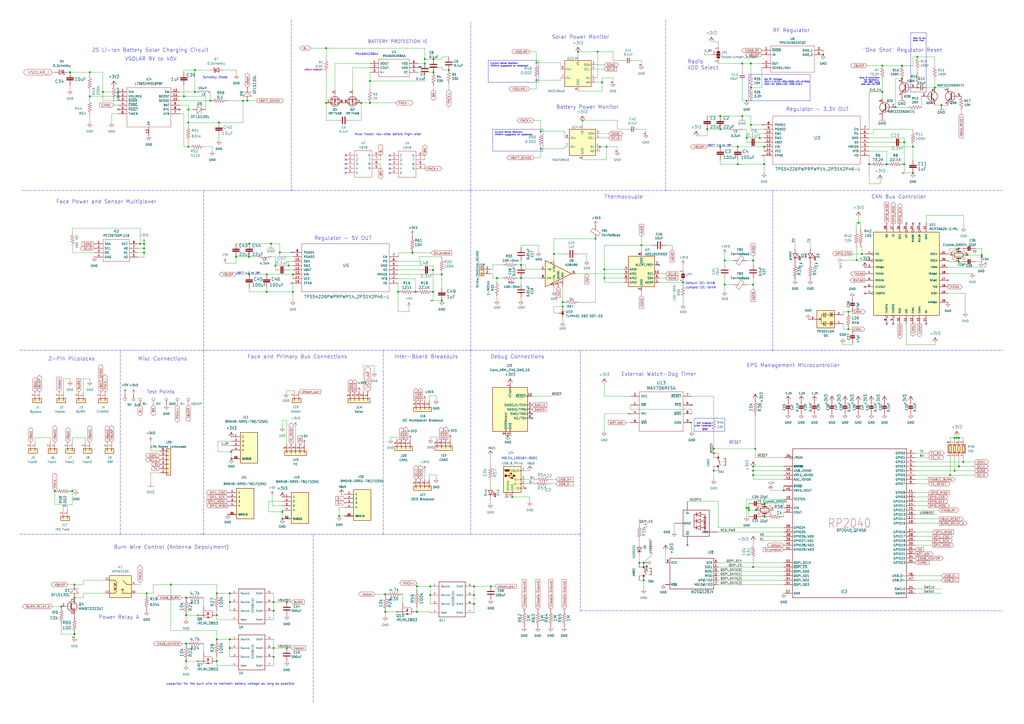
<source format=kicad_sch>
(kicad_sch (version 20230121) (generator eeschema)
  (paper "A2")
  (junction (at 136.906 148.971))
  (junction (at 274.9804 350.266))
  (junction (at 433.07 80.01))
  (junction (at 144.526 141.351))
  (junction (at 169.926 159.131))
  (junction (at 127 71.12))
  (junction (at 133.35 370.84))
  (junction (at 144.526 159.131))
  (junction (at 556.1838 144.145))
  (junction (at 427.99 95.25))
  (junction (at 326.39 177.8))
  (junction (at 373.4054 326.4408))
  (junction (at 443.611 299.72))
  (junction (at 443.23 95.25))
  (junction (at 443.23 85.09))
  (junction (at 140.97 58.42))
  (junction (at 345.44 138.43))
  (junction (at 43.18 367.8174))
  (junction (at 435.61 72.39))
  (junction (at 347.98 85.09))
  (junction (at 436.88 270.51))
  (junction (at 144.526 148.971))
  (junction (at 249.5804 340.106))
  (junction (at 434.34 294.64))
  (junction (at 436.88 151.13))
  (junction (at 311.15 46.482))
  (junction (at 556.26 270.51))
  (junction (at 346.71 29.972))
  (junction (at 43.18 339.09))
  (junction (at 154.686 169.291))
  (junction (at 133.35 349.25))
  (junction (at 438.531 295.91))
  (junction (at 157.226 141.351))
  (junction (at 167.386 154.051))
  (junction (at 532.13 33.02))
  (junction (at 241.046 169.291))
  (junction (at 294.5384 252.73))
  (junction (at 556.1838 151.765))
  (junction (at 542.29 50.8))
  (junction (at 251.46 41.91))
  (junction (at 436.88 328.93))
  (junction (at 99.06 339.09))
  (junction (at 551.18 275.59))
  (junction (at 554.99 254))
  (junction (at 251.206 169.291))
  (junction (at 246.38 34.29))
  (junction (at 59.69 53.34))
  (junction (at 499.999 147.32))
  (junction (at 43.1292 367.8174))
  (junction (at 436.88 273.05))
  (junction (at 420.37 151.13))
  (junction (at 553.72 273.05))
  (junction (at 410.21 74.93))
  (junction (at 246.38 36.83))
  (junction (at 433.07 294.64))
  (junction (at 351.79 85.09))
  (junction (at 214.63 46.99))
  (junction (at 52.07 55.88))
  (junction (at 214.63 59.69))
  (junction (at 125.73 356.87))
  (junction (at 166.37 349.25))
  (junction (at 249.5804 345.186))
  (junction (at 337.82 69.85))
  (junction (at 133.35 344.17))
  (junction (at 134.2136 262.0264))
  (junction (at 81.28 141.478))
  (junction (at 313.69 76.2))
  (junction (at 43.18 367.8428))
  (junction (at 523.24 38.1))
  (junction (at 284.734 340.106))
  (junction (at 134.2136 266.0904))
  (junction (at 83.566 144.018))
  (junction (at 189.23 27.94))
  (junction (at 297.18 288.29))
  (junction (at 40.64 41.91))
  (junction (at 430.53 36.83))
  (junction (at 31.75 284.9372))
  (junction (at 532.13 50.8))
  (junction (at 159.766 154.051))
  (junction (at 350.52 156.21))
  (junction (at 546.1 60.96))
  (junction (at 553.72 254))
  (junction (at 321.31 147.32))
  (junction (at 125.73 344.17))
  (junction (at 427.99 85.09))
  (junction (at 109.22 71.12))
  (junction (at 524.51 95.25))
  (junction (at 492.125 180.7972))
  (junction (at 274.9804 345.186))
  (junction (at 163.7538 296.926))
  (junction (at 106.68 55.88))
  (junction (at 420.37 165.1))
  (junction (at 514.35 95.25))
  (junction (at 373.38 326.39))
  (junction (at 162.306 146.431))
  (junction (at 498.0178 129.286))
  (junction (at 417.83 74.93))
  (junction (at 433.07 58.42))
  (junction (at 511.81 38.1))
  (junction (at 569.5188 147.955))
  (junction (at 241.8588 354.9142))
  (junction (at 396.24 163.83))
  (junction (at 256.286 159.131))
  (junction (at 109.22 63.5))
  (junction (at 158.75 375.92))
  (junction (at 43.18 346.71))
  (junction (at 435.61 50.8))
  (junction (at 326.39 175.26))
  (junction (at 504.19 95.25))
  (junction (at 154.686 159.131))
  (junction (at 209.55 59.69))
  (junction (at 166.37 375.92))
  (junction (at 83.566 141.478))
  (junction (at 158.75 354.33))
  (junction (at 434.34 295.91))
  (junction (at 372.11 142.24))
  (junction (at 529.59 100.33))
  (junction (at 158.75 349.25))
  (junction (at 107.95 383.54))
  (junction (at 169.926 169.291))
  (junction (at 492.125 190.9572))
  (junction (at 443.611 292.1))
  (junction (at 438.15 260.35))
  (junction (at 523.24 45.72))
  (junction (at 35.56 351.79))
  (junction (at 349.25 47.752))
  (junction (at 288.29 161.29))
  (junction (at 223.4946 354.9142))
  (junction (at 511.81 53.34))
  (junction (at 370.8654 326.4408))
  (junction (at 414.02 273.05))
  (junction (at 107.95 373.38))
  (junction (at 414.02 262.89))
  (junction (at 477.52 31.75))
  (junction (at 440.69 80.01))
  (junction (at 125.73 370.84))
  (junction (at 121.92 58.42))
  (junction (at 241.8588 340.1314))
  (junction (at 558.8 267.97))
  (junction (at 569.5188 149.1234))
  (junction (at 41.91 284.9372))
  (junction (at 163.7538 300.99))
  (junction (at 260.35 40.64))
  (junction (at 143.51 58.42))
  (junction (at 335.28 29.972))
  (junction (at 430.53 67.31))
  (junction (at 251.206 156.591))
  (junction (at 239.1918 146.685))
  (junction (at 417.83 67.31))
  (junction (at 109.22 85.09))
  (junction (at 529.59 85.09))
  (junction (at 454.66 284.48))
  (junction (at 417.83 85.09))
  (junction (at 196.7738 299.339))
  (junction (at 223.4946 344.7542))
  (junction (at 302.26 161.29))
  (junction (at 373.4054 336.6008))
  (junction (at 350.52 161.29))
  (junction (at 52.07 41.91))
  (junction (at 302.26 153.67))
  (junction (at 125.73 383.54))
  (junction (at 556.26 254))
  (junction (at 113.03 40.64))
  (junction (at 107.95 356.87))
  (junction (at 313.69 86.36))
  (junction (at 274.9804 340.106))
  (junction (at 256.286 174.371))
  (junction (at 158.75 381))
  (junction (at 113.03 53.34))
  (junction (at 107.95 346.71))
  (junction (at 83.566 146.558))
  (junction (at 251.46 34.29))
  (junction (at 435.61 36.83))
  (junction (at 436.88 165.1))
  (junction (at 496.951 150.876))
  (junction (at 561.2638 147.955))
  (junction (at 436.88 275.59))
  (junction (at 414.02 260.35))
  (junction (at 519.43 62.23))
  (junction (at 230.886 169.291))
  (junction (at 311.15 36.322))
  (junction (at 133.35 375.92))
  (junction (at 189.23 59.69))
  (junction (at 524.51 82.55))
  (junction (at 85.09 344.17))
  (no_connect (at 68.58 63.5))
  (no_connect (at 104.14 63.5))
  (no_connect (at 501.65 166.37))
  (no_connect (at 401.32 234.95))
  (no_connect (at 525.78 129.54))
  (no_connect (at 398.78 316.23))
  (no_connect (at 529.59 129.54))
  (no_connect (at 501.65 170.18))
  (no_connect (at 200.533 92.583))
  (no_connect (at 226.06 100.33))
  (no_connect (at 226.06 97.79))
  (no_connect (at 226.06 95.25))
  (no_connect (at 200.533 100.203))
  (no_connect (at 226.06 92.71))
  (no_connect (at 200.533 90.043))
  (no_connect (at 200.533 95.123))
  (no_connect (at 200.533 97.663))
  (no_connect (at 226.06 90.17))
  (no_connect (at 533.4 129.54))
  (no_connect (at 514.35 187.96))
  (no_connect (at 537.21 187.96))
  (no_connect (at 518.16 187.96))
  (no_connect (at 549.91 162.56))
  (no_connect (at 308.61 240.03))
  (no_connect (at 382.27 153.67))
  (no_connect (at 304.8 283.21))
  (no_connect (at 308.61 242.57))
  (polyline (pts (xy 118.237 110.49) (xy 118.11 203.2)) (stroke (width 0) (type dash)))
  (wire (pts (xy 551.18 275.59) (xy 565.15 275.59)))
  (wire (pts (xy 499.999 143.256) (xy 499.2878 143.256)))
  (polyline (pts (xy 12.7 110.49) (xy 273.05 110.49)) (stroke (width 0) (type dash)))
  (wire (pts (xy 196.7738 294.259) (xy 196.7738 299.339)))
  (wire (pts (xy 304.8 156.21) (xy 304.8 153.67)))
  (wire (pts (xy 166.37 349.25) (xy 168.91 349.25)))
  (wire (pts (xy 525.78 187.96) (xy 525.78 199.9742)))
  (wire (pts (xy 313.69 86.36) (xy 313.69 91.44)))
  (wire (pts (xy 39.37 339.09) (xy 43.18 339.09)))
  (wire (pts (xy 320.04 278.13) (xy 322.58 278.13)))
  (wire (pts (xy 237.236 180.721) (xy 237.236 178.181)))
  (wire (pts (xy 550.0116 151.13) (xy 549.91 151.13)))
  (polyline (pts (xy 528.32 53.34) (xy 528.32 19.05)))
  (wire (pts (xy 347.98 85.09) (xy 351.79 85.09)))
  (wire (pts (xy 530.86 267.97) (xy 558.8 267.97)))
  (wire (pts (xy 48.26 336.55) (xy 48.26 339.09)))
  (polyline (pts (xy 386.08 11.43) (xy 386.08 110.49)) (stroke (width 0) (type dash)))
  (wire (pts (xy 335.28 175.26) (xy 345.44 175.26)))
  (wire (pts (xy 443.23 77.47) (xy 440.69 77.47)))
  (polyline (pts (xy 469.9 43.18) (xy 434.34 43.18)))
  (wire (pts (xy 109.22 85.09) (xy 106.68 85.09)))
  (wire (pts (xy 511.81 45.72) (xy 511.81 53.34)))
  (wire (pts (xy 302.26 172.72) (xy 302.26 173.99)))
  (wire (pts (xy 326.39 184.15) (xy 326.39 186.69)))
  (wire (pts (xy 302.26 143.51) (xy 302.26 142.24)))
  (wire (pts (xy 169.926 169.291) (xy 169.926 174.371)))
  (wire (pts (xy 454.66 270.51) (xy 436.88 270.51)))
  (wire (pts (xy 403.86 78.74) (xy 410.21 78.74)))
  (wire (pts (xy 408.559 31.75) (xy 408.559 30.607)))
  (wire (pts (xy 544.576 295.91) (xy 530.86 295.91)))
  (wire (pts (xy 252.984 275.336) (xy 252.984 277.495)))
  (wire (pts (xy 52.07 53.34) (xy 52.07 55.88)))
  (wire (pts (xy 355.6 47.752) (xy 355.6 45.212)))
  (wire (pts (xy 435.61 74.93) (xy 443.23 74.93)))
  (wire (pts (xy 119.38 55.88) (xy 106.68 55.88)))
  (wire (pts (xy 246.38 46.99) (xy 214.63 46.99)))
  (wire (pts (xy 288.29 161.29) (xy 292.1 161.29)))
  (wire (pts (xy 351.79 92.71) (xy 351.79 85.09)))
  (wire (pts (xy 83.566 144.018) (xy 83.566 141.478)))
  (polyline (pts (xy 283.21 47.752) (xy 283.21 35.052)))
  (wire (pts (xy 350.52 156.21) (xy 350.52 142.24)))
  (wire (pts (xy 561.2638 147.955) (xy 569.5188 147.955)))
  (wire (pts (xy 246.38 90.17) (xy 246.38 92.71)))
  (wire (pts (xy 144.526 148.971) (xy 149.606 148.971)))
  (polyline (pts (xy 273.05 309.88) (xy 273.05 203.2)) (stroke (width 0) (type dash)))
  (wire (pts (xy 335.28 29.972) (xy 346.71 29.972)))
  (wire (pts (xy 530.86 293.37) (xy 538.48 293.37)))
  (wire (pts (xy 241.8588 338.2264) (xy 241.8588 340.1314)))
  (wire (pts (xy 107.95 356.87) (xy 107.95 359.41)))
  (wire (pts (xy 436.88 275.59) (xy 436.88 273.05)))
  (wire (pts (xy 171.45 247.65) (xy 171.45 257.81)))
  (wire (pts (xy 241.8588 352.2218) (xy 241.8588 354.9142)))
  (wire (pts (xy 106.68 66.04) (xy 104.14 66.04)))
  (wire (pts (xy 551.1038 147.955) (xy 561.2638 147.955)))
  (wire (pts (xy 530.86 273.05) (xy 553.72 273.05)))
  (wire (pts (xy 433.07 80.01) (xy 433.07 74.93)))
  (wire (pts (xy 158.75 354.33) (xy 158.75 349.25)))
  (wire (pts (xy 294.64 288.29) (xy 297.18 288.29)))
  (wire (pts (xy 550.7228 144.145) (xy 550.7228 147.32)))
  (polyline (pts (xy 312.42 47.752) (xy 283.21 47.752)))
  (wire (pts (xy 327.66 86.36) (xy 327.66 85.09)))
  (wire (pts (xy 246.38 34.29) (xy 246.38 27.94)))
  (wire (pts (xy 414.02 229.87) (xy 414.02 242.57)))
  (wire (pts (xy 556.1838 144.145) (xy 558.3428 144.145)))
  (polyline (pts (xy 448.31 203.2) (xy 581.66 203.2)) (stroke (width 0) (type dash)))
  (wire (pts (xy 42.037 132.461) (xy 81.28 132.461)))
  (wire (pts (xy 163.7538 296.926) (xy 163.7538 300.99)))
  (wire (pts (xy 447.04 284.48) (xy 454.66 284.48)))
  (wire (pts (xy 537.3878 124.8156) (xy 537.3878 129.9464)))
  (wire (pts (xy 433.07 294.64) (xy 434.34 294.64)))
  (wire (pts (xy 382.27 163.83) (xy 396.24 163.83)))
  (wire (pts (xy 29.21 254) (xy 29.21 256.54)))
  (wire (pts (xy 107.95 383.54) (xy 107.95 386.08)))
  (wire (pts (xy 504.19 53.34) (xy 511.81 53.34)))
  (wire (pts (xy 571.6778 154.686) (xy 571.6778 154.94)))
  (wire (pts (xy 313.69 76.2) (xy 313.69 69.85)))
  (wire (pts (xy 416.56 308.61) (xy 454.66 308.61)))
  (wire (pts (xy 470.0778 138.176) (xy 470.0778 144.526)))
  (wire (pts (xy 251.206 154.051) (xy 251.206 156.591)))
  (wire (pts (xy 312.42 142.24) (xy 312.42 146.05)))
  (wire (pts (xy 558.9778 124.8156) (xy 537.3878 124.8156)))
  (wire (pts (xy 43.18 339.09) (xy 48.26 339.09)))
  (wire (pts (xy 564.0578 158.496) (xy 564.0578 158.75)))
  (wire (pts (xy 109.22 71.12) (xy 127 71.12)))
  (wire (pts (xy 434.34 294.64) (xy 434.34 295.91)))
  (wire (pts (xy 246.38 273.05) (xy 246.38 278.13)))
  (wire (pts (xy 454.66 311.15) (xy 440.69 311.15)))
  (polyline (pts (xy 273.05 12.7) (xy 273.05 110.49)) (stroke (width 0) (type dash)))
  (wire (pts (xy 372.11 35.052) (xy 367.03 35.052)))
  (wire (pts (xy 309.88 278.13) (xy 304.8 278.13)))
  (wire (pts (xy 80.137 146.558) (xy 83.566 146.558)))
  (wire (pts (xy 274.9804 345.186) (xy 274.9804 340.106)))
  (wire (pts (xy 195.58 69.85) (xy 189.23 69.85)))
  (wire (pts (xy 416.56 336.55) (xy 454.66 336.55)))
  (wire (pts (xy 251.46 34.29) (xy 256.54 34.29)))
  (wire (pts (xy 504.19 74.93) (xy 504.19 53.34)))
  (wire (pts (xy 293.37 252.73) (xy 294.5384 252.73)))
  (wire (pts (xy 43.18 367.8428) (xy 43.3578 367.8428)))
  (wire (pts (xy 284.48 156.21) (xy 285.75 156.21)))
  (wire (pts (xy 115.57 356.87) (xy 107.95 356.87)))
  (wire (pts (xy 498.0178 129.286) (xy 498.0178 125.476)))
  (wire (pts (xy 416.56 331.47) (xy 454.66 331.47)))
  (wire (pts (xy 155.956 290.83) (xy 155.956 296.926)))
  (wire (pts (xy 203.2 69.85) (xy 209.55 69.85)))
  (wire (pts (xy 274.9804 355.346) (xy 274.9804 350.266)))
  (polyline (pts (xy 222.25 309.88) (xy 273.05 309.88)) (stroke (width 0) (type dash)))
  (wire (pts (xy 321.31 138.43) (xy 321.31 147.32)))
  (wire (pts (xy 284.48 289.56) (xy 284.48 292.1)))
  (wire (pts (xy 109.22 63.5) (xy 109.22 71.12)))
  (wire (pts (xy 349.25 47.752) (xy 349.25 45.212)))
  (polyline (pts (xy 402.59 250.19) (xy 420.37 250.19)))
  (wire (pts (xy 169.926 154.051) (xy 167.386 154.051)))
  (wire (pts (xy 256.54 34.29) (xy 256.54 33.02)))
  (wire (pts (xy 372.11 37.592) (xy 372.11 35.052)))
  (wire (pts (xy 554.99 252.73) (xy 554.99 254)))
  (wire (pts (xy 144.526 159.131) (xy 154.686 159.131)))
  (wire (pts (xy 311.15 36.322) (xy 325.12 36.322)))
  (wire (pts (xy 438.15 260.35) (xy 414.02 260.35)))
  (wire (pts (xy 345.44 45.212) (xy 346.71 45.212)))
  (wire (pts (xy 119.38 63.5) (xy 119.38 55.88)))
  (wire (pts (xy 134.2898 253.3904) (xy 134.2136 253.3904)))
  (wire (pts (xy 170.815 226.6442) (xy 170.815 227.203)))
  (wire (pts (xy 52.07 41.91) (xy 52.07 43.18)))
  (wire (pts (xy 488.95 200.0504) (xy 488.95 199.1868)))
  (wire (pts (xy 274.9804 340.106) (xy 284.734 340.106)))
  (wire (pts (xy 162.306 148.971) (xy 169.926 148.971)))
  (wire (pts (xy 569.5188 152.146) (xy 569.5188 149.1234)))
  (wire (pts (xy 519.43 45.72) (xy 523.24 45.72)))
  (wire (pts (xy 233.6546 349.8342) (xy 233.6546 344.7542)))
  (wire (pts (xy 80.137 144.018) (xy 83.566 144.018)))
  (wire (pts (xy 350.52 161.29) (xy 361.95 161.29)))
  (wire (pts (xy 249.5804 340.106) (xy 249.5804 345.186)))
  (wire (pts (xy 327.66 175.26) (xy 326.39 175.26)))
  (wire (pts (xy 433.07 82.55) (xy 433.07 80.01)))
  (wire (pts (xy 542.29 33.02) (xy 542.29 38.1)))
  (wire (pts (xy 127 78.74) (xy 127 81.28)))
  (wire (pts (xy 569.5188 144.1196) (xy 569.5188 147.955)))
  (wire (pts (xy 506.73 77.47) (xy 504.19 77.47)))
  (wire (pts (xy 288.29 161.29) (xy 288.29 163.83)))
  (wire (pts (xy 436.88 328.93) (xy 454.66 328.93)))
  (wire (pts (xy 313.69 76.2) (xy 327.66 76.2)))
  (wire (pts (xy 241.046 161.671) (xy 241.046 169.291)))
  (wire (pts (xy 223.4946 344.6526) (xy 223.4946 344.7542)))
  (wire (pts (xy 530.86 270.51) (xy 556.26 270.51)))
  (wire (pts (xy 87.376 261.62) (xy 92.71 261.62)))
  (polyline (pts (xy 312.42 35.052) (xy 312.42 47.752)))
  (wire (pts (xy 530.86 285.75) (xy 538.48 285.75)))
  (wire (pts (xy 321.31 147.32) (xy 327.66 147.32)))
  (wire (pts (xy 99.06 339.09) (xy 125.73 339.09)))
  (wire (pts (xy 396.24 172.72) (xy 396.24 176.53)))
  (wire (pts (xy 304.8 280.67) (xy 309.245 280.67)))
  (wire (pts (xy 558.8 267.97) (xy 565.15 267.97)))
  (polyline (pts (xy 273.05 110.49) (xy 386.08 110.49)) (stroke (width 0) (type dash)))
  (wire (pts (xy 307.34 51.562) (xy 311.15 51.562)))
  (wire (pts (xy 107.95 373.38) (xy 105.41 373.38)))
  (wire (pts (xy 553.72 254) (xy 551.18 254)))
  (wire (pts (xy 443.23 95.25) (xy 443.23 100.33)))
  (wire (pts (xy 309.88 69.85) (xy 313.69 69.85)))
  (wire (pts (xy 214.63 46.99) (xy 214.63 41.91)))
  (wire (pts (xy 436.88 273.05) (xy 436.88 270.51)))
  (polyline (pts (xy 118.11 203.2) (xy 118.11 309.88)) (stroke (width 0) (type dash)))
  (polyline (pts (xy 448.31 110.49) (xy 448.31 203.2)) (stroke (width 0) (type dash)))
  (wire (pts (xy 163.83 243.84) (xy 166.37 243.84)))
  (wire (pts (xy 128.3208 258.4704) (xy 134.2898 258.4704)))
  (wire (pts (xy 163.83 290.83) (xy 155.956 290.83)))
  (wire (pts (xy 169.926 156.591) (xy 167.386 156.591)))
  (wire (pts (xy 284.734 340.106) (xy 286.8422 340.106)))
  (wire (pts (xy 66.04 57.15) (xy 66.04 60.96)))
  (wire (pts (xy 113.03 53.34) (xy 114.3 53.34)))
  (wire (pts (xy 571.6778 154.94) (xy 549.91 154.94)))
  (wire (pts (xy 134.2898 266.0904) (xy 134.2136 266.0904)))
  (wire (pts (xy 154.686 169.291) (xy 169.926 169.291)))
  (wire (pts (xy 48.26 227.33) (xy 48.26 219.71)))
  (wire (pts (xy 350.52 229.87) (xy 350.52 222.25)))
  (wire (pts (xy 358.14 74.93) (xy 358.14 69.85)))
  (polyline (pts (xy 537.21 53.34) (xy 537.21 19.05)))
  (wire (pts (xy 326.39 177.8) (xy 326.39 179.07)))
  (wire (pts (xy 163.83 247.65) (xy 163.83 243.84)))
  (wire (pts (xy 414.02 260.35) (xy 414.02 262.89)))
  (polyline (pts (xy 285.75 74.93) (xy 314.96 74.93)))
  (wire (pts (xy 443.611 299.72) (xy 444.5 299.72)))
  (wire (pts (xy 260.35 52.07) (xy 260.35 48.26)))
  (wire (pts (xy 189.23 27.94) (xy 180.34 27.94)))
  (wire (pts (xy 494.5888 199.1868) (xy 494.5888 200.0504)))
  (wire (pts (xy 502.92 38.1) (xy 511.81 38.1)))
  (wire (pts (xy 256.54 39.37) (xy 256.54 40.64)))
  (wire (pts (xy 204.47 39.37) (xy 204.47 52.07)))
  (wire (pts (xy 85.09 344.17) (xy 88.9 344.17)))
  (polyline (pts (xy 386.08 110.49) (xy 581.66 110.49)) (stroke (width 0) (type dash)))
  (wire (pts (xy 321.31 151.13) (xy 321.31 147.32)))
  (wire (pts (xy 242.57 41.91) (xy 251.46 41.91)))
  (wire (pts (xy 496.7478 133.096) (xy 496.7478 129.286)))
  (polyline (pts (xy 273.05 110.49) (xy 273.05 203.2)) (stroke (width 0) (type dash)))
  (wire (pts (xy 370.8654 316.2808) (xy 370.8654 313.7408)))
  (wire (pts (xy 550.0116 151.765) (xy 550.0116 151.13)))
  (wire (pts (xy 302.26 151.13) (xy 302.26 153.67)))
  (wire (pts (xy 569.5188 149.1234) (xy 569.468 149.1234)))
  (wire (pts (xy 438.531 295.91) (xy 448.691 295.91)))
  (wire (pts (xy 553.72 265.43) (xy 553.72 273.05)))
  (wire (pts (xy 427.99 85.09) (xy 443.23 85.09)))
  (wire (pts (xy 43.18 369.697) (xy 43.18 367.8428)))
  (wire (pts (xy 126.4158 262.0264) (xy 134.2136 262.0264)))
  (wire (pts (xy 159.766 154.051) (xy 159.766 148.971)))
  (wire (pts (xy 41.91 256.54) (xy 41.91 254)))
  (wire (pts (xy 558.8 255.27) (xy 558.8 254)))
  (wire (pts (xy 499.999 147.32) (xy 501.65 147.32)))
  (wire (pts (xy 430.53 58.42) (xy 433.07 58.42)))
  (wire (pts (xy 410.21 78.74) (xy 410.21 74.93)))
  (wire (pts (xy 241.2746 354.9142) (xy 241.8588 354.9142)))
  (wire (pts (xy 492.125 190.9572) (xy 489.1278 190.9572)))
  (wire (pts (xy 109.22 71.12) (xy 109.22 72.39)))
  (wire (pts (xy 427.99 95.25) (xy 443.23 95.25)))
  (wire (pts (xy 304.8 273.05) (xy 307.34 273.05)))
  (wire (pts (xy 83.566 144.018) (xy 83.566 146.558)))
  (wire (pts (xy 133.35 344.17) (xy 125.73 344.17)))
  (wire (pts (xy 49.53 254) (xy 49.53 256.54)))
  (wire (pts (xy 196.7738 299.339) (xy 199.9488 299.339)))
  (wire (pts (xy 119.38 85.09) (xy 123.19 85.09)))
  (wire (pts (xy 144.526 169.291) (xy 154.686 169.291)))
  (wire (pts (xy 416.56 339.09) (xy 454.66 339.09)))
  (wire (pts (xy 569.5188 147.955) (xy 569.5188 149.1234)))
  (wire (pts (xy 358.14 87.63) (xy 358.14 85.09)))
  (wire (pts (xy 556.1838 144.145) (xy 550.7228 144.145)))
  (wire (pts (xy 396.24 163.83) (xy 396.24 165.1)))
  (wire (pts (xy 530.86 278.13) (xy 538.48 278.13)))
  (wire (pts (xy 436.88 325.12) (xy 436.88 328.93)))
  (wire (pts (xy 494.5888 200.0504) (xy 488.95 200.0504)))
  (wire (pts (xy 169.926 146.431) (xy 162.306 146.431)))
  (wire (pts (xy 157.861 287.655) (xy 157.861 293.37)))
  (wire (pts (xy 81.28 141.478) (xy 80.137 141.478)))
  (wire (pts (xy 109.22 63.5) (xy 111.76 63.5)))
  (wire (pts (xy 430.53 46.99) (xy 430.53 58.42)))
  (wire (pts (xy 284.48 279.4) (xy 284.48 281.94)))
  (wire (pts (xy 158.75 359.41) (xy 158.75 354.33)))
  (wire (pts (xy 134.2898 255.9304) (xy 126.4158 255.9304)))
  (wire (pts (xy 436.88 148.59) (xy 436.88 151.13)))
  (wire (pts (xy 154.686 169.291) (xy 154.686 166.751)))
  (wire (pts (xy 435.61 67.31) (xy 435.61 72.39)))
  (wire (pts (xy 165.989 226.6442) (xy 170.815 226.6442)))
  (wire (pts (xy 52.07 55.88) (xy 68.58 55.88)))
  (wire (pts (xy 48.26 219.71) (xy 52.07 219.71)))
  (wire (pts (xy 158.75 386.08) (xy 158.75 381)))
  (wire (pts (xy 556.1838 151.765) (xy 558.3428 151.765)))
  (wire (pts (xy 569.468 149.1234) (xy 569.468 151.7396)))
  (wire (pts (xy 378.4854 321.3608) (xy 373.4054 326.4408)))
  (wire (pts (xy 556.26 254) (xy 554.99 254)))
  (wire (pts (xy 158.75 381) (xy 158.75 375.92)))
  (wire (pts (xy 401.32 245.11) (xy 401.32 250.19)))
  (wire (pts (xy 256.54 33.02) (xy 260.35 33.02)))
  (wire (pts (xy 285.75 153.67) (xy 292.1 153.67)))
  (wire (pts (xy 223.4946 354.9142) (xy 223.4946 357.4542)))
  (wire (pts (xy 433.07 58.42) (xy 435.61 58.42)))
  (wire (pts (xy 35.56 367.8174) (xy 35.56 361.95)))
  (wire (pts (xy 52.07 67.31) (xy 52.07 71.12)))
  (wire (pts (xy 335.28 147.32) (xy 340.36 147.32)))
  (wire (pts (xy 104.14 53.34) (xy 113.03 53.34)))
  (wire (pts (xy 41.91 292.862) (xy 39.116 292.862)))
  (wire (pts (xy 542.29 45.72) (xy 542.29 50.8)))
  (wire (pts (xy 144.526 159.131) (xy 136.906 159.131)))
  (wire (pts (xy 36.83 227.33) (xy 36.83 219.71)))
  (wire (pts (xy 386.08 142.24) (xy 389.89 142.24)))
  (wire (pts (xy 546.1 341.63) (xy 530.86 341.63)))
  (wire (pts (xy 92.71 274.32) (xy 87.376 274.32)))
  (wire (pts (xy 144.526 141.351) (xy 157.226 141.351)))
  (wire (pts (xy 52.07 41.91) (xy 59.69 41.91)))
  (wire (pts (xy 133.35 386.08) (xy 125.73 386.08)))
  (wire (pts (xy 41.91 283.972) (xy 41.91 284.9372)))
  (wire (pts (xy 337.82 92.71) (xy 351.79 92.71)))
  (polyline (pts (xy 168.91 110.49) (xy 170.18 110.49)))
  (wire (pts (xy 226.568 253.7206) (xy 230.3018 253.7206)))
  (wire (pts (xy 504.19 85.09) (xy 529.59 85.09)))
  (wire (pts (xy 538.48 265.43) (xy 530.86 265.43)))
  (wire (pts (xy 391.16 308.61) (xy 391.16 303.53)))
  (wire (pts (xy 551.18 265.43) (xy 551.18 275.59)))
  (wire (pts (xy 285.75 161.29) (xy 288.29 161.29)))
  (wire (pts (xy 430.53 41.91) (xy 430.53 36.83)))
  (wire (pts (xy 345.44 47.752) (xy 349.25 47.752)))
  (wire (pts (xy 553.72 273.05) (xy 565.15 273.05)))
  (wire (pts (xy 347.98 80.01) (xy 353.06 80.01)))
  (wire (pts (xy 246.38 34.29) (xy 246.38 36.83)))
  (wire (pts (xy 78.74 339.09) (xy 81.28 339.09)))
  (wire (pts (xy 430.53 74.93) (xy 433.07 74.93)))
  (wire (pts (xy 87.376 256.286) (xy 87.376 261.62)))
  (wire (pts (xy 494.5888 191.5668) (xy 494.5888 190.9572)))
  (wire (pts (xy 416.56 290.83) (xy 398.78 290.83)))
  (wire (pts (xy 246.38 95.25) (xy 246.38 97.79)))
  (wire (pts (xy 550.7228 147.32) (xy 549.91 147.32)))
  (wire (pts (xy 157.226 148.971) (xy 159.766 148.971)))
  (wire (pts (xy 43.3578 367.8428) (xy 43.3578 367.8174)))
  (wire (pts (xy 302.26 142.24) (xy 312.42 142.24)))
  (wire (pts (xy 558.9778 124.8156) (xy 558.9778 131.826)))
  (wire (pts (xy 569.5188 152.146) (xy 569.1378 152.146)))
  (wire (pts (xy 351.79 85.09) (xy 358.14 85.09)))
  (wire (pts (xy 204.47 39.37) (xy 214.63 39.37)))
  (wire (pts (xy 326.39 175.26) (xy 326.39 177.8)))
  (wire (pts (xy 246.38 27.94) (xy 189.23 27.94)))
  (wire (pts (xy 350.52 156.21) (xy 361.95 156.21)))
  (wire (pts (xy 496.7478 129.286) (xy 498.0178 129.286)))
  (wire (pts (xy 48.26 346.71) (xy 48.26 344.17)))
  (wire (pts (xy 159.766 156.591) (xy 159.766 154.051)))
  (wire (pts (xy 549.91 50.8) (xy 542.29 50.8)))
  (wire (pts (xy 285.75 161.29) (xy 285.75 158.75)))
  (wire (pts (xy 417.83 85.09) (xy 410.21 85.09)))
  (polyline (pts (xy 537.21 19.05) (xy 528.32 19.05)))
  (wire (pts (xy 435.61 43.18) (xy 435.61 36.83)))
  (wire (pts (xy 54.737 146.558) (xy 42.037 146.558)))
  (wire (pts (xy 551.18 254) (xy 551.18 255.27)))
  (wire (pts (xy 169.926 161.671) (xy 169.926 159.131)))
  (wire (pts (xy 504.19 87.63) (xy 514.35 87.63)))
  (wire (pts (xy 88.9 344.17) (xy 88.9 339.09)))
  (wire (pts (xy 230.3018 253.7206) (xy 230.3018 255.1176)))
  (wire (pts (xy 199.9488 286.639) (xy 198.0438 286.639)))
  (wire (pts (xy 373.4054 336.6008) (xy 373.4054 341.6808)))
  (wire (pts (xy 134.2898 262.0264) (xy 134.2136 262.0264)))
  (wire (pts (xy 189.23 27.94) (xy 189.23 34.29)))
  (wire (pts (xy 36.576 295.656) (xy 36.576 292.608)))
  (wire (pts (xy 534.67 62.23) (xy 534.67 55.88)))
  (wire (pts (xy 125.73 386.08) (xy 125.73 383.54)))
  (wire (pts (xy 256.286 148.971) (xy 243.332 148.971)))
  (wire (pts (xy 199.9488 294.259) (xy 196.7738 294.259)))
  (wire (pts (xy 524.51 80.01) (xy 524.51 82.55)))
  (wire (pts (xy 163.83 300.99) (xy 163.7538 300.99)))
  (wire (pts (xy 325.12 46.482) (xy 325.12 45.212)))
  (wire (pts (xy 311.15 46.482) (xy 325.12 46.482)))
  (polyline (pts (xy 336.55 309.88) (xy 336.55 354.33)) (stroke (width 0) (type dash)))
  (wire (pts (xy 167.386 154.051) (xy 159.766 154.051)))
  (wire (pts (xy 532.13 40.64) (xy 532.13 41.91)))
  (wire (pts (xy 107.95 346.71) (xy 105.41 346.71)))
  (polyline (pts (xy 11.43 309.88) (xy 69.85 309.88)) (stroke (width 0) (type dash)))
  (wire (pts (xy 410.21 74.93) (xy 417.83 74.93)))
  (wire (pts (xy 461.1878 138.176) (xy 461.1878 144.526)))
  (polyline (pts (xy 434.34 58.42) (xy 469.9 58.42)))
  (wire (pts (xy 243.332 148.971) (xy 243.332 151.511)))
  (wire (pts (xy 420.37 151.13) (xy 425.45 151.13)))
  (polyline (pts (xy 118.11 309.88) (xy 116.84 309.88)) (stroke (width 0) (type dash)))
  (wire (pts (xy 335.28 52.832) (xy 349.25 52.832)))
  (wire (pts (xy 554.99 254) (xy 553.72 254)))
  (wire (pts (xy 31.75 284.48) (xy 31.75 284.9372)))
  (wire (pts (xy 530.86 262.89) (xy 538.48 262.89)))
  (wire (pts (xy 230.886 164.211) (xy 230.886 169.291)))
  (wire (pts (xy 530.86 50.8) (xy 532.13 50.8)))
  (wire (pts (xy 374.65 77.47) (xy 374.65 74.93)))
  (wire (pts (xy 307.34 288.29) (xy 307.34 290.83)))
  (wire (pts (xy 530.86 336.55) (xy 546.1 336.55)))
  (wire (pts (xy 370.8654 303.5808) (xy 370.8654 301.0408)))
  (wire (pts (xy 436.88 151.13) (xy 436.88 153.67)))
  (wire (pts (xy 157.861 293.37) (xy 163.83 293.37)))
  (polyline (pts (xy 314.96 74.93) (xy 314.96 87.63)))
  (wire (pts (xy 162.306 146.431) (xy 162.306 148.971)))
  (wire (pts (xy 133.35 354.33) (xy 133.35 349.25)))
  (wire (pts (xy 529.59 33.02) (xy 532.13 33.02)))
  (wire (pts (xy 558.3428 151.765) (xy 558.3428 151.7396)))
  (wire (pts (xy 358.14 74.93) (xy 364.49 74.93)))
  (wire (pts (xy 59.69 41.91) (xy 59.69 53.34)))
  (wire (pts (xy 78.74 344.17) (xy 85.09 344.17)))
  (wire (pts (xy 41.91 254) (xy 49.53 254)))
  (wire (pts (xy 137.16 40.64) (xy 137.16 43.18)))
  (wire (pts (xy 64.77 66.04) (xy 64.77 71.12)))
  (wire (pts (xy 242.57 36.83) (xy 246.38 36.83)))
  (wire (pts (xy 433.07 151.13) (xy 436.88 151.13)))
  (wire (pts (xy 454.66 299.72) (xy 454.66 297.18)))
  (wire (pts (xy 106.68 55.88) (xy 104.14 55.88)))
  (wire (pts (xy 345.44 40.132) (xy 350.52 40.132)))
  (wire (pts (xy 372.11 142.24) (xy 378.46 142.24)))
  (wire (pts (xy 370.967 326.4408) (xy 370.8654 326.4408)))
  (wire (pts (xy 35.56 367.8174) (xy 43.1292 367.8174)))
  (wire (pts (xy 530.86 311.15) (xy 541.02 311.15)))
  (wire (pts (xy 441.96 292.1) (xy 443.611 292.1)))
  (wire (pts (xy 220.853 95.123) (xy 220.853 97.663)))
  (wire (pts (xy 530.86 275.59) (xy 551.18 275.59)))
  (wire (pts (xy 504.19 90.17) (xy 504.19 95.25)))
  (wire (pts (xy 319.405 280.67) (xy 322.58 280.67)))
  (wire (pts (xy 494.2078 147.066) (xy 494.2078 147.32)))
  (wire (pts (xy 504.19 106.68) (xy 510.54 106.68)))
  (wire (pts (xy 499.2878 129.286) (xy 498.0178 129.286)))
  (wire (pts (xy 334.01 158.75) (xy 361.95 158.75)))
  (wire (pts (xy 248.92 229.616) (xy 252.984 229.616)))
  (wire (pts (xy 435.61 72.39) (xy 435.61 74.93)))
  (wire (pts (xy 210.82 212.09) (xy 217.17 212.09)))
  (wire (pts (xy 401.32 229.87) (xy 414.02 229.87)))
  (wire (pts (xy 162.306 141.351) (xy 162.306 146.431)))
  (wire (pts (xy 436.88 278.13) (xy 436.88 275.59)))
  (wire (pts (xy 365.76 237.49) (xy 365.76 234.95)))
  (polyline (pts (xy 222.25 309.88) (xy 222.25 203.2)) (stroke (width 0) (type dash)))
  (wire (pts (xy 20.32 254) (xy 29.21 254)))
  (wire (pts (xy 230.886 169.291) (xy 230.886 180.721)))
  (wire (pts (xy 537.21 50.8) (xy 542.29 50.8)))
  (wire (pts (xy 386.08 318.77) (xy 386.08 326.39)))
  (wire (pts (xy 109.22 82.55) (xy 109.22 85.09)))
  (wire (pts (xy 499.2878 133.096) (xy 499.2878 129.286)))
  (wire (pts (xy 494.2078 147.32) (xy 499.999 147.32)))
  (wire (pts (xy 36.576 292.608) (xy 31.75 292.608)))
  (wire (pts (xy 248.92 232.41) (xy 248.92 229.616)))
  (wire (pts (xy 454.66 273.05) (xy 436.88 273.05)))
  (wire (pts (xy 556.26 255.27) (xy 556.26 254)))
  (wire (pts (xy 510.54 106.68) (xy 510.54 104.14)))
  (wire (pts (xy 440.69 80.01) (xy 433.07 80.01)))
  (wire (pts (xy 125.73 381) (xy 125.73 383.54)))
  (wire (pts (xy 308.61 229.87) (xy 320.04 229.87)))
  (wire (pts (xy 165.989 227.965) (xy 165.989 226.6442)))
  (polyline (pts (xy 285.75 87.63) (xy 285.75 74.93)))
  (wire (pts (xy 158.75 349.25) (xy 166.37 349.25)))
  (wire (pts (xy 158.75 349.25) (xy 158.75 344.17)))
  (wire (pts (xy 251.46 52.07) (xy 251.46 49.53)))
  (wire (pts (xy 166.37 257.81) (xy 166.37 243.84)))
  (wire (pts (xy 249.5804 345.186) (xy 249.5804 350.266)))
  (wire (pts (xy 565.9628 151.7396) (xy 569.468 151.7396)))
  (wire (pts (xy 443.611 299.72) (xy 441.96 299.72)))
  (wire (pts (xy 217.6272 344.6526) (xy 223.4946 344.6526)))
  (wire (pts (xy 335.28 29.972) (xy 335.28 32.512)))
  (wire (pts (xy 337.82 69.85) (xy 358.14 69.85)))
  (wire (pts (xy 414.02 278.13) (xy 414.02 273.05)))
  (wire (pts (xy 435.61 36.83) (xy 441.96 36.83)))
  (wire (pts (xy 524.51 100.33) (xy 529.59 100.33)))
  (wire (pts (xy 43.1292 367.8174) (xy 43.1292 367.8428)))
  (wire (pts (xy 529.59 38.1) (xy 523.24 38.1)))
  (wire (pts (xy 321.31 181.61) (xy 323.85 181.61)))
  (wire (pts (xy 104.14 60.96) (xy 109.22 60.96)))
  (wire (pts (xy 274.9804 350.266) (xy 274.9804 345.186)))
  (wire (pts (xy 438.15 260.35) (xy 438.15 265.43)))
  (wire (pts (xy 340.36 147.32) (xy 340.36 151.13)))
  (wire (pts (xy 370.967 326.39) (xy 373.38 326.39)))
  (wire (pts (xy 60.96 336.55) (xy 48.26 336.55)))
  (wire (pts (xy 389.89 142.24) (xy 389.89 144.78)))
  (wire (pts (xy 302.26 161.29) (xy 302.26 165.1)))
  (wire (pts (xy 163.83 288.29) (xy 163.7538 288.29)))
  (wire (pts (xy 209.55 69.85) (xy 209.55 59.69)))
  (wire (pts (xy 496.951 150.876) (xy 490.3978 150.876)))
  (wire (pts (xy 372.11 168.91) (xy 372.11 171.45)))
  (wire (pts (xy 252.984 229.616) (xy 252.984 231.775)))
  (wire (pts (xy 416.56 273.05) (xy 414.02 273.05)))
  (wire (pts (xy 363.22 245.11) (xy 365.76 245.11)))
  (wire (pts (xy 530.86 298.45) (xy 543.56 298.45)))
  (wire (pts (xy 549.91 60.96) (xy 546.1 60.96)))
  (wire (pts (xy 214.63 59.69) (xy 229.616 59.69)))
  (wire (pts (xy 345.44 37.592) (xy 350.52 37.592)))
  (wire (pts (xy 157.226 141.351) (xy 162.306 141.351)))
  (wire (pts (xy 337.82 69.85) (xy 337.82 72.39)))
  (wire (pts (xy 569.3918 144.1196) (xy 569.5188 144.1196)))
  (wire (pts (xy 140.97 58.42) (xy 143.51 58.42)))
  (wire (pts (xy 249.5804 354.9142) (xy 249.5804 355.346)))
  (wire (pts (xy 489.1278 187.706) (xy 489.1278 190.9572)))
  (wire (pts (xy 430.53 67.31) (xy 435.61 67.31)))
  (wire (pts (xy 417.83 95.25) (xy 427.99 95.25)))
  (wire (pts (xy 226.568 254.635) (xy 226.568 253.7206)))
  (wire (pts (xy 158.75 375.92) (xy 158.75 370.84)))
  (wire (pts (xy 434.34 295.91) (xy 438.531 295.91)))
  (wire (pts (xy 525.78 199.9742) (xy 542.4932 199.9742)))
  (wire (pts (xy 373.634 326.39) (xy 373.38 326.39)))
  (wire (pts (xy 136.906 148.971) (xy 144.526 148.971)))
  (wire (pts (xy 297.18 288.29) (xy 307.34 288.29)))
  (wire (pts (xy 569.3918 144.145) (xy 565.9628 144.145)))
  (wire (pts (xy 370.967 326.39) (xy 370.967 326.4408)))
  (wire (pts (xy 43.18 367.8174) (xy 43.3578 367.8174)))
  (polyline (pts (xy 434.34 43.18) (xy 434.34 58.42)))
  (wire (pts (xy 243.332 151.511) (xy 230.886 151.511)))
  (wire (pts (xy 454.66 292.1) (xy 454.66 294.64)))
  (polyline (pts (xy 469.9 58.42) (xy 469.9 43.18)))
  (wire (pts (xy 349.25 45.212) (xy 355.6 45.212)))
  (wire (pts (xy 249.7836 254.4318) (xy 249.7836 253.5174)))
  (wire (pts (xy 519.43 62.23) (xy 519.43 45.72)))
  (wire (pts (xy 144.526 169.291) (xy 144.526 166.751)))
  (wire (pts (xy 134.2898 261.0104) (xy 134.2898 262.0264)))
  (wire (pts (xy 44.2214 284.4038) (xy 44.2214 283.972)))
  (wire (pts (xy 443.23 87.63) (xy 443.23 85.09)))
  (wire (pts (xy 346.71 29.972) (xy 355.6 29.972)))
  (wire (pts (xy 118.11 351.79) (xy 118.11 346.71)))
  (wire (pts (xy 48.26 344.17) (xy 60.96 344.17)))
  (wire (pts (xy 386.08 339.09) (xy 384.81 339.09)))
  (wire (pts (xy 313.69 156.21) (xy 304.8 156.21)))
  (wire (pts (xy 87.376 274.32) (xy 87.376 279.654)))
  (wire (pts (xy 121.92 53.34) (xy 121.92 58.42)))
  (wire (pts (xy 68.58 66.04) (xy 64.77 66.04)))
  (wire (pts (xy 249.7836 253.5174) (xy 253.5174 253.5174)))
  (wire (pts (xy 20.32 256.54) (xy 20.32 254)))
  (wire (pts (xy 143.51 58.42) (xy 148.59 58.42)))
  (wire (pts (xy 194.31 36.83) (xy 214.63 36.83)))
  (wire (pts (xy 158.75 375.92) (xy 166.37 375.92)))
  (wire (pts (xy 530.86 344.17) (xy 546.1 344.17)))
  (wire (pts (xy 417.83 95.25) (xy 417.83 92.71)))
  (wire (pts (xy 532.13 49.53) (xy 532.13 50.8)))
  (wire (pts (xy 127 71.12) (xy 140.97 71.12)))
  (wire (pts (xy 136.906 152.781) (xy 136.906 148.971)))
  (wire (pts (xy 372.11 137.16) (xy 372.11 142.24)))
  (wire (pts (xy 530.86 290.83) (xy 538.48 290.83)))
  (wire (pts (xy 417.83 74.93) (xy 422.91 74.93)))
  (wire (pts (xy 83.566 141.478) (xy 81.28 141.478)))
  (wire (pts (xy 530.86 280.67) (xy 538.48 280.67)))
  (wire (pts (xy 347.98 77.47) (xy 353.06 77.47)))
  (wire (pts (xy 83.566 146.558) (xy 83.566 149.098)))
  (wire (pts (xy 59.69 58.42) (xy 68.58 58.42)))
  (wire (pts (xy 350.52 163.83) (xy 350.52 161.29)))
  (wire (pts (xy 420.37 151.13) (xy 420.37 153.67)))
  (wire (pts (xy 118.11 378.46) (xy 118.11 373.38)))
  (wire (pts (xy 530.86 308.61) (xy 541.02 308.61)))
  (wire (pts (xy 347.98 85.09) (xy 347.98 87.63)))
  (wire (pts (xy 41.91 284.9372) (xy 41.91 292.862)))
  (wire (pts (xy 106.68 49.53) (xy 106.68 55.88)))
  (wire (pts (xy 294.5384 252.73) (xy 295.91 252.73)))
  (wire (pts (xy 504.19 80.01) (xy 524.51 80.01)))
  (wire (pts (xy 529.59 85.09) (xy 529.59 92.71)))
  (wire (pts (xy 492.125 180.7972) (xy 489.1278 180.7972)))
  (wire (pts (xy 31.75 41.91) (xy 30.48 41.91)))
  (wire (pts (xy 350.52 229.87) (xy 365.76 229.87)))
  (wire (pts (xy 307.34 29.972) (xy 311.15 29.972)))
  (wire (pts (xy 256.286 159.131) (xy 256.286 166.751)))
  (wire (pts (xy 327.66 76.2) (xy 327.66 80.01)))
  (wire (pts (xy 436.88 314.96) (xy 436.88 313.69)))
  (polyline (pts (xy 420.37 242.57) (xy 402.59 242.57)))
  (wire (pts (xy 494.5888 190.9572) (xy 492.125 190.9572)))
  (wire (pts (xy 527.05 62.23) (xy 519.43 62.23)))
  (wire (pts (xy 529.59 74.93) (xy 506.73 74.93)))
  (wire (pts (xy 81.28 339.09) (xy 81.28 337.82)))
  (wire (pts (xy 251.206 174.371) (xy 256.286 174.371)))
  (wire (pts (xy 553.72 254) (xy 553.72 255.27)))
  (wire (pts (xy 434.34 292.1) (xy 434.34 294.64)))
  (wire (pts (xy 241.8588 340.1314) (xy 249.5804 340.106)))
  (wire (pts (xy 530.86 334.01) (xy 546.1 334.01)))
  (wire (pts (xy 52.07 219.71) (xy 52.07 220.98)))
  (wire (pts (xy 511.81 38.1) (xy 523.24 38.1)))
  (wire (pts (xy 30.48 351.79) (xy 35.56 351.79)))
  (wire (pts (xy 140.97 58.42) (xy 132.08 58.42)))
  (wire (pts (xy 496.951 151.13) (xy 501.65 151.13)))
  (wire (pts (xy 416.56 334.01) (xy 454.66 334.01)))
  (wire (pts (xy 443.23 82.55) (xy 440.69 82.55)))
  (wire (pts (xy 299.72 161.29) (xy 302.26 161.29)))
  (wire (pts (xy 241.8588 354.9142) (xy 249.5804 354.9142)))
  (wire (pts (xy 99.06 365.76) (xy 99.06 339.09)))
  (wire (pts (xy 365.76 240.03) (xy 350.52 240.03)))
  (wire (pts (xy 194.31 52.07) (xy 194.31 36.83)))
  (wire (pts (xy 355.6 35.052) (xy 361.95 35.052)))
  (wire (pts (xy 321.31 166.37) (xy 321.31 168.91)))
  (wire (pts (xy 326.39 166.37) (xy 326.39 175.26)))
  (wire (pts (xy 557.53 66.04) (xy 557.53 63.5)))
  (wire (pts (xy 210.82 227.33) (xy 210.82 212.09)))
  (wire (pts (xy 42.037 142.748) (xy 42.037 146.558)))
  (wire (pts (xy 435.61 50.8) (xy 441.96 50.8)))
  (wire (pts (xy 373.38 326.39) (xy 373.38 326.4408)))
  (wire (pts (xy 302.26 153.67) (xy 304.8 153.67)))
  (wire (pts (xy 299.72 153.67) (xy 302.26 153.67)))
  (wire (pts (xy 106.68 85.09) (xy 106.68 66.04)))
  (polyline (pts (xy 181.61 309.88) (xy 181.61 407.67)) (stroke (width 0) (type dash)))
  (wire (pts (xy 230.886 180.721) (xy 237.236 180.721)))
  (wire (pts (xy 40.64 49.53) (xy 40.64 52.07)))
  (wire (pts (xy 321.31 177.8) (xy 321.31 181.61)))
  (wire (pts (xy 230.886 156.591) (xy 243.586 156.591)))
  (wire (pts (xy 454.66 278.13) (xy 436.88 278.13)))
  (wire (pts (xy 130.556 152.781) (xy 136.906 152.781)))
  (wire (pts (xy 530.86 288.29) (xy 538.48 288.29)))
  (wire (pts (xy 40.64 41.91) (xy 52.07 41.91)))
  (wire (pts (xy 136.906 141.351) (xy 144.526 141.351)))
  (wire (pts (xy 370.8654 326.4408) (xy 370.8654 321.3608)))
  (wire (pts (xy 416.56 306.07) (xy 416.56 290.83)))
  (wire (pts (xy 496.7478 143.256) (xy 496.951 143.256)))
  (wire (pts (xy 250.1392 146.685) (xy 239.1918 146.685)))
  (wire (pts (xy 288.29 171.45) (xy 288.29 173.99)))
  (polyline (pts (xy 314.96 87.63) (xy 285.75 87.63)))
  (wire (pts (xy 125.73 359.41) (xy 125.73 356.87)))
  (wire (pts (xy 246.38 34.29) (xy 251.46 34.29)))
  (wire (pts (xy 311.15 46.482) (xy 311.15 51.562)))
  (wire (pts (xy 113.03 40.64) (xy 106.68 40.64)))
  (wire (pts (xy 42.037 135.128) (xy 42.037 132.461)))
  (wire (pts (xy 530.86 313.69) (xy 541.02 313.69)))
  (wire (pts (xy 537.3878 129.9464) (xy 537.21 129.9464)))
  (wire (pts (xy 414.02 250.19) (xy 414.02 260.35)))
  (polyline (pts (xy 420.37 250.19) (xy 420.37 242.57)))
  (wire (pts (xy 163.83 295.91) (xy 163.83 296.926)))
  (wire (pts (xy 477.52 31.75) (xy 477.52 29.21)))
  (wire (pts (xy 106.68 40.64) (xy 106.68 41.91)))
  (wire (pts (xy 325.12 36.322) (xy 325.12 40.132)))
  (wire (pts (xy 556.26 265.43) (xy 556.26 270.51)))
  (wire (pts (xy 189.23 59.69) (xy 189.23 41.91)))
  (wire (pts (xy 440.69 80.01) (xy 440.69 77.47)))
  (wire (pts (xy 440.69 313.69) (xy 454.66 313.69)))
  (wire (pts (xy 256.54 40.64) (xy 260.35 40.64)))
  (wire (pts (xy 349.25 52.832) (xy 349.25 47.752)))
  (wire (pts (xy 496.951 143.256) (xy 496.951 150.876)))
  (wire (pts (xy 169.926 151.511) (xy 167.386 151.511)))
  (wire (pts (xy 524.51 82.55) (xy 524.51 95.25)))
  (wire (pts (xy 396.24 153.67) (xy 396.24 156.21)))
  (wire (pts (xy 558.8 265.43) (xy 558.8 267.97)))
  (polyline (pts (xy 168.91 11.43) (xy 168.91 110.49)) (stroke (width 0) (type dash)))
  (polyline (pts (xy 273.05 203.2) (xy 448.31 203.2)) (stroke (width 0) (type dash)))
  (wire (pts (xy 43.18 357.6574) (xy 43.18 356.87)))
  (wire (pts (xy 248.92 278.13) (xy 248.92 275.336)))
  (wire (pts (xy 246.38 44.45) (xy 246.38 46.99)))
  (wire (pts (xy 189.23 69.85) (xy 189.23 59.69)))
  (wire (pts (xy 133.35 381) (xy 133.35 375.92)))
  (wire (pts (xy 133.35 359.41) (xy 125.73 359.41)))
  (wire (pts (xy 309.88 91.44) (xy 313.69 91.44)))
  (wire (pts (xy 125.73 339.09) (xy 125.73 344.17)))
  (wire (pts (xy 163.83 296.926) (xy 163.7538 296.926)))
  (wire (pts (xy 549.91 170.18) (xy 559.9938 170.18)))
  (wire (pts (xy 410.21 67.31) (xy 417.83 67.31)))
  (wire (pts (xy 489.1278 182.626) (xy 489.1278 180.7972)))
  (wire (pts (xy 31.75 284.9372) (xy 31.75 292.608)))
  (wire (pts (xy 504.19 95.25) (xy 504.19 106.68)))
  (wire (pts (xy 416.56 328.93) (xy 436.88 328.93)))
  (wire (pts (xy 81.28 132.461) (xy 81.28 141.478)))
  (wire (pts (xy 530.86 316.23) (xy 541.02 316.23)))
  (wire (pts (xy 251.206 174.371) (xy 251.206 169.291)))
  (wire (pts (xy 169.926 164.211) (xy 169.926 169.291)))
  (wire (pts (xy 436.88 161.29) (xy 436.88 165.1)))
  (wire (pts (xy 414.02 262.89) (xy 416.56 262.89)))
  (polyline (pts (xy 537.21 53.34) (xy 528.32 53.34)))
  (polyline (pts (xy 69.85 309.88) (xy 222.25 309.88)) (stroke (width 0) (type dash)))
  (wire (pts (xy 417.83 85.09) (xy 427.99 85.09)))
  (wire (pts (xy 355.6 35.052) (xy 355.6 29.972)))
  (wire (pts (xy 420.37 147.32) (xy 420.37 151.13)))
  (wire (pts (xy 438.15 241.3) (xy 438.15 260.35)))
  (wire (pts (xy 569.3918 144.1196) (xy 569.3918 144.145)))
  (wire (pts (xy 370.8654 336.6008) (xy 373.4054 336.6008)))
  (wire (pts (xy 443.23 72.39) (xy 435.61 72.39)))
  (wire (pts (xy 80.137 149.098) (xy 83.566 149.098)))
  (wire (pts (xy 420.37 165.1) (xy 425.45 165.1)))
  (wire (pts (xy 253.5174 253.5174) (xy 253.5174 254.9144)))
  (wire (pts (xy 345.44 138.43) (xy 345.44 175.26)))
  (wire (pts (xy 434.34 295.91) (xy 434.34 299.72)))
  (wire (pts (xy 104.14 58.42) (xy 121.92 58.42)))
  (wire (pts (xy 443.23 80.01) (xy 440.69 80.01)))
  (wire (pts (xy 59.69 53.34) (xy 68.58 53.34)))
  (wire (pts (xy 134.2136 262.0264) (xy 134.2136 266.0904)))
  (wire (pts (xy 88.9 339.09) (xy 99.06 339.09)))
  (wire (pts (xy 125.73 365.76) (xy 99.06 365.76)))
  (wire (pts (xy 166.37 375.92) (xy 168.91 375.92)))
  (polyline (pts (xy 283.21 35.052) (xy 312.42 35.052)))
  (wire (pts (xy 113.03 53.34) (xy 113.03 40.64)))
  (wire (pts (xy 125.73 354.33) (xy 125.73 356.87)))
  (wire (pts (xy 532.13 33.02) (xy 542.29 33.02)))
  (wire (pts (xy 345.44 138.43) (xy 321.31 138.43)))
  (wire (pts (xy 537.21 129.9464) (xy 537.21 129.54)))
  (wire (pts (xy 550.0116 151.765) (xy 556.1838 151.765)))
  (polyline (pts (xy 273.05 309.88) (xy 336.55 309.88)) (stroke (width 0) (type dash)))
  (wire (pts (xy 68.58 60.96) (xy 66.04 60.96)))
  (wire (pts (xy 241.8588 340.1314) (xy 241.8588 342.0618)))
  (wire (pts (xy 506.73 74.93) (xy 506.73 77.47)))
  (wire (pts (xy 311.15 36.322) (xy 311.15 29.972)))
  (wire (pts (xy 361.95 163.83) (xy 350.52 163.83)))
  (wire (pts (xy 40.64 219.71) (xy 40.64 220.98)))
  (wire (pts (xy 382.27 158.75) (xy 386.08 158.75)))
  (wire (pts (xy 284.48 158.75) (xy 285.75 158.75)))
  (wire (pts (xy 556.26 270.51) (xy 565.15 270.51)))
  (wire (pts (xy 374.65 74.93) (xy 369.57 74.93)))
  (wire (pts (xy 115.57 383.54) (xy 107.95 383.54)))
  (wire (pts (xy 39.37 41.91) (xy 40.64 41.91)))
  (wire (pts (xy 401.32 240.03) (xy 401.32 237.49)))
  (wire (pts (xy 125.73 365.76) (xy 125.73 370.84)))
  (wire (pts (xy 313.69 86.36) (xy 327.66 86.36)))
  (wire (pts (xy 214.63 52.07) (xy 214.63 46.99)))
  (wire (pts (xy 417.83 67.31) (xy 430.53 67.31)))
  (wire (pts (xy 401.32 237.49) (xy 365.76 237.49)))
  (wire (pts (xy 373.38 326.4408) (xy 373.4054 326.4408)))
  (wire (pts (xy 433.07 299.72) (xy 433.07 294.64)))
  (wire (pts (xy 438.15 265.43) (xy 454.66 265.43)))
  (wire (pts (xy 529.59 33.02) (xy 529.59 38.1)))
  (wire (pts (xy 530.86 300.99) (xy 544.83 300.99)))
  (wire (pts (xy 167.386 154.051) (xy 167.386 151.511)))
  (wire (pts (xy 41.91 283.972) (xy 44.2214 283.972)))
  (wire (pts (xy 530.86 303.53) (xy 544.83 303.53)))
  (wire (pts (xy 496.951 150.876) (xy 496.951 151.13)))
  (wire (pts (xy 443.611 292.1) (xy 454.66 292.1)))
  (wire (pts (xy 242.57 39.37) (xy 256.54 39.37)))
  (wire (pts (xy 43.18 346.71) (xy 48.26 346.71)))
  (wire (pts (xy 441.96 50.8) (xy 441.96 39.37)))
  (wire (pts (xy 350.52 161.29) (xy 350.52 156.21)))
  (wire (pts (xy 154.686 159.131) (xy 169.926 159.131)))
  (wire (pts (xy 129.54 40.64) (xy 137.16 40.64)))
  (wire (pts (xy 454.66 281.94) (xy 454.66 284.48)))
  (wire (pts (xy 109.22 60.96) (xy 109.22 63.5)))
  (wire (pts (xy 412.75 24.13) (xy 416.687 24.13)))
  (wire (pts (xy 113.03 40.64) (xy 121.92 40.64)))
  (wire (pts (xy 251.206 156.591) (xy 251.206 169.291)))
  (wire (pts (xy 346.71 45.212) (xy 346.71 29.972)))
  (wire (pts (xy 564.0578 158.75) (xy 549.91 158.75)))
  (wire (pts (xy 430.53 36.83) (xy 435.61 36.83)))
  (wire (pts (xy 416.687 24.13) (xy 416.687 26.67)))
  (wire (pts (xy 230.886 159.131) (xy 256.286 159.131)))
  (wire (pts (xy 231.1146 354.9142) (xy 223.4946 354.9142)))
  (wire (pts (xy 59.69 53.34) (xy 59.69 58.42)))
  (wire (pts (xy 494.4872 180.7972) (xy 492.125 180.7972)))
  (wire (pts (xy 408.559 31.75) (xy 412.877 31.75)))
  (wire (pts (xy 524.51 100.33) (xy 524.51 95.25)))
  (wire (pts (xy 372.11 142.24) (xy 372.11 146.05)))
  (wire (pts (xy 499.999 143.256) (xy 499.999 147.32)))
  (wire (pts (xy 285.75 153.67) (xy 285.75 156.21)))
  (wire (pts (xy 433.07 289.56) (xy 454.66 289.56)))
  (wire (pts (xy 321.31 177.8) (xy 326.39 177.8)))
  (wire (pts (xy 542.4932 199.9742) (xy 542.4932 198.501)))
  (wire (pts (xy 546.1 60.96) (xy 542.29 60.96)))
  (wire (pts (xy 248.92 275.336) (xy 252.984 275.336)))
  (wire (pts (xy 43.1292 367.8174) (xy 43.18 367.8174)))
  (wire (pts (xy 436.88 165.1) (xy 436.88 167.64)))
  (wire (pts (xy 350.52 142.24) (xy 372.11 142.24)))
  (wire (pts (xy 230.886 154.051) (xy 251.206 154.051)))
  (wire (pts (xy 559.9938 170.18) (xy 559.9938 181.102)))
  (wire (pts (xy 126.4158 255.9304) (xy 126.4158 262.0264)))
  (wire (pts (xy 39.116 295.656) (xy 39.116 292.862)))
  (wire (pts (xy 231.3686 148.971) (xy 230.886 148.971)))
  (polyline (pts (xy 402.59 242.57) (xy 402.59 250.19)))
  (wire (pts (xy 133.35 375.92) (xy 133.35 370.84)))
  (wire (pts (xy 133.35 370.84) (xy 125.73 370.84)))
  (polyline (pts (xy 11.43 203.2) (xy 273.05 203.2)) (stroke (width 0) (type dash)))
  (polyline (pts (xy 69.85 203.2) (xy 69.85 309.88)) (stroke (width 0) (type dash)))
  (wire (pts (xy 420.37 161.29) (xy 420.37 165.1)))
  (wire (pts (xy 420.37 165.1) (xy 420.37 168.91)))
  (wire (pts (xy 416.687 36.83) (xy 430.53 36.83)))
  (wire (pts (xy 350.52 240.03) (xy 350.52 250.19)))
  (wire (pts (xy 514.35 87.63) (xy 514.35 95.25)))
  (wire (pts (xy 133.35 349.25) (xy 133.35 344.17)))
  (wire (pts (xy 209.55 59.69) (xy 214.63 59.69)))
  (wire (pts (xy 52.07 55.88) (xy 52.07 57.15)))
  (wire (pts (xy 454.66 275.59) (xy 436.88 275.59)))
  (wire (pts (xy 239.1918 146.685) (xy 231.3686 146.685)))
  (wire (pts (xy 494.4872 180.3146) (xy 494.4872 180.7972)))
  (wire (pts (xy 511.81 53.34) (xy 511.81 57.15)))
  (wire (pts (xy 220.853 90.043) (xy 220.853 92.583)))
  (polyline (pts (xy 336.55 309.88) (xy 336.55 203.2)) (stroke (width 0) (type dash)))
  (wire (pts (xy 382.27 161.29) (xy 386.08 161.29)))
  (wire (pts (xy 43.1292 367.8428) (xy 43.18 367.8428)))
  (wire (pts (xy 155.956 296.926) (xy 163.7538 296.926)))
  (wire (pts (xy 433.07 289.56) (xy 433.07 294.64)))
  (wire (pts (xy 140.97 71.12) (xy 140.97 58.42)))
  (wire (pts (xy 123.19 85.09) (xy 123.19 87.63)))
  (wire (pts (xy 416.56 326.39) (xy 454.66 326.39)))
  (wire (pts (xy 284.48 269.24) (xy 284.48 264.16)))
  (wire (pts (xy 558.8 254) (xy 556.26 254)))
  (wire (pts (xy 230.886 161.671) (xy 241.046 161.671)))
  (polyline (pts (xy 336.55 354.33) (xy 581.66 354.33)) (stroke (width 0) (type dash)))
  (wire (pts (xy 443.23 90.17) (xy 443.23 95.25)))
  (wire (pts (xy 427.99 95.25) (xy 427.99 92.71)))
  (wire (pts (xy 454.66 306.07) (xy 416.56 306.07)))
  (wire (pts (xy 217.17 212.09) (xy 217.17 215.9)))
  (wire (pts (xy 504.19 82.55) (xy 516.89 82.55)))
  (wire (pts (xy 302.26 161.29) (xy 313.69 161.29)))
  (wire (pts (xy 433.07 165.1) (xy 436.88 165.1)))
  (wire (pts (xy 231.3686 146.685) (xy 231.3686 148.971)))
  (wire (pts (xy 36.83 219.71) (xy 40.64 219.71)))
  (text "Must install low-side before high-side" (at 205.74 78.74 0) (effects (font (size 1.27 1.27)) (justify left bottom)))
  (text "Test Points" (at 85.09 228.6 0) (effects (font (size 1.905 1.905)) (justify left bottom)))
  (text "EPS Management Microcontroller" (at 433.07 213.36 0) (effects (font (size 2.159 2.159)) (justify left bottom)))
  (text "RESET" (at 422.91 257.81 0) (effects (font (size 1.778 1.5113)) (justify left bottom)))
  (text "Current Sense Resistor:\n2mOhm suggested on datasheet\n" (at 284.48 38.862 0) (effects (font (size 0.889 0.889)) (justify left bottom)))
  (text "\"One Shot\" Regulator Reset" (at 500.38 30.48 0) (effects (font (size 2.159 2.159)) (justify left bottom)))
  (text "VSOLAR 9V to 40V" (at 72.39 35.56 0) (effects (font (size 2.159 2.159)) (justify left bottom)))
  (text "Current Sense Resistor:\n2mOhm suggested on datasheet\n" (at 287.02 78.74 0) (effects (font (size 0.889 0.889)) (justify left bottom)))
  (text "Regulator - 3.3V OUT" (at 455.93 64.77 0) (effects (font (size 2.159 2.159)) (justify left bottom)))
  (text "Battery Power Monitor" (at 322.58 63.5 0) (effects (font (size 2.159 2.159)) (justify left bottom)))
  (text "CAN Bus Controller" (at 505.46 115.57 0) (effects (font (size 2.159 2.159)) (justify left bottom)))
  (text "Solar Power Monitor" (at 320.04 22.86 0) (effects (font (size 2.159 2.159)) (justify left bottom)))
  (text "WDT enabled\nwhen installed" (at 412.75 247.65 0) (effects (font (size 0.889 0.889)) (justify right bottom)))
  (text "Sets EN low\ndwell time" (at 529.59 24.13 0) (effects (font (size 0.7874 0.7874)) (justify left bottom)))
  (text "Jumped I2C: 0x49" (at 397.51 167.64 0) (effects (font (size 1.27 1.27)) (justify left bottom)))
  (text "BATTERY PROTECTION IC" (at 213.36 25.4 0) (effects (font (size 1.905 1.905)) (justify left bottom)))
  (text "Default I2C: 0x48" (at 397.51 165.1 0) (effects (font (size 1.27 1.27)) (justify left bottom)))
  (text "Misc Connections" (at 80.01 209.55 0) (effects (font (size 2.159 2.159)) (justify left bottom)))
  (text "2S Li-Ion Battery Solar Charging Circuit" (at 53.34 30.48 0) (effects (font (size 2.159 2.159)) (justify left bottom)))
  (text "Face and Primary Bus Connections" (at 143.51 208.28 0) (effects (font (size 2.159 2.159)) (justify left bottom)))
  (text "Thermocouple" (at 350.52 115.57 0) (effects (font (size 2.159 2.159)) (justify left bottom)))
  (text "2-Pin Picolocks" (at 27.94 209.55 0) (effects (font (size 2.159 2.159)) (justify left bottom)))
  (text "MOLEX_105164-0001" (at 290.83 266.7 0) (effects (font (size 1.27 1.27)) (justify left bottom)))
  (text "R5460N208AA\n" (at 205.994 32.258 0) (effects (font (size 1.27 1.27)) (justify left bottom)))
  (text "External Watch-Dog Timer" (at 403.86 218.44 0) (effects (font (size 2.159 2.159)) (justify right bottom)))
  (text "Burn Wire Control (Antenna Depolyment)" (at 66.04 318.77 0) (effects (font (size 2.159 2.159)) (justify left bottom)))
  (text "Face Power and Sensor Multiplexer" (at 32.512 118.364 0) (effects (font (size 2.159 2.159)) (justify left bottom)))
  (text "Debug Connections\n" (at 284.48 208.28 0) (effects (font (size 2.159 2.159)) (justify left bottom)))
  (text "Radio\nVDD Select" (at 398.78 40.64 0) (effects (font (size 2.159 2.159)) (justify left bottom)))
  (text "Power Relay A" (at 57.15 359.41 0) (effects (font (size 2.159 2.159)) (justify left bottom)))
  (text "capacitor for the burn wire to maintain battery voltage as long as possible" (at 96.52 397.51 0) (effects (font (size 1.27 1.27)) (justify left bottom)))
  (text "Value is convenient,\nnot necessary. \n10K-80K would\nalso work for R29" (at 510.54 49.53 0) (effects (font (size 0.7874 0.7874)) (justify right bottom)))
  (text "RF Regulator" (at 448.31 19.05 0) (effects (font (size 2.159 2.159)) (justify left bottom)))
  (text "Schottky Diode\n" (at 132.08 45.72 0) (effects (font (size 1.27 1.27)) (justify right bottom)))
  (text "VBATT 4.5 to 18V" (at 410.21 85.09 0) (effects (font (size 1.0668 1.0668)) (justify left bottom)))
  (text "VBATT 4.5 to 18V" (at 136.906 159.131 0) (effects (font (size 1.0668 1.0668)) (justify left bottom)))
  (text "Regulator - 5V OUT" (at 182.245 139.573 0) (effects (font (size 2.159 2.159)) (justify left bottom)))
  (text "Set RF Voltage:\nVOUT=1.21*(1+R55/R59)+(3E-6*R55)\nVOUT=5V (R55=10K, R59=3.3K)\n" (at 443.23 49.53 0) (effects (font (size 0.889 0.889)) (justify left bottom)))
  (text "Inter-Board Breakouts" (at 228.6 208.28 0) (effects (font (size 2.159 2.159)) (justify left bottom)))
  (label "USBBOOT" (at 533.4 298.45 0) (effects (font (size 1.2446 1.2446))))
  (label "D+" (at 307.467 278.13 0) (effects (font (size 1.2446 1.2446))))
  (label "VDD" (at 242.57 39.37 0) (effects (font (size 0.635 0.635))))
  (label "TX" (at 470.0778 140.716 90) (effects (font (size 1.2446 1.2446))))
  (label "QSPI_SCK" (at 430.53 326.39 180) (effects (font (size 1.2446 1.2446))))
  (label "VBURN2" (at 168.91 375.92 180))
  (label "VBURN1" (at 168.91 349.25 180))
  (label "TX" (at 533.4 262.89 0) (effects (font (size 1.2446 1.2446))))
  (label "QSPI_DATA[3]" (at 430.53 339.09 180) (effects (font (size 1.2446 1.2446))))
  (label "~{RESET}" (at 439.42 265.43 0) (effects (font (size 1.2446 1.2446))))
  (label "QSPI_CS" (at 430.53 328.93 180) (effects (font (size 1.2446 1.2446))))
  (label "USBBOOT" (at 378.4854 321.3608 90) (effects (font (size 1.2446 1.2446))))
  (label "SWDIO" (at 535.94 344.17 0) (effects (font (size 1.2446 1.2446))))
  (label "~{RESET}" (at 414.02 262.89 90) (effects (font (size 1.2446 1.2446))))
  (label "QSPI_DATA[2]" (at 430.53 336.55 180) (effects (font (size 1.2446 1.2446))))
  (label "V_RF" (at 128.3208 258.4704 0))
  (label "RX" (at 533.4 265.43 0) (effects (font (size 1.2446 1.2446))))
  (label "~{RESET}" (at 320.04 229.87 0) (effects (font (size 1.2446 1.2446))))
  (label "D-" (at 306.959 280.67 0) (effects (font (size 1.2446 1.2446))))
  (label "QSPI_DATA[1]" (at 430.53 334.01 180) (effects (font (size 1.2446 1.2446))))
  (label "NEO_PWR" (at 417.83 308.61 0) (effects (font (size 1.2446 1.2446))))
  (label "QSPI_DATA[0]" (at 430.53 331.47 180) (effects (font (size 1.2446 1.2446))))
  (label "A1" (at 440.69 313.69 0) (effects (font (size 1.2446 1.2446))))
  (label "V_RF" (at 408.559 30.607 0))
  (label "SWCLK" (at 535.94 341.63 0) (effects (font (size 1.2446 1.2446))))
  (label "QSPI_CS" (at 370.8654 303.5808 0) (effects (font (size 1.2446 1.2446))))
  (label "A0" (at 440.69 311.15 0) (effects (font (size 1.2446 1.2446))))
  (label "RX" (at 461.1878 140.716 90) (effects (font (size 1.2446 1.2446))))
  (label "3V3_EN" (at 504.19 53.34 0))
  (label "NEOPIX" (at 400.05 290.83 0) (effects (font (size 1.2446 1.2446))))
  (global_label "VBUSP" (shape bidirectional) (at 441.96 31.75 180) (property "Intersheetrefs" "${INTERSHEET_REFS}" (effects hide)))
  (global_label "SWCLK" (shape input) (at 308.61 234.95 0) (property "Intersheetrefs" "${INTERSHEET_REFS}" (effects hide)))
  (global_label "CHRG'" (shape input) (at 66.04 60.96 180) (property "Intersheetrefs" "${INTERSHEET_REFS}" (effects hide)))
  (global_label "Jetson_pwr" (shape input) (at 173.355 227.203 0) (property "Intersheetrefs" "${INTERSHEET_REFS}" (effects hide)))
  (global_label "SDA0" (shape output) (at 203.2 227.33 90) (property "Intersheetrefs" "${INTERSHEET_REFS}" (effects hide)))
  (global_label "GND" (shape bidirectional) (at 43.18 369.697 180) (effects (font (size 0.254 0.254))) (property "Intersheetrefs" "${INTERSHEET_REFS}" (effects hide)))
  (global_label "SPI0_CS0" (shape output) (at 494.2078 147.066 180) (property "Intersheetrefs" "${INTERSHEET_REFS}" (effects hide)))
  (global_label "SCL0" (shape input) (at 353.06 80.01 0) (property "Intersheetrefs" "${INTERSHEET_REFS}" (effects hide)))
  (global_label "SCL1" (shape bidirectional) (at 565.15 270.51 0) (property "Intersheetrefs" "${INTERSHEET_REFS}" (effects hide)))
  (global_label "B-" (shape bidirectional) (at 180.34 27.94 180) (property "Intersheetrefs" "${INTERSHEET_REFS}" (effects hide)))
  (global_label "SPI1_SCK" (shape input) (at 132.08 288.29 180) (property "Intersheetrefs" "${INTERSHEET_REFS}" (effects hide)))
  (global_label "Chassis Ground" (shape input) (at 319.5066 353.441 90) (property "Intersheetrefs" "${INTERSHEET_REFS}" (effects hide)))
  (global_label "AGND" (shape input) (at 436.88 167.64 270) (property "Intersheetrefs" "${INTERSHEET_REFS}" (effects hide)))
  (global_label "RX" (shape output) (at 92.71 269.24 180) (property "Intersheetrefs" "${INTERSHEET_REFS}" (effects hide)))
  (global_label "GND" (shape bidirectional) (at 372.11 37.592 180) (effects (font (size 0.254 0.254))) (property "Intersheetrefs" "${INTERSHEET_REFS}" (effects hide)))
  (global_label "SPI0_SCK" (shape output) (at 538.48 290.83 0) (property "Intersheetrefs" "${INTERSHEET_REFS}" (effects hide)))
  (global_label "FC_RESET" (shape bidirectional) (at 538.48 280.67 0) (property "Intersheetrefs" "${INTERSHEET_REFS}" (effects hide)))
  (global_label "5V_enable" (shape input) (at 454.66 318.77 180) (property "Intersheetrefs" "${INTERSHEET_REFS}" (effects hide)))
  (global_label "D+" (shape input) (at 199.9488 291.719 180) (property "Intersheetrefs" "${INTERSHEET_REFS}" (effects hide)))
  (global_label "ENAB_BURN" (shape bidirectional) (at 105.41 346.71 180) (property "Intersheetrefs" "${INTERSHEET_REFS}" (effects hide)))
  (global_label "B-" (shape bidirectional) (at 220.853 90.043 90) (property "Intersheetrefs" "${INTERSHEET_REFS}" (effects hide)))
  (global_label "VBUSP" (shape bidirectional) (at 410.21 85.09 180) (property "Intersheetrefs" "${INTERSHEET_REFS}" (effects hide)))
  (global_label "SCL0" (shape bidirectional) (at 565.15 275.59 0) (property "Intersheetrefs" "${INTERSHEET_REFS}" (effects hide)))
  (global_label "SPI0_MOSI" (shape output) (at 538.48 293.37 0) (property "Intersheetrefs" "${INTERSHEET_REFS}" (effects hide)))
  (global_label "PACK+" (shape bidirectional) (at 309.88 69.85 180) (property "Intersheetrefs" "${INTERSHEET_REFS}" (effects hide)))
  (global_label "PACK+" (shape bidirectional) (at 260.35 52.07 270) (property "Intersheetrefs" "${INTERSHEET_REFS}" (effects hide)))
  (global_label "SDA1" (shape bidirectional) (at 565.15 267.97 0) (property "Intersheetrefs" "${INTERSHEET_REFS}" (effects hide)))
  (global_label "PACK+" (shape bidirectional) (at 241.8588 338.2264 180) (property "Intersheetrefs" "${INTERSHEET_REFS}" (effects hide)))
  (global_label "D0" (shape input) (at 530.86 318.77 0) (property "Intersheetrefs" "${INTERSHEET_REFS}" (effects hide)))
  (global_label "VSOLAR_I" (shape bidirectional) (at 307.34 51.562 180) (property "Intersheetrefs" "${INTERSHEET_REFS}" (effects hide)))
  (global_label "VBatt" (shape bidirectional) (at 17.78 256.54 90) (property "Intersheetrefs" "${INTERSHEET_REFS}" (effects hide)))
  (global_label "GND" (shape bidirectional) (at 231.1146 354.9142 180) (effects (font (size 0.254 0.254))) (property "Intersheetrefs" "${INTERSHEET_REFS}" (effects hide)))
  (global_label "VBATT_SENSE" (shape bidirectional) (at 309.88 91.44 180) (property "Intersheetrefs" "${INTERSHEET_REFS}" (effects hide)))
  (global_label "SPI1_CS0" (shape output) (at 541.02 311.15 0) (property "Intersheetrefs" "${INTERSHEET_REFS}" (effects hide)))
  (global_label "CANH" (shape output) (at 494.4872 180.7972 0) (property "Intersheetrefs" "${INTERSHEET_REFS}" (effects hide)))
  (global_label "BM" (shape bidirectional) (at 220.853 97.663 270) (property "Intersheetrefs" "${INTERSHEET_REFS}" (effects hide)))
  (global_label "VBatt" (shape bidirectional) (at 20.32 227.33 90) (property "Intersheetrefs" "${INTERSHEET_REFS}" (effects hide)))
  (global_label "GND" (shape bidirectional) (at 358.14 87.63 180) (effects (font (size 0.254 0.254))) (property "Intersheetrefs" "${INTERSHEET_REFS}" (effects hide)))
  (global_label "VBatt" (shape bidirectional) (at 143.51 50.8 90) (property "Intersheetrefs" "${INTERSHEET_REFS}" (effects hide)))
  (global_label "TXCAN" (shape output) (at 549.91 166.37 0) (property "Intersheetrefs" "${INTERSHEET_REFS}" (effects hide)))
  (global_label "BM" (shape bidirectional) (at 88.9 234.95 270) (property "Intersheetrefs" "${INTERSHEET_REFS}" (effects hide)))
  (global_label "SDA1" (shape bidirectional) (at 243.84 278.13 90) (property "Intersheetrefs" "${INTERSHEET_REFS}" (effects hide)))
  (global_label "SPI0_MISO" (shape input) (at 538.48 285.75 0) (property "Intersheetrefs" "${INTERSHEET_REFS}" (effects hide)))
  (global_label "PACK+" (shape bidirectional) (at 81.28 337.82 90) (property "Intersheetrefs" "${INTERSHEET_REFS}" (effects hide)))
  (global_label "FC_TX" (shape bidirectional) (at 538.48 265.43 0) (property "Intersheetrefs" "${INTERSHEET_REFS}" (effects hide)))
  (global_label "SWDIO" (shape input) (at 308.61 237.49 0) (property "Intersheetrefs" "${INTERSHEET_REFS}" (effects hide)))
  (global_label "VBUSP" (shape bidirectional) (at 39.37 339.09 180) (property "Intersheetrefs" "${INTERSHEET_REFS}" (effects hide)))
  (global_label "Chassis Ground" (shape input) (at 304.0888 353.4918 90) (property "Intersheetrefs" "${INTERSHEET_REFS}" (effects hide)))
  (global_label "PACK-" (shape bidirectional) (at 229.616 59.69 0) (property "Intersheetrefs" "${INTERSHEET_REFS}" (effects hide)))
  (global_label "BURN_RELAY_A" (shape output) (at 544.83 303.53 0) (property "Intersheetrefs" "${INTERSHEET_REFS}" (effects hide)))
  (global_label "Heater" (shape input) (at 34.29 227.33 90) (property "Intersheetrefs" "${INTERSHEET_REFS}" (effects hide)))
  (global_label "BURN" (shape input) (at 168.91 349.25 0) (property "Intersheetrefs" "${INTERSHEET_REFS}" (effects hide)))
  (global_label "5V_enable" (shape input) (at 250.1392 146.685 0) (property "Intersheetrefs" "${INTERSHEET_REFS}" (effects hide)))
  (global_label "USB_D+" (shape input) (at 322.58 278.13 0) (property "Intersheetrefs" "${INTERSHEET_REFS}" (effects hide)))
  (global_label "PACK+" (shape bidirectional) (at 246.38 97.79 0) (property "Intersheetrefs" "${INTERSHEET_REFS}" (effects hide)))
  (global_label "VBUSP" (shape bidirectional) (at 136.906 159.131 180) (property "Intersheetrefs" "${INTERSHEET_REFS}" (effects hide)))
  (global_label "SPI1_CS0" (shape bidirectional) (at 132.08 285.75 180) (property "Intersheetrefs" "${INTERSHEET_REFS}" (effects hide)))
  (global_label "BM" (shape bidirectional) (at 251.46 52.07 270) (property "Intersheetrefs" "${INTERSHEET_REFS}" (effects hide)))
  (global_label "VSOLAR" (shape bidirectional) (at 307.34 29.972 180) (property "Intersheetrefs" "${INTERSHEET_REFS}" (effects hide)))
  (global_label "FC_RESET" (shape bidirectional) (at 168.91 257.81 90) (property "Intersheetrefs" "${INTERSHEET_REFS}" (effects hide)))
  (global_label "SCL0" (shape bidirectional) (at 54.737 144.018 180) (property "Intersheetrefs" "${INTERSHEET_REFS}" (effects hide)))
  (global_label "VBATT_SENSE" (shape bidirectional) (at 148.59 58.42 0) (property "Intersheetrefs" "${INTERSHEET_REFS}" (effects hide)))
  (global_label "TXCAN" (shape output) (at 501.65 158.75 180) (property "Intersheetrefs" "${INTERSHEET_REFS}" (effects hide)))
  (global_label "AGND" (shape input) (at 389.89 144.78 270) (property "Intersheetrefs" "${INTERSHEET_REFS}" (effects hide)))
  (global_label "USB_D-" (shape input) (at 322.58 280.67 0) (property "Intersheetrefs" "${INTERSHEET_REFS}" (effects hide)))
  (global_label "BM" (shape bidirectional) (at 246.38 90.17 90) (property "Intersheetrefs" "${INTERSHEET_REFS}" (effects hide)))
  (global_label "CANH" (shape output) (at 258.5974 254.9144 90) (property "Intersheetrefs" "${INTERSHEET_REFS}" (effects hide)))
  (global_label "SCL1" (shape bidirectional) (at 92.71 266.7 180) (property "Intersheetrefs" "${INTERSHEET_REFS}" (effects hide)))
  (global_label "OUT" (shape input) (at 340.36 158.75 270) (property "Intersheetrefs" "${INTERSHEET_REFS}" (effects hide)))
  (global_label "GND" (shape bidirectional) (at 115.57 383.54 180) (effects (font (size 0.254 0.254))) (property "Intersheetrefs" "${INTERSHEET_REFS}" (effects hide)))
  (global_label "SCL0" (shape output) (at 205.74 227.33 90) (property "Intersheetrefs" "${INTERSHEET_REFS}" (effects hide)))
  (global_label "BURN" (shape input) (at 45.72 227.33 90) (property "Intersheetrefs" "${INTERSHEET_REFS}" (effects hide)))
  (global_label "SCL0" (shape output) (at 241.3 232.41 90) (property "Intersheetrefs" "${INTERSHEET_REFS}" (effects hide)))
  (global_label "SPI1_MOSI" (shape input) (at 132.08 290.83 180) (property "Intersheetrefs" "${INTERSHEET_REFS}" (effects hide)))
  (global_label "SPI0_MOSI" (shape output) (at 518.16 129.54 90) (property "Intersheetrefs" "${INTERSHEET_REFS}" (effects hide)))
  (global_label "GND" (shape bidirectional) (at 115.57 356.87 180) (effects (font (size 0.254 0.254))) (property "Intersheetrefs" "${INTERSHEET_REFS}" (effects hide)))
  (global_label "WDT_WDI" (shape input) (at 363.22 245.11 180) (property "Intersheetrefs" "${INTERSHEET_REFS}" (effects hide)))
  (global_label "BURN_RELAY_A" (shape bidirectional) (at 30.48 351.79 180) (property "Intersheetrefs" "${INTERSHEET_REFS}" (effects hide)))
  (global_label "CANL" (shape output) (at 232.8418 255.1176 90) (property "Intersheetrefs" "${INTERSHEET_REFS}" (effects hide)))
  (global_label "RXCAN" (shape output) (at 501.65 162.56 180) (property "Intersheetrefs" "${INTERSHEET_REFS}" (effects hide)))
  (global_label "VBUSP" (shape bidirectional) (at 109.22 234.95 270) (property "Intersheetrefs" "${INTERSHEET_REFS}" (effects hide)))
  (global_label "CANH" (shape output) (at 235.3818 255.1176 90) (property "Intersheetrefs" "${INTERSHEET_REFS}" (effects hide)))
  (global_label "TX" (shape input) (at 92.71 271.78 180) (property "Intersheetrefs" "${INTERSHEET_REFS}" (effects hide)))
  (global_label "GND" (shape bidirectional) (at 169.926 146.431 180) (effects (font (size 0.254 0.254))) (property "Intersheetrefs" "${INTERSHEET_REFS}" (effects hide)))
  (global_label "SPI0_CS0" (shape output) (at 538.48 288.29 0) (property "Intersheetrefs" "${INTERSHEET_REFS}" (effects hide)))
  (global_label "SPI0_MISO" (shape input) (at 514.35 129.54 90) (property "Intersheetrefs" "${INTERSHEET_REFS}" (effects hide)))
  (global_label "ENAB_HEATER" (shape bidirectional) (at 530.86 323.85 0) (property "Intersheetrefs" "${INTERSHEET_REFS}" (effects hide)))
  (global_label "WDT_WDI" (shape output) (at 530.86 321.31 0) (property "Intersheetrefs" "${INTERSHEET_REFS}" (effects hide)))
  (global_label "VBATT_SENSE" (shape bidirectional) (at 58.42 227.33 90) (property "Intersheetrefs" "${INTERSHEET_REFS}" (effects hide)))
  (global_label "SPI0_SCK" (shape output) (at 521.97 129.54 90) (property "Intersheetrefs" "${INTERSHEET_REFS}" (effects hide)))
  (global_label "ENAB_HEATER" (shape bidirectional) (at 105.41 373.38 180) (property "Intersheetrefs" "${INTERSHEET_REFS}" (effects hide)))
  (global_label "VBUS_RESET" (shape output) (at 544.83 300.99 0) (property "Intersheetrefs" "${INTERSHEET_REFS}" (effects hide)))
  (global_label "SCL1" (shape bidirectional) (at 241.3 278.13 90) (property "Intersheetrefs" "${INTERSHEET_REFS}" (effects hide)))
  (global_label "D0" (shape input) (at 173.99 257.81 90) (property "Intersheetrefs" "${INTERSHEET_REFS}" (effects hide)))
  (global_label "AVDD" (shape input) (at 436.88 148.59 90) (property "Intersheetrefs" "${INTERSHEET_REFS}" (effects hide)))
  (global_label "GND" (shape bidirectional) (at 524.51 100.33 180) (effects (font (size 0.254 0.254))) (property "Intersheetrefs" "${INTERSHEET_REFS}" (effects hide)))
  (global_label "B-" (shape bidirectional) (at 81.28 234.95 270) (property "Intersheetrefs" "${INTERSHEET_REFS}" (effects hide)))
  (global_label "SDA0" (shape bidirectional) (at 353.06 77.47 0) (property "Intersheetrefs" "${INTERSHEET_REFS}" (effects hide)))
  (global_label "USB_D-" (shape input) (at 546.1 334.01 0) (property "Intersheetrefs" "${INTERSHEET_REFS}" (effects hide)))
  (global_label "VSOLAR" (shape bidirectional) (at 213.36 227.33 90) (effects (font (size 1.778 1.778))) (property "Intersheetrefs" "${INTERSHEET_REFS}" (effects hide)))
  (global_label "VBUS_RESET" (shape input) (at 557.53 66.04 270) (property "Intersheetrefs" "${INTERSHEET_REFS}" (effects hide)))
  (global_label "SDA0" (shape output) (at 243.84 232.41 90) (property "Intersheetrefs" "${INTERSHEET_REFS}" (effects hide)))
  (global_label "CANL" (shape output) (at 494.5888 190.9826 0) (property "Intersheetrefs" "${INTERSHEET_REFS}" (effects hide)))
  (global_label "SPI1_MOSI" (shape output) (at 541.02 316.23 0) (property "Intersheetrefs" "${INTERSHEET_REFS}" (effects hide)))
  (global_label "SPI1_SCK" (shape output) (at 541.02 313.69 0) (property "Intersheetrefs" "${INTERSHEET_REFS}" (effects hide)))
  (global_label "SDA0" (shape input) (at 386.08 161.29 0) (property "Intersheetrefs" "${INTERSHEET_REFS}" (effects hide)))
  (global_label "OUT" (shape input) (at 323.85 166.37 270) (property "Intersheetrefs" "${INTERSHEET_REFS}" (effects hide)))
  (global_label "D-" (shape input) (at 199.9488 289.179 180) (property "Intersheetrefs" "${INTERSHEET_REFS}" (effects hide)))
  (global_label "SDA0" (shape bidirectional) (at 565.15 273.05 0) (property "Intersheetrefs" "${INTERSHEET_REFS}" (effects hide)))
  (global_label "CANL" (shape output) (at 256.0574 254.9144 90) (property "Intersheetrefs" "${INTERSHEET_REFS}" (effects hide)))
  (global_label "SCL0" (shape input) (at 350.52 40.132 0) (property "Intersheetrefs" "${INTERSHEET_REFS}" (effects hide)))
  (global_label "GND" (shape bidirectional) (at 443.23 90.17 180) (effects (font (size 0.254 0.254))) (property "Intersheetrefs" "${INTERSHEET_REFS}" (effects hide)))
  (global_label "ENAB_RF" (shape bidirectional) (at 441.96 29.21 180) (property "Intersheetrefs" "${INTERSHEET_REFS}" (effects hide)))
  (global_label "GND" (shape bidirectional) (at 374.65 77.47 180) (effects (font (size 0.254 0.254))) (property "Intersheetrefs" "${INTERSHEET_REFS}" (effects hide)))
  (global_label "CANL" (shape output) (at 529.59 187.96 270) (property "Intersheetrefs" "${INTERSHEET_REFS}" (effects hide)))
  (global_label "AGND" (shape input) (at 372.11 171.45 270) (property "Intersheetrefs" "${INTERSHEET_REFS}" (effects hide)))
  (global_label "SDA1" (shape bidirectional) (at 92.71 264.16 180) (property "Intersheetrefs" "${INTERSHEET_REFS}" (effects hide)))
  (global_label "Jetson" (shape bidirectional) (at 454.66 316.23 180) (property "Intersheetrefs" "${INTERSHEET_REFS}" (effects hide)))
  (global_label "VBUSP" (shape bidirectional) (at 22.86 227.33 90) (property "Intersheetrefs" "${INTERSHEET_REFS}" (effects hide)))
  (global_label "VBatt1" (shape bidirectional) (at 62.23 256.54 90) (property "Intersheetrefs" "${INTERSHEET_REFS}" (effects hide)))
  (global_label "SDA0" (shape bidirectional) (at 350.52 37.592 0) (property "Intersheetrefs" "${INTERSHEET_REFS}" (effects hide)))
  (global_label "CHRG'" (shape input) (at 530.86 326.39 0) (property "Intersheetrefs" "${INTERSHEET_REFS}" (effects hide)))
  (global_label "CANH" (shape output) (at 533.4 187.96 270) (property "Intersheetrefs" "${INTERSHEET_REFS}" (effects hide)))
  (global_label "FC_RX" (shape bidirectional) (at 538.48 262.89 0) (property "Intersheetrefs" "${INTERSHEET_REFS}" (effects hide)))
  (global_label "SDA0" (shape input) (at 54.737 141.478 180) (property "Intersheetrefs" "${INTERSHEET_REFS}" (effects hide)))
  (global_label "Chassis Ground" (shape input) (at 311.9882 353.5426 90) (property "Intersheetrefs" "${INTERSHEET_REFS}" (effects hide)))
  (global_label "VSOLAR_I" (shape bidirectional) (at 30.48 41.91 180) (effects (font (size 1.778 1.778))) (property "Intersheetrefs" "${INTERSHEET_REFS}" (effects hide)))
  (global_label "GND" (shape bidirectional) (at 443.23 72.39 180) (effects (font (size 0.254 0.254))) (property "Intersheetrefs" "${INTERSHEET_REFS}" (effects hide)))
  (global_label "Chassis Ground" (shape input) (at 327.2536 353.4918 90) (property "Intersheetrefs" "${INTERSHEET_REFS}" (effects hide)))
  (global_label "SCL0" (shape input) (at 386.08 158.75 0) (property "Intersheetrefs" "${INTERSHEET_REFS}" (effects hide)))
  (global_label "SPI1_MISO" (shape output) (at 132.08 293.37 180) (property "Intersheetrefs" "${INTERSHEET_REFS}" (effects hide)))
  (global_label "VBatt1" (shape bidirectional) (at 52.07 256.54 90) (property "Intersheetrefs" "${INTERSHEET_REFS}" (effects hide)))
  (global_label "ENABLE_BURN" (shape output) (at 538.48 278.13 0) (property "Intersheetrefs" "${INTERSHEET_REFS}" (effects hide)))
  (global_label "SPI1_MISO" (shape input) (at 541.02 308.61 0) (property "Intersheetrefs" "${INTERSHEET_REFS}" (effects hide)))
  (global_label "AVDD" (shape input) (at 372.11 137.16 90) (property "Intersheetrefs" "${INTERSHEET_REFS}" (effects hide)))
  (global_label "PACK+" (shape bidirectional) (at 102.87 234.95 270) (property "Intersheetrefs" "${INTERSHEET_REFS}" (effects hide)))
  (global_label "Jetson_pwr" (shape input) (at 286.8422 340.106 0) (property "Intersheetrefs" "${INTERSHEET_REFS}" (effects hide)))
  (global_label "VBUSP" (shape bidirectional) (at 502.92 38.1 180) (property "Intersheetrefs" "${INTERSHEET_REFS}" (effects hide)))
  (global_label "GND" (shape bidirectional) (at 401.32 245.11 180) (effects (font (size 0.254 0.254))) (property "Intersheetrefs" "${INTERSHEET_REFS}" (effects hide)))
  (global_label "GND" (shape bidirectional) (at 251.206 174.371 180) (effects (font (size 0.254 0.254))) (property "Intersheetrefs" "${INTERSHEET_REFS}" (effects hide)))
  (global_label "VBatt1" (shape bidirectional) (at 31.75 256.54 90) (property "Intersheetrefs" "${INTERSHEET_REFS}" (effects hide)))
  (global_label "PACK-" (shape bidirectional) (at 60.96 227.33 90) (property "Intersheetrefs" "${INTERSHEET_REFS}" (effects hide)))
  (global_label "GND" (shape bidirectional) (at 365.76 240.03 180) (effects (font (size 0.254 0.254))) (property "Intersheetrefs" "${INTERSHEET_REFS}" (effects hide)))
  (global_label "VBUSP" (shape bidirectional) (at 64.77 256.54 90) (property "Intersheetrefs" "${INTERSHEET_REFS}" (effects hide)))
  (global_label "Jetson" (shape bidirectional) (at 217.6272 344.6526 180) (property "Intersheetrefs" "${INTERSHEET_REFS}" (effects hide)))
  (global_label "Heater" (shape input) (at 168.91 375.92 0) (property "Intersheetrefs" "${INTERSHEET_REFS}" (effects hide)))
  (global_label "GND" (shape bidirectional) (at 355.6 47.752 180) (effects (font (size 0.254 0.254))) (property "Intersheetrefs" "${INTERSHEET_REFS}" (effects hide)))
  (global_label "RXCAN" (shape output) (at 521.97 187.96 270) (property "Intersheetrefs" "${INTERSHEET_REFS}" (effects hide)))
  (global_label "ENAB_RF" (shape bidirectional) (at 544.576 295.91 0) (property "Intersheetrefs" "${INTERSHEET_REFS}" (effects hide)))
  (global_label "VBatt" (shape bidirectional) (at 39.37 256.54 90) (property "Intersheetrefs" "${INTERSHEET_REFS}" (effects hide)))
  (global_label "PACK-" (shape bidirectional) (at 31.75 284.48 90) (property "Intersheetrefs" "${INTERSHEET_REFS}" (effects hide)))
  (global_label "GND" (shape bidirectional) (at 169.926 164.211 180) (effects (font (size 0.254 0.254))) (property "Intersheetrefs" "${INTERSHEET_REFS}" (effects hide)))
  (global_label "USB_D+" (shape input) (at 546.1 336.55 0) (property "Intersheetrefs" "${INTERSHEET_REFS}" (effects hide)))
  (symbol (lib_id "power:GND") (at 457.2 240.03 0) (unit 1)
    (property "Reference" "#PWR047" (effects hide))
    (property "Value" "GND" (at 457.2 245.11 0))
  )
  (symbol (lib_id "Jumper:SolderJumper_2_Open") (at 396.24 160.02 90) (unit 1)
    (property "Reference" "JP2" (at 397.891 159.1853 90) (effects (justify right)))
    (property "Value" "SolderJumper_2_Open" (effects hide))
    (property "Footprint" "Jumper:SolderJumper-2_P1.3mm_Open_RoundedPad1.0x1.5mm" (effects hide))
  )
  (symbol (lib_id "Transistor_BJT:MBT2222ADW1T1") (at 539.75 55.88 0) (unit 1)
    (property "Reference" "Q5" (at 537.21 59.69 0) (effects (justify left)))
    (property "Value" "MBT2222ADW1T1" (at 543.56 49.53 0) (effects (justify left)))
    (property "Footprint" "Package_TO_SOT_SMD:SOT-363_SC-70-6" (effects hide))
    (property "Datasheet" "http://www.onsemi.com/pub_link/Collateral/MBT2222ADW1T1-D.PDF" (effects hide))
    (property "Description" "Dual NPN BJT - 2NPN" (effects hide))
    (property "Flight" "MBT2222ADW1T1G" (effects hide))
    (property "Manufacturer_Name" "ON Semiconductor" (effects hide))
    (property "Manufacturer_Part_Number" "MBT2222ADW1T1G" (effects hide))
    (property "Proto" "MBT2222ADW1T1G" (effects hide))
  )
  (symbol (lib_id "Adafruit ItsyBitsy RP2040-eagle-import:CAP_CERAMIC_0402NO") (at 464.82 234.95 180) (unit 1)
    (property "Reference" "C25" (at 467.11 236.2 90))
    (property "Value" "0.1uF" (at 462.52 236.2 90))
    (property "Footprint" "Capacitor_SMD:C_0402_1005Metric" (effects hide))
  )
  (symbol (lib_id "BM04B-SRSS-TB_LF__SN_:BM04B-SRSS-TB(LF)(SN)") (at 173.99 295.91 0) (unit 1)
    (property "Reference" "J19" (at 170.18 276.86 0) (effects (justify left)))
    (property "Value" "BM04B-SRSS-TB(LF)(SN)" (at 160.02 279.4 0) (effects (justify left)))
    (property "Footprint" "Battery Board:JST_BM04B-SRSS-TB(LF)(SN)" (effects hide))
    (property "PARTREV" "N/A" (effects hide))
    (property "SNAPEDA_PN" "BM04B-SRSS-TB(LF)(SN)" (effects hide))
    (property "STANDARD" "Manufacturer Recommendations" (effects hide))
    (property "MAXIMUM_PACKAGE_HEIGHT" "6.3 mm" (effects hide))
    (property "MANUFACTURER" "JST Sales America Inc." (effects hide))
  )
  (symbol (lib_id "Adafruit ItsyBitsy RP2040-eagle-import:CAP_CERAMIC_0402NO") (at 528.32 237.49 0) (unit 1)
    (property "Reference" "C33" (at 526.03 236.24 90))
    (property "Value" "0.1uF" (at 530.62 236.24 90))
    (property "Footprint" "Capacitor_SMD:C_0402_1005Metric" (effects hide))
  )
  (symbol (lib_id "power:GND") (at 284.48 292.1 0) (unit 1)
    (property "Reference" "#PWR097" (effects hide))
    (property "Value" "GND" (at 284.48 297.18 0))
  )
  (symbol (lib_id "Adafruit ItsyBitsy RP2040-eagle-import:CAP_CERAMIC_0603MP") (at 482.6 237.49 0) (unit 1)
    (property "Reference" "C28" (at 480.31 236.24 90))
    (property "Value" "1uF" (at 484.9 236.24 90))
    (property "Footprint" "Capacitor_SMD:C_0603_1608Metric" (effects hide))
  )
  (symbol (lib_id "Adafruit ItsyBitsy RP2040-eagle-import:LED0603_NOOUTLINE") (at 461.1878 149.606 270) (unit 1)
    (property "Reference" "D2" (at 465.6328 148.336 0))
    (property "Value" "green" (at 458.3938 148.336 0))
    (property "Footprint" "Diode_SMD:D_0603_1608Metric_Pad1.05x0.95mm_HandSolder" (effects hide))
  )
  (symbol (lib_id "mainboard:GND") (at 157.226 143.891 0) (unit 1)
    (property "Reference" "#U05" (effects hide))
    (property "Value" "GND" (at 154.686 146.431 0) (effects (font (size 1.4986 1.4986)) (justify left bottom)))
  )
  (symbol (lib_id "Reference_Voltage:TL431DBZ") (at 326.39 181.61 90) (unit 1)
    (property "Reference" "U10" (at 328.168 180.7753 90) (effects (justify right)))
    (property "Value" "TLVH431 DBZ SOT-23" (at 328.168 183.3122 90) (effects (justify right)))
    (property "Footprint" "Package_TO_SOT_SMD:SOT-23" (effects hide))
    (property "Datasheet" "http://www.ti.com/lit/ds/symlink/tl431.pdf" (effects hide))
  )
  (symbol (lib_id "power:GND") (at 373.4054 341.6808 0) (unit 1)
    (property "Reference" "#PWR094" (effects hide))
    (property "Value" "GND" (at 373.4054 346.7608 0))
  )
  (symbol (lib_id "Connector_Generic:Conn_01x02") (at 31.75 261.62 270) (unit 1)
    (property "Reference" "J6" (at 31.75 265.43 90) (effects (justify right)))
    (property "Value" "Foot1" (at 33.02 267.97 90) (effects (justify right)))
    (property "Footprint" "Battery Board:MOLEX_504050-0291" (effects hide))
  )
  (symbol (lib_id "Device:R_US") (at 511.81 41.91 0) (mirror y) (unit 1)
    (property "Reference" "R7" (at 510.1082 40.7416 0) (effects (justify left)))
    (property "Value" "73.2K" (at 510.1082 43.053 0) (effects (justify left)))
    (property "Footprint" "Resistor_SMD:R_0603_1608Metric" (effects hide))
    (property "Description" "73.2K 0603" (effects hide))
  )
  (symbol (lib_id "APAN3105:APAN3105") (at 68.58 341.63 0) (unit 1)
    (property "Reference" "K1" (at 69.85 328.93 0))
    (property "Value" "APAN3105" (at 69.85 331.47 0))
    (property "Footprint" "APAN3105:RELAY_APAN3105" (effects hide))
    (property "MANUFACTURER" "Panasonic" (effects hide))
    (property "STANDARD" "Manufacturer recommendations" (effects hide))
  )
  (symbol (lib_id "mainboard:GND") (at 546.1 63.5 0) (unit 1)
    (property "Reference" "#U04" (effects hide))
    (property "Value" "GND" (at 543.56 66.04 0) (effects (font (size 1.4986 1.4986)) (justify left bottom)))
  )
  (symbol (lib_id "batteryboard-rescue:R5460N233AF-symbols") (at 214.63 36.83 0) (unit 1)
    (property "Reference" "U1" (at 228.6 30.099 0))
    (property "Value" "R5460N208AA" (at 228.6 32.4104 0))
    (property "Footprint" "Package_TO_SOT_SMD:SOT-23-6" (effects hide))
    (property "Datasheet" "http://www.mouser.com/datasheet/2/792/r5460-e-1085730.pdf" (effects hide))
    (property "Description" "Battery Management 2-Cell Li-ion Protection IC" (effects hide))
    (property "Height" "1.3" (effects hide))
    (property "Manufacturer_Name" "Ricoh Electronic Devices Company" (effects hide))
    (property "Manufacturer_Part_Number" "R5460N233AF-TR-FE" (effects hide))
    (property "Mouser Part Number" "848-R5460N233AFTRFE" (effects hide))
    (property "Mouser Price/Stock" "https://www.mouser.com/Search/Refine.aspx?Keyword=848-R5460N233AFTRFE" (effects hide))
  )
  (symbol (lib_id "Device:R_US") (at 396.24 168.91 180) (unit 1)
    (property "Reference" "R35" (at 393.7 167.64 90) (effects (justify left)))
    (property "Value" "10k-Ohm" (at 391.16 165.1 90) (effects (justify left)))
    (property "Footprint" "Resistor_SMD:R_0603_1608Metric" (effects hide))
  )
  (symbol (lib_id "Connector_Generic:Conn_01x02") (at 52.07 261.62 270) (unit 1)
    (property "Reference" "J8" (at 52.07 265.43 90) (effects (justify right)))
    (property "Value" "Foot3" (at 53.34 267.97 90) (effects (justify right)))
    (property "Footprint" "Battery Board:MOLEX_504050-0291" (effects hide))
  )
  (symbol (lib_id "Adafruit ItsyBitsy RP2040-eagle-import:CAP_CERAMIC_0402NO") (at 505.46 237.49 0) (unit 1)
    (property "Reference" "C31" (at 503.17 236.24 90))
    (property "Value" "0.1uF" (at 507.76 236.24 90))
    (property "Footprint" "Capacitor_SMD:C_0402_1005Metric" (effects hide))
  )
  (symbol (lib_id "Adafruit ItsyBitsy RP2040-eagle-import:CAP_CERAMIC_0402NO") (at 472.44 234.95 180) (unit 1)
    (property "Reference" "C26" (at 474.73 236.2 90))
    (property "Value" "0.1uF" (at 470.14 236.2 90))
    (property "Footprint" "Capacitor_SMD:C_0402_1005Metric" (effects hide))
  )
  (symbol (lib_id "mainboard:RESISTOR0603") (at 113.03 373.38 180) (unit 1)
    (property "Reference" "R24" (at 113.03 374.904 0) (effects (font (size 1.778 1.778)) (justify bottom)))
    (property "Value" "4.7k" (at 113.03 371.856 0) (effects (font (size 1.778 1.778)) (justify top)))
    (property "Footprint" "Resistor_SMD:R_0603_1608Metric" (effects hide))
    (property "Description" "4.7k 0603" (effects hide))
  )
  (symbol (lib_id "mainboard:R-US_R2512") (at 313.69 81.28 90) (unit 1)
    (property "Reference" "R50" (at 311.15 78.74 90) (effects (font (size 1.4986 1.4986)) (justify left bottom)))
    (property "Value" "0.002" (at 311.15 81.28 90) (effects (font (size 1.4986 1.4986)) (justify left bottom)))
    (property "Footprint" "Resistor_SMD:R_2512_6332Metric" (effects hide))
    (property "Description" "0.1 1% 2W 2512" (effects hide))
  )
  (symbol (lib_id "Device:R_Pack04") (at 556.26 260.35 0) (unit 1)
    (property "Reference" "R48" (at 561.34 259.0799 0) (effects (justify left)))
    (property "Value" "10k" (at 561.34 261.6199 0) (effects (justify left)))
    (property "Footprint" "Resistor_SMD:R_Array_Convex_4x0603" (effects hide))
  )
  (symbol (lib_id "Adafruit ItsyBitsy RP2040-eagle-import:+3V3") (at 501.65 152.4 0) (unit 1)
    (property "Reference" "#+3V010" (effects hide))
    (property "Value" "+3V3" (at 501.65 149.86 0) (effects (font (size 1.778 1.5113))))
    (property "Footprint" "Adafruit ItsyBitsy RP2040:" (effects hide))
  )
  (symbol (lib_id "Device:C") (at 284.734 343.916 0) (unit 1)
    (property "Reference" "C50" (at 288.544 342.646 0) (effects (justify left)))
    (property "Value" "100uF" (at 287.274 345.186 0) (effects (justify left)))
    (property "Footprint" "Capacitor_SMD:C_1210_3225Metric" (effects hide))
  )
  (symbol (lib_id "Adafruit ItsyBitsy RP2040-eagle-import:1.2V") (at 457.2 229.87 0) (unit 1)
    (property "Reference" "#U$02" (effects hide))
    (property "Value" "1.2V" (at 455.676 228.854 0) (effects (font (size 1.27 1.0795)) (justify left bottom)))
    (property "Footprint" "Adafruit ItsyBitsy RP2040:" (effects hide))
  )
  (symbol (lib_id "mainboard:10KOHM-1_10W-1%(0603)0603") (at 499.2878 138.176 270) (unit 1)
    (property "Reference" "R42" (at 505.7394 134.112 90) (effects (font (size 1.4986 1.4986)) (justify right)))
    (property "Value" "10k" (at 505.7394 136.652 90) (effects (font (size 1.4986 1.4986)) (justify right)))
    (property "Footprint" "Resistor_SMD:R_0603_1608Metric" (effects hide))
    (property "Description" "10k 0603" (effects hide))
  )
  (symbol (lib_id "power:GND") (at 64.77 71.12 0) (unit 1)
    (property "Reference" "#PWR075" (effects hide))
    (property "Value" "GND" (at 64.77 76.2 0))
  )
  (symbol (lib_id "power:GND") (at 482.6 240.03 0) (unit 1)
    (property "Reference" "#PWR056" (effects hide))
    (property "Value" "GND" (at 482.6 245.11 0))
  )
  (symbol (lib_id "Device:R_US") (at 435.61 54.61 0) (mirror y) (unit 1)
    (property "Reference" "R26" (at 437.3372 53.4416 0) (effects (justify right)))
    (property "Value" "3.3K" (at 437.3372 55.753 0) (effects (justify right)))
    (property "Footprint" "Resistor_SMD:R_0603_1608Metric" (effects hide))
    (property "Description" "3.3K 0603" (effects hide))
  )
  (symbol (lib_id "power:GND") (at 470.0778 162.306 0) (unit 1)
    (property "Reference" "#PWR055" (effects hide))
    (property "Value" "GND" (at 470.0778 167.386 0))
  )
  (symbol (lib_id "Connector_Generic:Conn_01x06") (at 97.79 269.24 0) (mirror x) (unit 1)
    (property "Reference" "J25" (at 97.79 256.54 0))
    (property "Value" "Life Makes Lemonade" (at 97.79 259.08 0))
    (property "Footprint" "Connector_PinHeader_2.54mm:PinHeader_1x06_P2.54mm_Vertical" (effects hide))
  )
  (symbol (lib_id "mainboard:RESISTOR0603") (at 241.8588 347.1418 90) (unit 1)
    (property "Reference" "R59" (at 240.3348 347.1418 0) (effects (font (size 1.778 1.778)) (justify bottom)))
    (property "Value" "100k" (at 243.3828 347.1418 0) (effects (font (size 1.778 1.778)) (justify top)))
    (property "Footprint" "Resistor_SMD:R_0603_1608Metric" (effects hide))
    (property "Description" "100K 0603" (effects hide))
  )
  (symbol (lib_id "Adafruit ItsyBitsy RP2040-eagle-import:VBUS") (at 284.48 261.62 0) (unit 1)
    (property "Reference" "#U$07" (effects hide))
    (property "Value" "VBUS" (at 282.956 260.604 0) (effects (font (size 1.27 1.0795)) (justify left bottom)))
    (property "Footprint" "Adafruit ItsyBitsy RP2040:" (effects hide))
  )
  (symbol (lib_id "power:GND") (at 564.0578 158.496 0) (unit 1)
    (property "Reference" "#PWR064" (effects hide))
    (property "Value" "GND" (at 564.0578 163.576 0))
  )
  (symbol (lib_id "Adafruit Ethernet FeatherWing-eagle-import:CAP_CERAMIC0603_NO") (at 494.5888 196.6468 0) (unit 1)
    (property "Reference" "C37" (at 492.2988 195.3968 90))
    (property "Value" "47pf" (at 497.7638 196.596 90))
    (property "Footprint" "Capacitor_SMD:C_0402_1005Metric" (effects hide))
  )
  (symbol (lib_id "Device:R_US") (at 331.47 175.26 90) (unit 1)
    (property "Reference" "R37" (at 332.74 177.8 90) (effects (justify left)))
    (property "Value" "1k" (at 332.613 173.5328 90) (effects (justify left)))
    (property "Footprint" "Resistor_SMD:R_0603_1608Metric" (effects hide))
  )
  (symbol (lib_id "LT3652IMSE#PBF:LT3652IMSE#PBF") (at 68.58 53.34 0) (unit 1)
    (property "Reference" "IC4" (at 86.36 45.974 0))
    (property "Value" "LT3652IMSE#PBF" (at 86.36 48.514 0))
    (property "Footprint" "Package_SO:MSOP-12-1EP_3x4mm_P0.65mm_EP1.65x2.85mm" (effects hide))
    (property "Datasheet" "https://www.analog.com/media/en/technical-documentation/data-sheets/3652fe.pdf" (effects hide))
    (property "Description" "Battery Management Power Tracking 2A Battery Charger for Solar Power" (effects hide))
    (property "Height" "1.1" (effects hide))
    (property "Mouser Part Number" "584-LT3652IMSE#PBF" (effects hide))
    (property "Mouser Price/Stock" "https://www.mouser.co.uk/ProductDetail/Analog-Devices/LT3652IMSEPBF?qs=hVkxg5c3xu%2FU%2FMmx%252BnQrjg%3D%3D" (effects hide))
    (property "Manufacturer_Name" "Analog Devices" (effects hide))
    (property "Manufacturer_Part_Number" "LT3652IMSE#PBF" (effects hide))
  )
  (symbol (lib_id "Connector_Generic:Conn_01x02") (at 41.91 261.62 270) (unit 1)
    (property "Reference" "J7" (at 41.91 265.43 90) (effects (justify right)))
    (property "Value" "Foot2" (at 43.18 267.97 90) (effects (justify right)))
    (property "Footprint" "Battery Board:MOLEX_504050-0291" (effects hide))
  )
  (symbol (lib_id "Device:C") (at 166.37 379.73 0) (unit 1)
    (property "Reference" "C15" (at 170.18 378.46 0) (effects (justify left)))
    (property "Value" "200uF" (at 168.91 381 0) (effects (justify left)))
    (property "Footprint" "Capacitor_SMD:C_1210_3225Metric" (effects hide))
  )
  (symbol (lib_id "Device:C_Small") (at 534.67 50.8 270) (unit 1)
    (property "Reference" "C12" (at 534.67 45.72 90))
    (property "Value" "10uF" (at 534.67 48.26 90))
    (property "Footprint" "Capacitor_SMD:C_0603_1608Metric" (effects hide))
    (property "Description" "10uF +-20% 10V X5R" (effects hide))
  )
  (symbol (lib_id "power:GND") (at 528.32 240.03 0) (unit 1)
    (property "Reference" "#PWR062" (effects hide))
    (property "Value" "GND" (at 528.32 245.11 0))
  )
  (symbol (lib_id "Device:R_US") (at 557.53 59.69 0) (mirror y) (unit 1)
    (property "Reference" "R17" (at 559.2572 58.5216 0) (effects (justify right)))
    (property "Value" "10K" (at 559.2572 60.833 0) (effects (justify right)))
    (property "Footprint" "Resistor_SMD:R_0603_1608Metric" (effects hide))
    (property "Description" "10K 0603" (effects hide))
  )
  (symbol (lib_id "mainboard:RESISTOR0603") (at 113.03 346.71 180) (unit 1)
    (property "Reference" "R23" (at 113.03 348.234 0) (effects (font (size 1.778 1.778)) (justify bottom)))
    (property "Value" "4.7k" (at 113.03 345.186 0) (effects (font (size 1.778 1.778)) (justify top)))
    (property "Footprint" "Resistor_SMD:R_0603_1608Metric" (effects hide))
    (property "Description" "4.7k 0603" (effects hide))
  )
  (symbol (lib_id "mainboard:DFLS130L") (at 114.3 63.5 0) (unit 1)
    (property "Reference" "D6" (at 114.3 60.96 0) (effects (font (size 1.4986 1.4986)) (justify left bottom)))
    (property "Value" "DFLS130L" (at 110.49 68.58 0) (effects (font (size 1.4986 1.4986)) (justify left bottom)))
    (property "Footprint" "Diode_SMD:D_PowerDI-123" (effects hide))
    (property "Datasheet" "https://www.diodes.com/assets/Datasheets/ds30492.pdf" (effects hide))
    (property "Description" "Schottky Diode - 30V 1A" (effects hide))
    (property "Flight" "DFLS130L-7" (effects hide))
    (property "Manufacturer_Name" "Diodes Incorporated" (effects hide))
    (property "Manufacturer_Part_Number" "DFLS130L-7" (effects hide))
    (property "Proto" "DFLS130L" (effects hide))
    (property "DNI" "DNI" (effects hide))
  )
  (symbol (lib_id "BM04B-SRSS-TB_LF__SN_:BM04B-SRSS-TB(LF)(SN)") (at 144.4498 261.0104 0) (unit 1)
    (property "Reference" "J11" (at 140.6398 241.9604 0) (effects (justify left)))
    (property "Value" "BM04B-SRSS-TB(LF)(SN)" (at 130.4798 244.5004 0) (effects (justify left)))
    (property "Footprint" "Battery Board:JST_BM04B-SRSS-TB(LF)(SN)" (effects hide))
    (property "PARTREV" "N/A" (effects hide))
    (property "SNAPEDA_PN" "BM04B-SRSS-TB(LF)(SN)" (effects hide))
    (property "STANDARD" "Manufacturer Recommendations" (effects hide))
    (property "MAXIMUM_PACKAGE_HEIGHT" "6.3 mm" (effects hide))
    (property "MANUFACTURER" "JST Sales America Inc." (effects hide))
  )
  (symbol (lib_id "Connector:USB_B_Micro") (at 297.18 278.13 0) (unit 1)
    (property "Reference" "J24" (at 296.291 262.636 0))
    (property "Value" "USB_B_Micro" (at 297.18 268.732 0))
    (property "Footprint" "FC_DEV_BOARD:MOLEX_105164-0001" (effects hide))
  )
  (symbol (lib_id "mainboard:10UF-0603-6.3V-20%") (at 40.64 46.99 0) (unit 1)
    (property "Reference" "C34" (at 31.75 48.26 0) (effects (font (size 1.778 1.778)) (justify left bottom)))
    (property "Value" "10uF" (at 43.18 46.99 0) (effects (font (size 1.778 1.778)) (justify left bottom)))
    (property "Footprint" "Capacitor_SMD:C_0603_1608Metric" (effects hide))
    (property "Description" "10uF +-20% 10V X5R" (effects hide))
  )
  (symbol (lib_id "power:GND") (at 384.81 339.09 0) (mirror y) (unit 1)
    (property "Reference" "#PWR044" (effects hide))
    (property "Value" "GND" (at 384.81 343.5334 0))
  )
  (symbol (lib_id "power:GND") (at 86.36 78.74 0) (unit 1)
    (property "Reference" "#PWR080" (effects hide))
    (property "Value" "GND" (at 86.36 83.82 0))
  )
  (symbol (lib_id "Connector_Generic:Conn_01x02") (at 48.26 232.41 270) (unit 1)
    (property "Reference" "J3" (at 48.26 236.22 90) (effects (justify right)))
    (property "Value" "BURN" (at 49.53 238.76 90) (effects (justify right)))
    (property "Footprint" "Battery Board:MOLEX_504050-0291" (effects hide))
  )
  (symbol (lib_id "power:GND") (at 43.18 369.697 0) (unit 1)
    (property "Reference" "#PWR010" (effects hide))
    (property "Value" "GND" (at 43.18 374.777 0))
  )
  (symbol (lib_id "Adafruit ItsyBitsy RP2040-eagle-import:+3V3") (at 403.86 76.2 0) (unit 1)
    (property "Reference" "#+3V01" (effects hide))
    (property "Value" "+3V3" (at 403.86 73.66 0) (effects (font (size 1.778 1.5113))))
    (property "Footprint" "Adafruit ItsyBitsy RP2040:" (effects hide))
  )
  (symbol (lib_id "Adafruit Ethernet FeatherWing-eagle-import:CAP_CERAMIC0603_NO") (at 563.4228 144.145 90) (unit 1)
    (property "Reference" "C35" (at 564.0578 139.446 90))
    (property "Value" "22pf" (at 564.0578 141.986 90))
    (property "Footprint" "Capacitor_SMD:C_0402_1005Metric" (effects hide))
  )
  (symbol (lib_id "Device:C") (at 251.46 38.1 0) (unit 1)
    (property "Reference" "C8" (at 248.92 30.48 0) (effects (justify left)))
    (property "Value" "0.1uF" (at 248.92 33.02 0) (effects (justify left)))
    (property "Footprint" "Capacitor_SMD:C_0603_1608Metric" (effects hide))
  )
  (symbol (lib_id "power:+5V") (at 72.5424 228.3714 0) (unit 1)
    (property "Reference" "#PWR027" (effects hide))
    (property "Value" "+5V" (at 72.5424 223.2914 0))
  )
  (symbol (lib_id "Transistor_BJT:MBT2222ADW1T1") (at 552.45 55.88 0) (mirror y) (unit 2)
    (property "Reference" "Q5" (at 554.99 59.69 0) (effects (justify left)))
    (property "Value" "MBT2222ADW1T1" (effects hide))
    (property "Footprint" "Package_TO_SOT_SMD:SOT-363_SC-70-6" (effects hide))
    (property "Datasheet" "http://www.onsemi.com/pub_link/Collateral/MBT2222ADW1T1-D.PDF" (effects hide))
    (property "Description" "Dual NPN BJT - 2NPN" (effects hide))
    (property "Flight" "MBT2222ADW1T1G" (effects hide))
    (property "Manufacturer_Name" "ON Semiconductor" (effects hide))
    (property "Manufacturer_Part_Number" "MBT2222ADW1T1G" (effects hide))
    (property "Proto" "MBT2222ADW1T1G" (effects hide))
  )
  (symbol (lib_id "power:+5V") (at 130.556 152.781 0) (unit 1)
    (property "Reference" "#PWR014" (effects hide))
    (property "Value" "+5V" (at 130.556 147.701 0))
  )
  (symbol (lib_id "power:GND") (at 327.2536 363.6518 0) (unit 1)
    (property "Reference" "#PWR0102" (effects hide))
    (property "Value" "GND" (at 327.2536 368.7318 0))
  )
  (symbol (lib_id "power:GND") (at 132.08 298.45 0) (unit 1)
    (property "Reference" "#PWR076" (effects hide))
    (property "Value" "GND" (at 132.08 302.8934 0))
  )
  (symbol (lib_id "power:GND") (at 107.95 359.41 0) (unit 1)
    (property "Reference" "#PWR017" (effects hide))
    (property "Value" "GND" (at 107.95 364.49 0))
  )
  (symbol (lib_id "power:GND") (at 54.737 149.098 0) (unit 1)
    (property "Reference" "#PWR03" (effects hide))
    (property "Value" "GND" (at 54.737 154.178 0))
  )
  (symbol (lib_id "power:GND") (at 137.16 43.18 0) (unit 1)
    (property "Reference" "#PWR092" (effects hide))
    (property "Value" "GND" (at 137.16 48.26 0))
  )
  (symbol (lib_id "Transistor_FET:IRF7404") (at 194.31 57.15 270) (unit 1)
    (property "Reference" "Q1" (at 194.31 63.4746 90))
    (property "Value" "IRF7458" (at 194.31 65.786 90))
    (property "Footprint" "Package_SO:SOIC-8_3.9x4.9mm_P1.27mm" (effects hide))
    (property "Datasheet" "http://www.infineon.com/dgdl/irf7404.pdf?fileId=5546d462533600a4015355fa2b5b1b9e" (effects hide))
  )
  (symbol (lib_id "mainboard:R-US_R2512") (at 36.83 284.9372 180) (unit 1)
    (property "Reference" "R58" (at 34.29 287.4772 90) (effects (font (size 1.4986 1.4986)) (justify left bottom)))
    (property "Value" "0.002" (at 36.83 287.4772 90) (effects (font (size 1.4986 1.4986)) (justify left bottom)))
    (property "Footprint" "Resistor_SMD:R_2512_6332Metric" (effects hide))
    (property "Description" "0.1 1% 2W 2512" (effects hide))
  )
  (symbol (lib_id "mainboard:R-US_R0603") (at 519.43 95.25 180) (unit 1)
    (property "Reference" "R8" (at 519.43 90.17 0) (effects (font (size 1.4986 1.4986))))
    (property "Value" "22.1K" (at 519.43 92.71 0) (effects (font (size 1.4986 1.4986))))
    (property "Footprint" "Resistor_SMD:R_0603_1608Metric" (effects hide))
    (property "Description" "22.1K 0603" (effects hide))
  )
  (symbol (lib_id "power:+5V") (at 157.861 287.655 0) (unit 1)
    (property "Reference" "#PWR066" (effects hide))
    (property "Value" "+5V" (at 157.861 282.829 0))
  )
  (symbol (lib_id "Device:FerriteBead") (at 429.26 165.1 270) (unit 1)
    (property "Reference" "FB3" (at 429.3108 158.7586 90))
    (property "Value" "FerriteBead" (at 429.3108 161.2955 90))
    (property "Footprint" "Resistor_SMD:R_0603_1608Metric" (effects hide))
  )
  (symbol (lib_id "mainboard:3.3NF-0603-100V-10%") (at 248.666 156.591 90) (unit 1)
    (property "Reference" "C48" (at 248.666 151.511 90) (effects (font (size 1.778 1.778)) (justify left bottom)))
    (property "Value" "3.3nF" (at 251.206 159.131 90) (effects (font (size 1.778 1.778)) (justify left bottom)))
    (property "Footprint" "Capacitor_SMD:C_0603_1608Metric" (effects hide))
    (property "Description" "3.3nF +-10% 100V X7R 0603" (effects hide))
  )
  (symbol (lib_id "power:GND") (at 340.36 151.13 0) (unit 1)
    (property "Reference" "#PWR048" (effects hide))
    (property "Value" "GND" (at 340.487 155.5242 0))
  )
  (symbol (lib_id "Transistor_BJT:MBT2222ADW1T1") (at 514.35 62.23 0) (mirror y) (unit 1)
    (property "Reference" "Q3" (at 518.16 58.42 0) (effects (justify left)))
    (property "Value" "MBT2222ADW1T1" (at 530.86 64.77 0) (effects (justify left)))
    (property "Footprint" "Package_TO_SOT_SMD:SOT-363_SC-70-6" (effects hide))
    (property "Datasheet" "http://www.onsemi.com/pub_link/Collateral/MBT2222ADW1T1-D.PDF" (effects hide))
    (property "Description" "Dual NPN BJT - 2NPN" (effects hide))
    (property "Flight" "MBT2222ADW1T1G" (effects hide))
    (property "Manufacturer_Name" "ON Semiconductor" (effects hide))
    (property "Manufacturer_Part_Number" "MBT2222ADW1T1G" (effects hide))
    (property "Proto" "MBT2222ADW1T1G" (effects hide))
  )
  (symbol (lib_id "mainboard:3.3NF-0603-100V-10%") (at 521.97 82.55 90) (unit 1)
    (property "Reference" "C10" (at 521.97 77.47 90) (effects (font (size 1.778 1.778)) (justify left bottom)))
    (property "Value" "3.3nF" (at 524.51 85.09 90) (effects (font (size 1.778 1.778)) (justify left bottom)))
    (property "Footprint" "Capacitor_SMD:C_0603_1608Metric" (effects hide))
    (property "Description" "3.3nF +-10% 100V X7R 0603" (effects hide))
  )
  (symbol (lib_id "mainboard:R-US_R0603") (at 509.27 95.25 180) (unit 1)
    (property "Reference" "R6" (at 509.27 90.17 0) (effects (font (size 1.4986 1.4986))))
    (property "Value" "73.2K" (at 509.27 92.71 0) (effects (font (size 1.4986 1.4986))))
    (property "Footprint" "Resistor_SMD:R_0603_1608Metric" (effects hide))
    (property "Description" "73.2K 0603" (effects hide))
  )
  (symbol (lib_id "power:GND") (at 252.984 231.775 0) (unit 1)
    (property "Reference" "#PWR033" (effects hide))
    (property "Value" "GND" (at 252.984 236.855 0))
  )
  (symbol (lib_id "Connector_Generic:Conn_01x04") (at 246.38 283.21 270) (unit 1)
    (property "Reference" "J27" (at 245.11 287.02 90))
    (property "Value" "I2C0 Breakout" (at 245.11 289.56 90))
    (property "Footprint" "Connector_JST:JST_SH_BM04B-SRSS-TB_1x04-1MP_P1.00mm_Vertical" (effects hide))
  )
  (symbol (lib_id "power:GND") (at 355.6 47.752 0) (unit 1)
    (property "Reference" "#PWR086" (effects hide))
    (property "Value" "GND" (at 355.6 52.832 0))
  )
  (symbol (lib_id "mainboard:R-US_R0603") (at 529.59 80.01 270) (unit 1)
    (property "Reference" "R11" (at 530.86 78.74 90) (effects (font (size 1.4986 1.4986)) (justify left bottom)))
    (property "Value" "100K" (at 530.86 81.28 90) (effects (font (size 1.4986 1.4986)) (justify left bottom)))
    (property "Footprint" "Resistor_SMD:R_0603_1608Metric" (effects hide))
    (property "Description" "100K 0603" (effects hide))
  )
  (symbol (lib_id "power:GND") (at 472.44 240.03 0) (unit 1)
    (property "Reference" "#PWR054" (effects hide))
    (property "Value" "GND" (at 472.44 245.11 0))
  )
  (symbol (lib_id "power:GND") (at 304.0888 363.6518 0) (unit 1)
    (property "Reference" "#PWR099" (effects hide))
    (property "Value" "GND" (at 304.0888 368.7318 0))
  )
  (symbol (lib_id "Adafruit ItsyBitsy RP2040-eagle-import:+3V3") (at 528.32 229.87 0) (unit 1)
    (property "Reference" "#+3V017" (effects hide))
    (property "Value" "+3V3" (at 525.78 234.95 90) (effects (font (size 1.778 1.5113)) (justify left bottom)))
    (property "Footprint" "Adafruit ItsyBitsy RP2040:" (effects hide))
  )
  (symbol (lib_id "MCP25625-E_ML:MCP25625-E/ML") (at 506.73 147.32 0) (unit 1)
    (property "Reference" "U11" (at 539.0389 130.2766 0) (effects (justify left)))
    (property "Value" "MCP25625-E/ML" (at 539.0389 132.8166 0) (effects (justify left)))
    (property "Footprint" "Package_DFN_QFN:QFN-28-1EP_6x6mm_P0.65mm_EP4.25x4.25mm" (effects hide))
  )
  (symbol (lib_id "power:+3V3") (at 237.9218 255.1176 0) (unit 1)
    (property "Reference" "#PWR020" (effects hide))
    (property "Value" "+3V3" (at 239.1918 250.0376 0))
  )
  (symbol (lib_id "power:GND") (at 294.5384 252.73 0) (unit 1)
    (property "Reference" "#PWR081" (effects hide))
    (property "Value" "GND" (at 294.64 256.54 0))
  )
  (symbol (lib_id "power:GND") (at 420.37 168.91 0) (unit 1)
    (property "Reference" "#PWR050" (effects hide))
    (property "Value" "GND" (at 420.497 173.3042 0))
  )
  (symbol (lib_id "power:GND") (at 163.7538 300.99 0) (unit 1)
    (property "Reference" "#PWR069" (effects hide))
    (property "Value" "GND" (at 163.7538 305.4334 0))
  )
  (symbol (lib_id "Connector:TestPoint") (at 88.9 234.95 0) (unit 1)
    (property "Reference" "TP3" (effects hide))
    (property "Value" "BM" (at 90.3732 234.2642 0) (effects (justify left)))
    (property "Footprint" "TestPoint:TestPoint_Loop_D1.80mm_Drill1.0mm_Beaded" (effects hide))
  )
  (symbol (lib_id "solar-panel-side-Z-rescue:+3.3V-power") (at 420.37 147.32 0) (unit 1)
    (property "Reference" "#PWR049" (effects hide))
    (property "Value" "+3.3V" (at 420.751 142.9258 0))
  )
  (symbol (lib_id "Device:Crystal_GND24") (at 443.611 295.91 90) (unit 1)
    (property "Reference" "Y1" (at 440.69 290.83 90))
    (property "Value" "Crystal_GND24" (at 449.58 290.83 90))
    (property "Footprint" "Crystal:Crystal_SMD_2520-4Pin_2.5x2.0mm" (effects hide))
  )
  (symbol (lib_id "power:GND") (at 494.4872 172.6946 180) (unit 1)
    (property "Reference" "#PWR072" (effects hide))
    (property "Value" "GND" (at 494.4872 167.6146 0))
  )
  (symbol (lib_id "Connector_Generic:Conn_01x04") (at 235.3818 260.1976 270) (unit 1)
    (property "Reference" "J20" (at 234.1118 264.287 90))
    (property "Value" "CAN1" (at 234.1118 266.827 90))
    (property "Footprint" "Connector_JST:JST_SH_SM04B-SRSS-TB_1x04-1MP_P1.00mm_Horizontal" (effects hide))
  )
  (symbol (lib_id "Adafruit ItsyBitsy RP2040-eagle-import:+3V3") (at 163.7538 285.75 0) (unit 1)
    (property "Reference" "#+3V018" (effects hide))
    (property "Value" "+3V3" (at 163.7538 283.21 0) (effects (font (size 1.778 1.5113))))
    (property "Footprint" "Adafruit ItsyBitsy RP2040:" (effects hide))
  )
  (symbol (lib_id "mainboard:DFLS130L") (at 143.51 55.88 90) (unit 1)
    (property "Reference" "D9" (at 140.97 55.88 0) (effects (font (size 1.4986 1.4986)) (justify left bottom)))
    (property "Value" "DFLS130L" (at 148.59 54.61 0) (effects (font (size 1.4986 1.4986)) (justify left bottom)))
    (property "Footprint" "Diode_SMD:D_PowerDI-123" (effects hide))
    (property "Datasheet" "https://www.diodes.com/assets/Datasheets/ds30492.pdf" (effects hide))
    (property "Description" "Schottky Diode - 30V 1A" (effects hide))
    (property "Flight" "DFLS130L-7" (effects hide))
    (property "Manufacturer_Name" "Diodes Incorporated" (effects hide))
    (property "Manufacturer_Part_Number" "DFLS130L-7" (effects hide))
    (property "Proto" "DFLS130L" (effects hide))
    (property "DNI" "DNI" (effects hide))
  )
  (symbol (lib_id "mainboard:RESISTOR0603") (at 449.58 299.72 180) (unit 1)
    (property "Reference" "R38" (at 451.612 292.989 0) (effects (font (size 1.778 1.778)) (justify bottom)))
    (property "Value" "1k" (at 452.12 298.45 0) (effects (font (size 1.778 1.778)) (justify top)))
    (property "Footprint" "Resistor_SMD:R_0603_1608Metric" (effects hide))
    (property "Description" "100K 0603" (effects hide))
  )
  (symbol (lib_id "Adafruit ItsyBitsy RP2040-eagle-import:+3V3") (at 412.75 21.59 0) (unit 1)
    (property "Reference" "#+3V04" (effects hide))
    (property "Value" "+3V3" (at 412.75 19.05 0) (effects (font (size 1.778 1.5113))))
    (property "Footprint" "Adafruit ItsyBitsy RP2040:" (effects hide))
  )
  (symbol (lib_id "power:GND") (at 497.84 240.03 0) (unit 1)
    (property "Reference" "#PWR058" (effects hide))
    (property "Value" "GND" (at 497.84 245.11 0))
  )
  (symbol (lib_id "mainboard:1.0UF-0603-16V-10%") (at 438.15 82.55 90) (unit 1)
    (property "Reference" "C6" (at 439.42 74.93 90) (effects (font (size 1.778 1.778)) (justify left bottom)))
    (property "Value" "0.1uF" (at 440.69 77.47 90) (effects (font (size 1.778 1.778)) (justify left bottom)))
    (property "Footprint" "Capacitor_SMD:C_0603_1608Metric" (effects hide))
    (property "Description" "0.1uF +-10% 50V X7R 0603" (effects hide))
  )
  (symbol (lib_id "mainboard:R-US_R0603") (at 235.966 169.291 180) (unit 1)
    (property "Reference" "R16" (at 235.966 164.211 0) (effects (font (size 1.4986 1.4986))))
    (property "Value" "121k" (at 235.966 166.751 0) (effects (font (size 1.4986 1.4986))))
    (property "Footprint" "Resistor_SMD:R_0603_1608Metric" (effects hide))
    (property "Description" "73.2K 0603" (effects hide))
  )
  (symbol (lib_id "mainboard:RESISTOR0603") (at 35.56 356.87 270) (unit 1)
    (property "Reference" "R9" (at 33.8582 355.3206 90) (effects (font (size 1.778 1.778)) (justify right)))
    (property "Value" "10k" (at 33.8582 358.394 90) (effects (font (size 1.778 1.778)) (justify right)))
    (property "Footprint" "Resistor_SMD:R_0603_1608Metric" (effects hide))
    (property "Description" "10k 0603" (effects hide))
  )
  (symbol (lib_id "Adafruit ItsyBitsy RP2040-eagle-import:+3V3") (at 490.22 229.87 0) (unit 1)
    (property "Reference" "#+3V012" (effects hide))
    (property "Value" "+3V3" (at 487.68 234.95 90) (effects (font (size 1.778 1.5113)) (justify left bottom)))
    (property "Footprint" "Adafruit ItsyBitsy RP2040:" (effects hide))
  )
  (symbol (lib_id "Adafruit ItsyBitsy RP2040-eagle-import:+3V3") (at 436.88 311.15 0) (mirror y) (unit 1)
    (property "Reference" "#+3V05" (effects hide))
    (property "Value" "+3V3" (at 434.34 313.69 0) (effects (font (size 1.778 1.5113)) (justify left bottom)))
    (property "Footprint" "Adafruit ItsyBitsy RP2040:" (effects hide))
  )
  (symbol (lib_id "Device:R_US") (at 66.04 53.34 0) (mirror y) (unit 1)
    (property "Reference" "R47" (at 68.58 50.8 90) (effects (justify right)))
    (property "Value" "10K" (at 68.58 54.61 90) (effects (justify right)))
    (property "Footprint" "Resistor_SMD:R_0603_1608Metric" (effects hide))
    (property "Description" "100K 0603" (effects hide))
  )
  (symbol (lib_id "Device:C_Small") (at 364.49 35.052 270) (unit 1)
    (property "Reference" "C41" (at 364.49 29.2354 90))
    (property "Value" "0.1uF" (at 364.49 31.5468 90))
    (property "Footprint" "Capacitor_SMD:C_0603_1608Metric" (effects hide))
    (property "Description" "3.3nF +-10% 100V X7R 0603" (effects hide))
  )
  (symbol (lib_id "mainboard:RESISTOR0603") (at 284.48 274.32 270) (unit 1)
    (property "Reference" "R57" (at 286.004 274.32 0) (effects (font (size 1.778 1.778)) (justify bottom)))
    (property "Value" "10k" (at 282.321 274.066 0) (effects (font (size 1.778 1.778)) (justify top)))
    (property "Footprint" "Resistor_SMD:R_0603_1608Metric" (effects hide))
    (property "Description" "100K 0603" (effects hide))
  )
  (symbol (lib_id "Device:FerriteBead") (at 429.26 151.13 270) (unit 1)
    (property "Reference" "FB2" (at 429.3108 144.7886 90))
    (property "Value" "FerriteBead" (at 429.3108 147.3255 90))
    (property "Footprint" "Resistor_SMD:R_0603_1608Metric" (effects hide))
  )
  (symbol (lib_id "Adafruit ItsyBitsy RP2040-eagle-import:LED0603_NOOUTLINE") (at 284.48 287.02 270) (unit 1)
    (property "Reference" "D10" (at 288.925 285.75 0))
    (property "Value" "Blue" (at 281.686 285.75 0))
    (property "Footprint" "Diode_SMD:D_0603_1608Metric_Pad1.05x0.95mm_HandSolder" (effects hide))
  )
  (symbol (lib_id "power:GND") (at 372.11 37.592 0) (unit 1)
    (property "Reference" "#PWR093" (effects hide))
    (property "Value" "GND" (at 372.11 42.672 0))
  )
  (symbol (lib_id "mainboard:22UF-0805-6.3V-20%") (at 136.906 146.431 0) (unit 1)
    (property "Reference" "C43" (at 138.43 143.51 0) (effects (font (size 1.778 1.778)) (justify left bottom)))
    (property "Value" "22uF" (at 138.43 148.59 0) (effects (font (size 1.778 1.778)) (justify left bottom)))
    (property "Footprint" "Capacitor_SMD:C_0603_1608Metric" (effects hide))
    (property "Description" "22uF +-20% 10V X5R" (effects hide))
  )
  (symbol (lib_id "mainboard:RESISTOR0603") (at 436.88 320.04 90) (mirror x) (unit 1)
    (property "Reference" "R31" (at 435.356 320.04 0) (effects (font (size 1.778 1.778)) (justify bottom)))
    (property "Value" "10k" (at 430.53 320.04 0) (effects (font (size 1.778 1.778)) (justify top)))
    (property "Footprint" "Resistor_SMD:R_0603_1608Metric" (effects hide))
    (property "Description" "100K 0603" (effects hide))
  )
  (symbol (lib_id "mainboard:22UF-1210-16V-20%") (at 154.686 164.211 0) (unit 1)
    (property "Reference" "C46" (at 157.226 162.941 0) (effects (font (size 1.778 1.778)) (justify left bottom)))
    (property "Value" "100uF" (at 156.21 166.37 0) (effects (font (size 1.778 1.778)) (justify left bottom)))
    (property "Footprint" "Capacitor_SMD:C_1210_3225Metric" (effects hide))
    (property "Description" "100uF 16V X5R 1210" (effects hide))
  )
  (symbol (lib_id "mainboard:RESISTOR0603") (at 107.95 351.79 270) (unit 1)
    (property "Reference" "R21" (at 109.474 351.79 0) (effects (font (size 1.778 1.778)) (justify bottom)))
    (property "Value" "10k" (at 106.426 351.79 0) (effects (font (size 1.778 1.778)) (justify top)))
    (property "Footprint" "Resistor_SMD:R_0603_1608Metric" (effects hide))
    (property "Description" "10k 0603" (effects hide))
  )
  (symbol (lib_id "mainboard:RESISTOR0603") (at 370.8654 308.6608 270) (unit 1)
    (property "Reference" "R56" (at 372.3894 308.6608 0) (effects (font (size 1.778 1.778)) (justify bottom)))
    (property "Value" "1k" (at 375.285 305.0032 0) (effects (font (size 1.778 1.778)) (justify top)))
    (property "Footprint" "Resistor_SMD:R_0603_1608Metric" (effects hide))
    (property "Description" "100K 0603" (effects hide))
  )
  (symbol (lib_id "power:GND") (at 414.02 278.13 0) (unit 1)
    (property "Reference" "#PWR096" (effects hide))
    (property "Value" "GND" (at 414.02 283.21 0))
  )
  (symbol (lib_id "solar-panel-side-Z-rescue:+3.3V-power") (at 345.44 130.81 0) (unit 1)
    (property "Reference" "#PWR051" (effects hide))
    (property "Value" "+3.3V" (at 345.821 126.4158 0))
  )
  (symbol (lib_id "power:+5V") (at 571.6778 154.686 0) (unit 1)
    (property "Reference" "#PWR063" (effects hide))
    (property "Value" "+5V" (at 571.6778 150.3426 0))
  )
  (symbol (lib_id "Adafruit ItsyBitsy RP2040-eagle-import:CAP_CERAMIC_0603MP") (at 457.2 237.49 0) (unit 1)
    (property "Reference" "C23" (at 454.91 236.24 90))
    (property "Value" "1uF" (at 459.5 236.24 90))
    (property "Footprint" "Capacitor_SMD:C_0603_1608Metric" (effects hide))
  )
  (symbol (lib_id "power:+5V") (at 237.236 178.181 0) (unit 1)
    (property "Reference" "#PWR016" (effects hide))
    (property "Value" "+5V" (at 237.236 173.101 0))
  )
  (symbol (lib_id "Adafruit ItsyBitsy RP2040-eagle-import:1.2V") (at 464.82 229.87 0) (unit 1)
    (property "Reference" "#U$03" (effects hide))
    (property "Value" "1.2V" (at 463.296 228.854 0) (effects (font (size 1.27 1.0795)) (justify left bottom)))
    (property "Footprint" "Adafruit ItsyBitsy RP2040:" (effects hide))
  )
  (symbol (lib_id "mainboard:RESISTOR0603") (at 223.4946 349.8342 270) (unit 1)
    (property "Reference" "R29" (at 225.0186 349.8342 0) (effects (font (size 1.778 1.778)) (justify bottom)))
    (property "Value" "10k" (at 221.9706 349.8342 0) (effects (font (size 1.778 1.778)) (justify top)))
    (property "Footprint" "Resistor_SMD:R_0603_1608Metric" (effects hide))
    (property "Description" "10k 0603" (effects hide))
  )
  (symbol (lib_id "power:GND") (at 217.17 215.9 0) (unit 1)
    (property "Reference" "#PWR023" (effects hide))
    (property "Value" "GND" (at 217.17 220.98 0))
  )
  (symbol (lib_id "mainboard:1.0UF-0603-16V-10%") (at 256.286 171.831 0) (unit 1)
    (property "Reference" "C49" (at 259.0292 169.0116 0) (effects (font (size 1.778 1.778)) (justify left)))
    (property "Value" "1uF" (at 259.0292 172.085 0) (effects (font (size 1.778 1.778)) (justify left)))
    (property "Footprint" "Capacitor_SMD:C_0603_1608Metric" (effects hide))
    (property "Description" "1uF 0603 X7R" (effects hide))
  )
  (symbol (lib_id "power:GND") (at 321.31 168.91 0) (unit 1)
    (property "Reference" "#PWR043" (effects hide))
    (property "Value" "GND" (at 321.437 173.3042 0))
  )
  (symbol (lib_id "Device:R_US") (at 542.29 41.91 0) (mirror y) (unit 1)
    (property "Reference" "R15" (at 544.0172 40.7416 0) (effects (justify right)))
    (property "Value" "100K" (at 544.0172 43.053 0) (effects (justify right)))
    (property "Footprint" "Resistor_SMD:R_0603_1608Metric" (effects hide))
    (property "Description" "100K 0603" (effects hide))
  )
  (symbol (lib_id "Device:C") (at 436.88 157.48 0) (unit 1)
    (property "Reference" "C27" (at 443.2808 157.48 90))
    (property "Value" "0.1uF" (at 440.9694 157.48 90))
    (property "Footprint" "Capacitor_SMD:C_0805_2012Metric" (effects hide))
  )
  (symbol (lib_id "power:GND") (at 433.07 299.72 0) (unit 1)
    (property "Reference" "#PWR042" (effects hide))
    (property "Value" "GND" (at 433.07 304.8 0))
  )
  (symbol (lib_id "mainboard:R-US_R0603") (at 52.07 62.23 90) (unit 1)
    (property "Reference" "R44" (at 43.18 62.992 90) (effects (font (size 1.4986 1.4986)) (justify right)))
    (property "Value" "85k" (at 45.72 65.786 90) (effects (font (size 1.4986 1.4986)) (justify right)))
    (property "Footprint" "Resistor_SMD:R_0603_1608Metric" (effects hide))
    (property "Description" "787K 0603" (effects hide))
  )
  (symbol (lib_id "power:GND") (at 488.95 199.1868 180) (unit 1)
    (property "Reference" "#PWR074" (effects hide))
    (property "Value" "GND" (at 488.95 194.1068 0))
  )
  (symbol (lib_id "power:GND") (at 326.39 186.69 0) (unit 1)
    (property "Reference" "#PWR045" (effects hide))
    (property "Value" "GND" (at 326.39 190.5 0))
  )
  (symbol (lib_id "mainboard:IRLML2803TRPBF") (at 120.65 381 270) (unit 1)
    (property "Reference" "Q7" (at 114.3 384.81 90) (effects (font (size 1.4986 1.4986)) (justify left top)))
    (property "Value" "IRLML2803" (at 114.3 387.35 90) (effects (font (size 1.4986 1.4986)) (justify left top)))
    (property "Footprint" "Package_TO_SOT_SMD:SOT-23" (effects hide))
    (property "Datasheet" "https://www.onsemi.com/pdf/datasheet/mmbt2222att1-d.pdf" (effects hide))
    (property "Description" "Single N-Channel MOSFET" (effects hide))
    (property "Flight" "MMBT2222AT " (effects hide))
    (property "Manufacturer_Name" "ON Semiconductor" (effects hide))
    (property "Manufacturer_Part_Number" "MMBT2222AT " (effects hide))
    (property "Proto" "2302" (effects hide))
  )
  (symbol (lib_id "power:GND") (at 44.2214 284.4038 0) (unit 1)
    (property "Reference" "#PWR06" (effects hide))
    (property "Value" "GND" (at 44.2214 289.4838 0))
  )
  (symbol (lib_id "Adafruit ItsyBitsy RP2040-eagle-import:+3V3") (at 295.91 219.71 0) (unit 1)
    (property "Reference" "#+3V021" (effects hide))
    (property "Value" "+3V3" (at 295.91 217.17 0) (effects (font (size 1.778 1.5113))))
    (property "Footprint" "Adafruit ItsyBitsy RP2040:" (effects hide))
  )
  (symbol (lib_id "Connector_Generic:Conn_01x02") (at 60.96 232.41 270) (unit 1)
    (property "Reference" "J4" (at 60.96 236.22 90) (effects (justify right)))
    (property "Value" "CHARGE" (at 63.5 238.76 90) (effects (justify right)))
    (property "Footprint" "Battery Board:MOLEX_504050-0291" (effects hide))
  )
  (symbol (lib_id "power:GND") (at 307.34 290.83 0) (unit 1)
    (property "Reference" "#PWR084" (effects hide))
    (property "Value" "GND" (at 307.34 295.91 0))
  )
  (symbol (lib_id "Adafruit ItsyBitsy RP2040-eagle-import:VBUS") (at 198.0438 284.099 0) (unit 1)
    (property "Reference" "#U$06" (effects hide))
    (property "Value" "VBUS" (at 196.5198 283.083 0) (effects (font (size 1.27 1.0795)) (justify left bottom)))
    (property "Footprint" "Adafruit ItsyBitsy RP2040:" (effects hide))
  )
  (symbol (lib_id "power:GND") (at 223.4946 357.4542 0) (unit 1)
    (property "Reference" "#PWR035" (effects hide))
    (property "Value" "GND" (at 223.4946 362.5342 0))
  )
  (symbol (lib_id "Device:C") (at 420.37 157.48 180) (unit 1)
    (property "Reference" "C24" (at 413.9692 157.48 90))
    (property "Value" "10uF" (at 416.2806 157.48 90))
    (property "Footprint" "Capacitor_SMD:C_0805_2012Metric" (effects hide))
  )
  (symbol (lib_id "power:GND") (at 169.926 174.371 0) (unit 1)
    (property "Reference" "#PWR012" (effects hide))
    (property "Value" "GND" (at 169.926 179.451 0))
  )
  (symbol (lib_id "Analog_ADC:INA219AxD") (at 335.28 42.672 0) (unit 1)
    (property "Reference" "U12" (at 328.93 33.782 0) (effects (justify left)))
    (property "Value" "INA219AxD" (at 317.5 52.832 0) (effects (justify left)))
    (property "Footprint" "Package_SO:SOIC-8_3.9x4.9mm_P1.27mm" (effects hide))
    (property "Datasheet" "http://www.ti.com/lit/ds/symlink/ina219.pdf" (effects hide))
  )
  (symbol (lib_id "power:GND") (at 401.32 250.19 0) (mirror y) (unit 1)
    (property "Reference" "#PWR073" (effects hide))
    (property "Value" "GND" (at 401.32 255.27 0))
  )
  (symbol (lib_id "mainboard:NDS8434") (at 146.05 351.79 0) (unit 1)
    (property "Reference" "Q8" (at 138.43 364.49 0) (effects (justify left bottom)))
    (property "Value" "NDS8434" (at 147.32 355.6 90) (effects (justify left bottom)))
    (property "Footprint" "Package_SO:SOIC-8-1EP_3.9x4.9mm_P1.27mm_EP2.514x3.2mm" (effects hide))
    (property "Datasheet" "https://www.onsemi.com/pdf/datasheet/nds8434-d.pdf" (effects hide))
    (property "Description" "P-Channel MOSFET" (effects hide))
    (property "Flight" "NDS8434" (effects hide))
    (property "Manufacturer_Name" "ON Semiconductor" (effects hide))
    (property "Manufacturer_Part_Number" "NDS8434" (effects hide))
    (property "Proto" "DMP2022LSS-13" (effects hide))
  )
  (symbol (lib_id "Device:R_US") (at 435.61 46.99 0) (mirror y) (unit 1)
    (property "Reference" "R25" (at 437.3372 45.8216 0) (effects (justify right)))
    (property "Value" "10K" (at 437.3372 48.133 0) (effects (justify right)))
    (property "Footprint" "Resistor_SMD:R_0603_1608Metric" (effects hide))
    (property "Description" "10K 0603" (effects hide))
  )
  (symbol (lib_id "mainboard:MMBT2222AT") (at 43.18 351.79 0) (unit 1)
    (property "Reference" "Q4" (at 45.4914 350.4438 0) (effects (font (size 1.4986 1.4986)) (justify left)))
    (property "Value" "MMBT2222AT" (at 45.4914 353.1108 0) (effects (font (size 1.4986 1.4986)) (justify left)))
    (property "Footprint" "Package_TO_SOT_SMD:SOT-523" (effects hide))
    (property "Datasheet" "https://www.onsemi.com/pdf/datasheet/mmbt2222att1-d.pdf" (effects hide))
    (property "Description" "Single NPN BJT" (effects hide))
    (property "Flight" "NSVMMBT2222ATT1G" (effects hide))
    (property "Manufacturer_Name" "ON Semiconductor" (effects hide))
    (property "Manufacturer_Part_Number" "MMBT2222ALT1G" (effects hide))
    (property "Proto" "MMBT2222ALT1G" (effects hide))
  )
  (symbol (lib_id "Adafruit ItsyBitsy RP2040-eagle-import:+3V3") (at 337.82 67.31 0) (unit 1)
    (property "Reference" "#+3V023" (effects hide))
    (property "Value" "+3V3" (at 337.82 64.77 0) (effects (font (size 1.778 1.5113))))
    (property "Footprint" "Adafruit ItsyBitsy RP2040:" (effects hide))
  )
  (symbol (lib_id "power:GND") (at 468.8078 185.166 180) (unit 1)
    (property "Reference" "#PWR079" (effects hide))
    (property "Value" "GND" (at 468.8078 180.086 0))
  )
  (symbol (lib_id "power:GND") (at 350.52 250.19 0) (mirror y) (unit 1)
    (property "Reference" "#PWR085" (effects hide))
    (property "Value" "GND" (at 350.52 255.27 0))
  )
  (symbol (lib_id "mainboard:R-US_R0603") (at 114.3 85.09 180) (unit 1)
    (property "Reference" "R52" (at 110.49 87.63 0) (effects (font (size 1.4986 1.4986)) (justify right)))
    (property "Value" "412k" (at 110.49 90.17 0) (effects (font (size 1.4986 1.4986)) (justify right)))
    (property "Footprint" "Resistor_SMD:R_0603_1608Metric" (effects hide))
    (property "Description" "787K 0603" (effects hide))
  )
  (symbol (lib_id "power:GND") (at 40.64 220.98 0) (unit 1)
    (property "Reference" "#PWR02" (effects hide))
    (property "Value" "GND" (at 40.64 226.06 0))
  )
  (symbol (lib_id "power:GND") (at 396.24 176.53 0) (unit 1)
    (property "Reference" "#PWR040" (effects hide))
    (property "Value" "GND" (at 396.367 180.9242 0))
  )
  (symbol (lib_id "mainboard:R-US_R0603") (at 52.07 48.26 270) (unit 1)
    (property "Reference" "R43" (at 54.356 55.372 0) (effects (font (size 1.4986 1.4986)) (justify right)))
    (property "Value" "200k" (at 56.896 55.372 0) (effects (font (size 1.4986 1.4986)) (justify right)))
    (property "Footprint" "Resistor_SMD:R_0603_1608Metric" (effects hide))
    (property "Description" "787K 0603" (effects hide))
  )
  (symbol (lib_id "power:GND") (at 165.989 227.965 0) (unit 1)
    (property "Reference" "#PWR083" (effects hide))
    (property "Value" "GND" (at 165.989 232.4084 0))
  )
  (symbol (lib_id "mainboard:10UF-0603-6.3V-20%") (at 127 76.2 0) (unit 1)
    (property "Reference" "C40" (at 129.286 74.93 0) (effects (font (size 1.778 1.778)) (justify left bottom)))
    (property "Value" "10uF" (at 128.524 78.359 0) (effects (font (size 1.778 1.778)) (justify left bottom)))
    (property "Footprint" "Capacitor_SMD:C_0603_1608Metric" (effects hide))
    (property "Description" "10uF +-20% 10V X5R" (effects hide))
  )
  (symbol (lib_id "Connector:TestPoint") (at 490.3978 150.876 90) (unit 1)
    (property "Reference" "TP7" (at 487.8578 155.956 0) (effects (justify left)))
    (property "Value" "RESET" (effects hide))
    (property "Footprint" "TestPoint:TestPoint_Loop_D1.80mm_Drill1.0mm_Beaded" (effects hide))
  )
  (symbol (lib_id "mainboard:10KOHM-1_10W-1%(0603)0603") (at 496.7478 138.176 270) (unit 1)
    (property "Reference" "R40" (at 494.2078 136.906 90) (effects (font (size 1.4986 1.4986)) (justify right)))
    (property "Value" "10k" (at 494.2078 139.446 90) (effects (font (size 1.4986 1.4986)) (justify right)))
    (property "Footprint" "Resistor_SMD:R_0603_1608Metric" (effects hide))
    (property "Description" "10k 0603" (effects hide))
  )
  (symbol (lib_id "Device:R_US") (at 414.02 246.38 180) (unit 1)
    (property "Reference" "R45" (at 417.83 245.11 0))
    (property "Value" "10k" (at 417.83 247.65 0))
    (property "Footprint" "Resistor_SMD:R_0603_1608Metric" (effects hide))
    (property "DNI" "DNI" (at 408.94 248.92 0) (effects (font bold)))
    (property "Description" "10k 0603" (effects hide))
  )
  (symbol (lib_id "power:GND") (at 311.9882 363.7026 0) (unit 1)
    (property "Reference" "#PWR0100" (effects hide))
    (property "Value" "GND" (at 311.9882 368.7826 0))
  )
  (symbol (lib_id "Analog_ADC:ADS1015IDGS") (at 372.11 158.75 0) (unit 1)
    (property "Reference" "U7" (at 374.1294 144.8902 0) (effects (justify left)))
    (property "Value" "ADS1015IDGS" (at 374.1294 147.4271 0) (effects (justify left)))
    (property "Footprint" "Package_SO:TSSOP-10_3x3mm_P0.5mm" (effects hide))
    (property "Datasheet" "http://www.ti.com/lit/ds/symlink/ads1015.pdf" (effects hide))
  )
  (symbol (lib_id "Adafruit Ethernet FeatherWing-eagle-import:CAP_CERAMIC0603_NO") (at 563.4228 151.7396 90) (unit 1)
    (property "Reference" "C36" (at 562.1728 154.0296 90))
    (property "Value" "22pf" (at 557.7078 153.416 90))
    (property "Footprint" "Capacitor_SMD:C_0402_1005Metric" (effects hide))
  )
  (symbol (lib_id "mainboard:RESISTOR0603") (at 438.15 236.22 270) (unit 1)
    (property "Reference" "R36" (at 439.674 236.22 0) (effects (font (size 1.778 1.778)) (justify bottom)))
    (property "Value" "10k" (at 436.626 236.22 0) (effects (font (size 1.778 1.778)) (justify top)))
    (property "Footprint" "Resistor_SMD:R_0603_1608Metric" (effects hide))
    (property "Description" "100K 0603" (effects hide))
  )
  (symbol (lib_id "power:+3V3") (at 261.1374 254.9144 0) (unit 1)
    (property "Reference" "#PWR025" (effects hide))
    (property "Value" "+3V3" (at 262.4074 249.8344 0))
  )
  (symbol (lib_id "Device:C") (at 331.47 147.32 90) (unit 1)
    (property "Reference" "C22" (at 331.47 140.9192 90))
    (property "Value" "1uF" (at 331.47 143.2306 90))
    (property "Footprint" "Capacitor_SMD:C_0805_2012Metric" (effects hide))
  )
  (symbol (lib_id "Adafruit Ethernet FeatherWing-eagle-import:CAP_CERAMIC0603_NO") (at 494.4872 177.7746 0) (unit 1)
    (property "Reference" "C38" (at 492.1972 176.5246 90))
    (property "Value" "47pf" (at 497.6622 177.7238 90))
    (property "Footprint" "Capacitor_SMD:C_0402_1005Metric" (effects hide))
  )
  (symbol (lib_id "1049:1049") (at 200.533 90.043 0) (unit 1)
    (property "Reference" "U2" (at 210.693 82.931 0))
    (property "Value" "1049" (at 210.693 85.471 0))
    (property "Footprint" "1049:1049" (effects hide))
    (property "Datasheet" "http://www.keyelco.com/product.cfm/product_id/921" (effects hide))
    (property "Description" "KEYSTONE - 1049 - BATTERY HOLDER, 18650, THROUGH HOLE" (effects hide))
    (property "Height" "14" (effects hide))
    (property "Mouser Part Number" "534-1049" (effects hide))
    (property "Mouser Price/Stock" "https://www.mouser.co.uk/ProductDetail/Keystone-Electronics/1049?qs=%2F7TOpeL5Mz78b0pqEFIl5w%3D%3D" (effects hide))
    (property "Manufacturer_Name" "Keystone Electronics" (effects hide))
    (property "Manufacturer_Part_Number" "1049" (effects hide))
  )
  (symbol (lib_id "Device:R_US") (at 530.86 62.23 270) (mirror x) (unit 1)
    (property "Reference" "R12" (at 530.86 57.023 90))
    (property "Value" "20K" (at 530.86 59.3344 90))
    (property "Footprint" "Resistor_SMD:R_0603_1608Metric" (effects hide))
    (property "Description" "20K 0603" (effects hide))
  )
  (symbol (lib_id "power:GND") (at 107.95 386.08 0) (unit 1)
    (property "Reference" "#PWR018" (effects hide))
    (property "Value" "GND" (at 107.95 391.16 0))
  )
  (symbol (lib_id "Analog_ADC:INA219AxD") (at 337.82 82.55 0) (unit 1)
    (property "Reference" "U14" (at 331.47 73.66 0) (effects (justify left)))
    (property "Value" "INA219AxD" (at 320.04 92.71 0) (effects (justify left)))
    (property "Footprint" "Package_SO:SOIC-8_3.9x4.9mm_P1.27mm" (effects hide))
    (property "Datasheet" "http://www.ti.com/lit/ds/symlink/ina219.pdf" (effects hide))
  )
  (symbol (lib_id "Adafruit ItsyBitsy RP2040-eagle-import:+3V3") (at 542.4932 195.961 0) (unit 1)
    (property "Reference" "#+3V016" (effects hide))
    (property "Value" "+3V3" (at 542.4932 193.421 0) (effects (font (size 1.778 1.5113))))
    (property "Footprint" "Adafruit ItsyBitsy RP2040:" (effects hide))
  )
  (symbol (lib_id "Adafruit ItsyBitsy RP2040-eagle-import:VBUS") (at 307.34 270.51 0) (unit 1)
    (property "Reference" "#U$05" (effects hide))
    (property "Value" "VBUS" (at 305.816 269.494 0) (effects (font (size 1.27 1.0795)) (justify left bottom)))
    (property "Footprint" "Adafruit ItsyBitsy RP2040:" (effects hide))
  )
  (symbol (lib_id "Adafruit ItsyBitsy RP2040-eagle-import:WS2812B_SK6805_1515") (at 401.32 303.53 270) (unit 1)
    (property "Reference" "LED1" (effects hide))
    (property "Value" "WS2812B_SK6812_1515" (effects hide))
    (property "Footprint" "LED_SMD:LED_WS2812B_PLCC4_5.0x5.0mm_P3.2mm" (effects hide))
  )
  (symbol (lib_id "Connector_Generic:Conn_01x02") (at 39.116 300.736 270) (unit 1)
    (property "Reference" "J17" (at 39.116 304.546 90) (effects (justify right)))
    (property "Value" "ISS Foot" (at 40.386 307.086 90) (effects (justify right)))
    (property "Footprint" "Battery Board:MOLEX_504050-0291" (effects hide))
  )
  (symbol (lib_id "mainboard:NDS8434") (at 146.05 378.46 0) (unit 1)
    (property "Reference" "Q9" (at 138.43 391.16 0) (effects (justify left bottom)))
    (property "Value" "NDS8434" (at 147.32 382.27 90) (effects (justify left bottom)))
    (property "Footprint" "Package_SO:SOIC-8-1EP_3.9x4.9mm_P1.27mm_EP2.514x3.2mm" (effects hide))
    (property "Datasheet" "https://www.onsemi.com/pdf/datasheet/nds8434-d.pdf" (effects hide))
    (property "Description" "P-Channel MOSFET" (effects hide))
    (property "Flight" "NDS8434" (effects hide))
    (property "Manufacturer_Name" "ON Semiconductor" (effects hide))
    (property "Manufacturer_Part_Number" "NDS8434" (effects hide))
    (property "Proto" "DMP2022LSS-13" (effects hide))
  )
  (symbol (lib_id "Adafruit ItsyBitsy RP2040-eagle-import:CAP_CERAMIC_0402NO") (at 439.42 292.1 90) (unit 1)
    (property "Reference" "C20" (at 438.15 288.29 90))
    (property "Value" "22pF" (at 443.23 288.29 90))
    (property "Footprint" "Capacitor_SMD:C_0402_1005Metric" (effects hide))
  )
  (symbol (lib_id "Device:L") (at 426.72 74.93 270) (unit 1)
    (property "Reference" "L1" (at 426.72 76.2 90))
    (property "Value" "3.3uH" (at 426.72 78.74 90))
    (property "Footprint" "Inductor_SMD:L_1812_4532Metric" (effects hide))
    (property "Description" "3.3uH Shielded Inductor" (effects hide))
    (property "Flight" "SPM5030T-3R3M-HZ" (effects hide))
    (property "Manufacturer_Name" "TAI-TECH" (effects hide))
    (property "Manufacturer_Part_Number" "HPC5040NF-3R3MTH" (effects hide))
    (property "Proto" "HPC5040NF-3R3MTH" (effects hide))
  )
  (symbol (lib_id "mainboard:DFLS130L") (at 43.18 344.17 90) (unit 1)
    (property "Reference" "D1" (at 40.64 341.63 90) (effects (font (size 1.4986 1.4986)) (justify left bottom)))
    (property "Value" "DFLS130L" (at 40.64 344.17 90) (effects (font (size 1.4986 1.4986)) (justify left bottom)))
    (property "Footprint" "Diode_SMD:D_PowerDI-123" (effects hide))
    (property "Datasheet" "https://www.diodes.com/assets/Datasheets/ds30492.pdf" (effects hide))
    (property "Description" "Schottky Diode - 30V 1A" (effects hide))
    (property "Flight" "DFLS130L-7" (effects hide))
    (property "Manufacturer_Name" "Diodes Incorporated" (effects hide))
    (property "Manufacturer_Part_Number" "DFLS130L-7" (effects hide))
    (property "Proto" "DFLS130L" (effects hide))
  )
  (symbol (lib_id "power:+3V3") (at 87.376 256.286 0) (mirror y) (unit 1)
    (property "Reference" "#PWR091" (effects hide))
    (property "Value" "+3V3" (at 87.376 251.206 0))
  )
  (symbol (lib_id "Device:R_US") (at 42.037 138.938 0) (mirror y) (unit 1)
    (property "Reference" "R2" (at 44.577 136.398 90) (effects (justify right)))
    (property "Value" "10K" (at 44.577 140.208 90) (effects (justify right)))
    (property "Footprint" "Resistor_SMD:R_0603_1608Metric" (effects hide))
    (property "Description" "100K 0603" (effects hide))
  )
  (symbol (lib_id "Adafruit ItsyBitsy RP2040-eagle-import:+3V3") (at 554.99 250.19 0) (unit 1)
    (property "Reference" "#+3V019" (effects hide))
    (property "Value" "+3V3" (at 554.99 247.65 0) (effects (font (size 1.778 1.5113))))
    (property "Footprint" "Adafruit ItsyBitsy RP2040:" (effects hide))
  )
  (symbol (lib_id "Device:R_US") (at 532.13 36.83 0) (mirror y) (unit 1)
    (property "Reference" "R13" (at 533.8572 35.6616 0) (effects (justify right)))
    (property "Value" "100K" (at 533.8572 37.973 0) (effects (justify right)))
    (property "Footprint" "Resistor_SMD:R_0603_1608Metric" (effects hide))
    (property "Description" "200K 0603" (effects hide))
  )
  (symbol (lib_id "Device:R_US") (at 532.13 45.72 0) (mirror y) (unit 1)
    (property "Reference" "R14" (at 528.32 44.45 0) (effects (justify right)))
    (property "Value" "100K" (at 525.78 46.99 0) (effects (justify right)))
    (property "Footprint" "Resistor_SMD:R_0603_1608Metric" (effects hide))
    (property "Description" "200K 0603" (effects hide))
  )
  (symbol (lib_id "mainboard:22UF-1210-16V-20%") (at 417.83 90.17 0) (unit 1)
    (property "Reference" "C3" (at 420.37 88.9 0) (effects (font (size 1.778 1.778)) (justify left bottom)))
    (property "Value" "100uF" (at 419.354 92.329 0) (effects (font (size 1.778 1.778)) (justify left bottom)))
    (property "Footprint" "Capacitor_SMD:C_1210_3225Metric" (effects hide))
    (property "Description" "100uF 16V X5R 1210" (effects hide))
  )
  (symbol (lib_id "Device:C") (at 302.26 168.91 0) (unit 1)
    (property "Reference" "C19" (at 308.6608 168.91 90))
    (property "Value" "0.01uF" (at 306.3494 168.91 90))
    (property "Footprint" "Capacitor_SMD:C_0805_2012Metric" (effects hide))
  )
  (symbol (lib_id "power:GND") (at 85.09 354.33 0) (unit 1)
    (property "Reference" "#PWR015" (effects hide))
    (property "Value" "GND" (at 85.09 359.41 0))
  )
  (symbol (lib_id "Adafruit ItsyBitsy RP2040-eagle-import:+3V3") (at 513.08 229.87 0) (unit 1)
    (property "Reference" "#+3V015" (effects hide))
    (property "Value" "+3V3" (at 510.54 234.95 90) (effects (font (size 1.778 1.5113)) (justify left bottom)))
    (property "Footprint" "Adafruit ItsyBitsy RP2040:" (effects hide))
  )
  (symbol (lib_id "Adafruit ItsyBitsy RP2040-eagle-import:+3V3") (at 505.46 229.87 0) (unit 1)
    (property "Reference" "#+3V014" (effects hide))
    (property "Value" "+3V3" (at 502.92 234.95 90) (effects (font (size 1.778 1.5113)) (justify left bottom)))
    (property "Footprint" "Adafruit ItsyBitsy RP2040:" (effects hide))
  )
  (symbol (lib_id "power:GND") (at 569.1378 152.146 0) (unit 1)
    (property "Reference" "#PWR071" (effects hide))
    (property "Value" "GND" (at 569.1378 157.226 0))
  )
  (symbol (lib_id "power:GND") (at 302.26 173.99 0) (unit 1)
    (property "Reference" "#PWR038" (effects hide))
    (property "Value" "GND" (at 302.387 178.3842 0))
  )
  (symbol (lib_id "power:GND") (at 196.7738 299.339 0) (unit 1)
    (property "Reference" "#PWR090" (effects hide))
    (property "Value" "GND" (at 196.7738 304.419 0))
  )
  (symbol (lib_id "power:+3V3") (at 246.38 232.41 0) (unit 1)
    (property "Reference" "#PWR032" (effects hide))
    (property "Value" "+3V3" (at 248.92 227.33 0))
  )
  (symbol (lib_id "power:GND") (at 163.83 247.65 0) (unit 1)
    (property "Reference" "#PWR024" (effects hide))
    (property "Value" "GND" (at 163.83 252.73 0))
  )
  (symbol (lib_id "Connector:Conn_ARM_JTAG_SWD_10") (at 295.91 237.49 0) (unit 1)
    (property "Reference" "J23" (at 297.18 212.09 0) (effects (justify right)))
    (property "Value" "Conn_ARM_JTAG_SWD_10" (at 307.34 214.63 0) (effects (justify right)))
    (property "Footprint" "Battery Board:JTAG_2X05_1.27MM_BOX_NOCREAM" (effects hide))
    (property "Datasheet" "http://infocenter.arm.com/help/topic/com.arm.doc.ddi0314h/DDI0314H_coresight_components_trm.pdf" (effects hide))
  )
  (symbol (lib_id "Transistor_BJT:MBT2222ADW1T1") (at 525.78 50.8 0) (mirror y) (unit 2)
    (property "Reference" "Q3" (at 528.32 55.88 0) (effects (justify left)))
    (property "Value" "MBT2222ADW1T1" (effects hide))
    (property "Footprint" "Package_TO_SOT_SMD:SOT-363_SC-70-6" (effects hide))
    (property "Datasheet" "http://www.onsemi.com/pub_link/Collateral/MBT2222ADW1T1-D.PDF" (effects hide))
    (property "Description" "Dual NPN BJT - 2NPN" (effects hide))
    (property "Flight" "MBT2222ADW1T1G" (effects hide))
    (property "Manufacturer_Name" "ON Semiconductor" (effects hide))
    (property "Manufacturer_Part_Number" "MBT2222ADW1T1G" (effects hide))
    (property "Proto" "MBT2222ADW1T1G" (effects hide))
  )
  (symbol (lib_id "Adafruit ItsyBitsy RP2040-eagle-import:SPIFLASH_8PIN_4X4") (at 401.32 334.01 0) (mirror y) (unit 1)
    (property "Reference" "U8" (at 414.02 321.31 0) (effects (font (size 1.778 1.5113)) (justify left bottom)))
    (property "Value" "W25Q128JV" (at 414.02 344.17 0) (effects (font (size 1.778 1.5113)) (justify left bottom)))
    (property "Footprint" "Package_SO:SOIC-8_5.275x5.275mm_P1.27mm" (effects hide))
  )
  (symbol (lib_id "mainboard:R-US_R2512") (at 311.15 41.402 90) (unit 1)
    (property "Reference" "R49" (at 308.61 38.862 90) (effects (font (size 1.4986 1.4986)) (justify left bottom)))
    (property "Value" "0.002" (at 308.61 41.402 90) (effects (font (size 1.4986 1.4986)) (justify left bottom)))
    (property "Footprint" "Resistor_SMD:R_2512_6332Metric" (effects hide))
    (property "Description" "0.1 1% 2W 2512" (effects hide))
  )
  (symbol (lib_id "mainboard:RESISTOR0603") (at 125.73 349.25 90) (unit 1)
    (property "Reference" "R27" (at 124.206 349.25 0) (effects (font (size 1.778 1.778)) (justify bottom)))
    (property "Value" "100k" (at 127.254 349.25 0) (effects (font (size 1.778 1.778)) (justify top)))
    (property "Footprint" "Resistor_SMD:R_0603_1608Metric" (effects hide))
    (property "Description" "100K 0603" (effects hide))
  )
  (symbol (lib_id "Device:FerriteBead") (at 345.44 134.62 180) (unit 1)
    (property "Reference" "FB1" (at 348.8436 133.8361 0) (effects (justify right)))
    (property "Value" "FerriteBead" (at 348.8436 136.373 0) (effects (justify right)))
    (property "Footprint" "Resistor_SMD:R_0603_1608Metric" (effects hide))
  )
  (symbol (lib_id "Device:R_US") (at 251.46 45.72 180) (unit 1)
    (property "Reference" "R4" (at 253.1872 44.5516 0) (effects (justify right)))
    (property "Value" "330" (at 253.1872 46.863 0) (effects (justify right)))
    (property "Footprint" "Resistor_SMD:R_0603_1608Metric" (effects hide))
  )
  (symbol (lib_id "power:GND") (at 256.286 174.371 0) (unit 1)
    (property "Reference" "#PWR013" (effects hide))
    (property "Value" "GND" (at 256.286 179.451 0))
  )
  (symbol (lib_id "Device:C") (at 302.26 157.48 180) (unit 1)
    (property "Reference" "C18" (at 295.8592 157.48 90))
    (property "Value" "0.1uF" (at 298.1706 157.48 90))
    (property "Footprint" "Capacitor_SMD:C_0805_2012Metric" (effects hide))
  )
  (symbol (lib_id "Adafruit ItsyBitsy RP2040-eagle-import:SWITCH_TACT_SMT4.6X2.8") (at 373.4054 331.5208 270) (unit 1)
    (property "Reference" "SW1" (at 375.9454 337.8708 90) (effects (font (size 1.27 1.0795)) (justify left bottom)))
    (property "Value" "KMR2" (at 367.0554 329.6158 0) (effects (font (size 1.27 1.0795)) (justify left bottom)))
    (property "Footprint" "Battery Board:BTN_KMR2_4.6X2.8" (effects hide))
  )
  (symbol (lib_id "Connector:Screw_Terminal_01x02") (at 279.4 156.21 0) (mirror y) (unit 1)
    (property "Reference" "J18" (at 279.4 153.67 0))
    (property "Value" "Screw_Terminal_01x02" (at 276.86 156.21 90))
    (property "Footprint" "Battery Board:ScrewTerminal" (effects hide))
  )
  (symbol (lib_id "Connector_Generic:Conn_01x04") (at 258.5974 259.9944 270) (unit 1)
    (property "Reference" "J22" (at 257.3274 264.16 90))
    (property "Value" "CAN2" (at 257.3274 266.7 90))
    (property "Footprint" "Connector_JST:JST_SH_SM04B-SRSS-TB_1x04-1MP_P1.00mm_Horizontal" (effects hide))
  )
  (symbol (lib_id "Device:C") (at 166.37 353.06 0) (unit 1)
    (property "Reference" "C14" (at 170.18 351.79 0) (effects (justify left)))
    (property "Value" "200uF" (at 168.91 354.33 0) (effects (justify left)))
    (property "Footprint" "Capacitor_SMD:C_1210_3225Metric" (effects hide))
  )
  (symbol (lib_id "mainboard:1.0UF-0603-16V-10%") (at 529.59 97.79 0) (unit 1)
    (property "Reference" "C11" (at 532.3332 94.9706 0) (effects (font (size 1.778 1.778)) (justify left)))
    (property "Value" "1uF" (at 532.3332 98.044 0) (effects (font (size 1.778 1.778)) (justify left)))
    (property "Footprint" "Capacitor_SMD:C_0603_1608Metric" (effects hide))
    (property "Description" "1uF 0603 X7R" (effects hide))
  )
  (symbol (lib_id "mainboard:MAX708RESA-T") (at 363.22 232.41 0) (unit 1)
    (property "Reference" "U13" (at 383.54 222.0468 0) (effects (font (size 1.7526 1.7526))))
    (property "Value" "MAX706RESA" (at 383.54 225.0948 0) (effects (font (size 1.7526 1.7526))))
    (property "Footprint" "Package_SO:SO-8_3.9x4.9mm_P1.27mm" (effects hide))
    (property "Datasheet" "https://datasheets.maximintegrated.com/en/ds/MAX706AP-MAX708T.pdf" (effects hide))
    (property "Description" "Watch-dog Timer" (effects hide))
    (property "Flight" "MAX706RESA" (effects hide))
    (property "Manufacturer_Name" "Maxim Integrated" (effects hide))
    (property "Manufacturer_Part_Number" "MAX706RESA" (effects hide))
    (property "Proto" "MAX706RESA" (effects hide))
  )
  (symbol (lib_id "mainboard:10UF-0603-6.3V-20%") (at 106.68 46.99 0) (unit 1)
    (property "Reference" "C39" (at 107.95 44.45 0) (effects (font (size 1.778 1.778)) (justify left bottom)))
    (property "Value" "1uF" (at 99.06 46.99 0) (effects (font (size 1.778 1.778)) (justify left bottom)))
    (property "Footprint" "Capacitor_SMD:C_0603_1608Metric" (effects hide))
    (property "Description" "10uF +-20% 10V X5R" (effects hide))
  )
  (symbol (lib_id "Connector:TestPoint") (at 96.52 234.95 0) (unit 1)
    (property "Reference" "TP4" (effects hide))
    (property "Value" "GND" (at 97.9932 234.2642 0) (effects (justify left)))
    (property "Footprint" "TestPoint:TestPoint_Loop_D1.80mm_Drill1.0mm_Beaded" (effects hide))
  )
  (symbol (lib_id "mainboard:R-US_R0603") (at 85.09 349.25 90) (unit 1)
    (property "Reference" "R19" (at 86.868 347.472 90) (effects (font (size 1.4986 1.4986)) (justify right)))
    (property "Value" "634k" (at 86.868 350.774 90) (effects (font (size 1.4986 1.4986)) (justify right)))
    (property "Footprint" "Resistor_SMD:R_0603_1608Metric" (effects hide))
    (property "Description" "787K 0603" (effects hide))
  )
  (symbol (lib_id "mainboard:TPS54226PWPRPWP14_2P31X2P46-L") (at 506.73 90.17 180) (unit 1)
    (property "Reference" "U3" (at 475.8944 78.9686 0) (effects (font (size 1.7526 1.7526)) (justify left bottom)))
    (property "Value" "TPS54226PWPRPWP14_2P31X2P46-L" (at 449.58 99.06 0) (effects (font (size 1.7526 1.7526)) (justify right top)))
    (property "Footprint" "Package_SO:HTSSOP-14-1EP_4.4x5mm_P0.65mm_EP3.4x5mm_Mask3x3.1mm_ThermalVias" (effects hide))
    (property "Datasheet" "https://www.ti.com/lit/gpn/tps54226" (effects hide))
    (property "Description" "3.3V Switching Regulator" (effects hide))
    (property "Flight" "TPS54226PWPR" (effects hide))
    (property "Manufacturer_Name" "Texas Instruments" (effects hide))
    (property "Manufacturer_Part_Number" "TPS54226PWPR" (effects hide))
    (property "Proto" "TPS54226PWPR" (effects hide))
  )
  (symbol (lib_id "power:+5V") (at 176.53 257.81 0) (unit 1)
    (property "Reference" "#PWR019" (effects hide))
    (property "Value" "+5V" (at 176.53 252.984 0))
  )
  (symbol (lib_id "Device:C_Small") (at 430.53 44.45 180) (unit 1)
    (property "Reference" "C13" (at 428.2186 43.2816 0) (effects (justify left)))
    (property "Value" "10uF" (at 428.2186 45.593 0) (effects (justify left)))
    (property "Footprint" "Capacitor_SMD:C_0603_1608Metric" (effects hide))
    (property "Description" "10uF +-20% 10V X5R" (effects hide))
  )
  (symbol (lib_id "Connector_Generic:Conn_01x02") (at 64.77 261.62 270) (unit 1)
    (property "Reference" "J9" (at 64.77 265.43 90) (effects (justify right)))
    (property "Value" "RBF" (at 66.04 267.97 90) (effects (justify right)))
    (property "Footprint" "Battery Board:MOLEX_504050-0291" (effects hide))
  )
  (symbol (lib_id "Jumper:SolderJumper_3_Open") (at 416.687 31.75 270) (unit 1)
    (property "Reference" "JP1" (at 418.465 30.48 90) (effects (justify left)))
    (property "Value" "SolderJumper_3_Open" (at 418.465 33.02 90) (effects (justify left)))
    (property "Footprint" "Jumper:SolderJumper-3_P1.3mm_Open_RoundedPad1.0x1.5mm_NumberLabels" (effects hide))
  )
  (symbol (lib_id "Device:D_Schottky") (at 125.73 40.64 0) (unit 1)
    (property "Reference" "D7" (at 125.4125 34.29 0))
    (property "Value" "D_Schottky" (at 125.4125 36.83 0))
    (property "Footprint" "Diode_SMD:D_SMB" (effects hide))
  )
  (symbol (lib_id "power:GND") (at 166.37 383.54 0) (unit 1)
    (property "Reference" "#PWR030" (effects hide))
    (property "Value" "GND" (at 166.37 388.62 0))
  )
  (symbol (lib_id "Device:R_US") (at 189.23 38.1 0) (unit 1)
    (property "Reference" "R1" (at 187.5028 36.1696 0) (effects (justify right)))
    (property "Value" "0.01" (at 187.5028 38.481 0) (effects (justify right)))
    (property "Footprint" "Resistor_SMD:R_2512_6332Metric" (effects hide))
    (property "PN" "LR2512-23R010F4" (at 187.5028 40.4114 0) (effects (font (size 0.762 0.762)) (justify right)))
  )
  (symbol (lib_id "Adafruit ItsyBitsy RP2040-eagle-import:+3V3") (at 436.88 267.97 0) (unit 1)
    (property "Reference" "#+3V07" (effects hide))
    (property "Value" "+3V3" (at 434.34 273.05 90) (effects (font (size 1.778 1.5113)) (justify left bottom)))
    (property "Footprint" "Adafruit ItsyBitsy RP2040:" (effects hide))
  )
  (symbol (lib_id "Adafruit ItsyBitsy RP2040-eagle-import:+3V3") (at 438.15 228.6 0) (mirror y) (unit 1)
    (property "Reference" "#+3V06" (effects hide))
    (property "Value" "+3V3" (at 440.69 233.68 90) (effects (font (size 1.778 1.5113)) (justify left bottom)))
    (property "Footprint" "Adafruit ItsyBitsy RP2040:" (effects hide))
  )
  (symbol (lib_id "power:GND") (at 391.16 308.61 0) (unit 1)
    (property "Reference" "#PWR037" (effects hide))
    (property "Value" "GND" (at 384.81 308.61 0) (effects (justify left)))
  )
  (symbol (lib_id "Device:C") (at 246.38 40.64 0) (unit 1)
    (property "Reference" "C7" (at 243.84 43.18 0) (effects (justify left)))
    (property "Value" "0.1uF" (at 241.3 45.72 0) (effects (justify left)))
    (property "Footprint" "Capacitor_SMD:C_0603_1608Metric" (effects hide))
  )
  (symbol (lib_id "Device:C") (at 260.35 36.83 0) (unit 1)
    (property "Reference" "C9" (at 263.271 35.6616 0) (effects (justify left)))
    (property "Value" "0.1uF" (at 263.271 37.973 0) (effects (justify left)))
    (property "Footprint" "Capacitor_SMD:C_0603_1608Metric" (effects hide))
  )
  (symbol (lib_id "BM04B-SRSS-TB_LF__SN_:BM04B-SRSS-TB(LF)(SN)") (at 210.1088 294.259 0) (unit 1)
    (property "Reference" "J26" (at 207.5688 276.479 0) (effects (justify left)))
    (property "Value" "BM04B-SRSS-TB(LF)(SN)" (at 197.4088 279.019 0) (effects (justify left)))
    (property "Footprint" "Battery Board:JST_BM04B-SRSS-TB(LF)(SN)" (effects hide))
    (property "PARTREV" "N/A" (effects hide))
    (property "SNAPEDA_PN" "BM04B-SRSS-TB(LF)(SN)" (effects hide))
    (property "STANDARD" "Manufacturer Recommendations" (effects hide))
    (property "MAXIMUM_PACKAGE_HEIGHT" "6.3 mm" (effects hide))
    (property "MANUFACTURER" "JST Sales America Inc." (effects hide))
  )
  (symbol (lib_id "Connector_Generic:Conn_01x04") (at 246.38 237.49 270) (unit 1)
    (property "Reference" "J16" (at 245.11 241.3 90))
    (property "Value" "I2C Multiplexer Breakout" (at 245.11 243.84 90))
    (property "Footprint" "Connector_JST:JST_SH_SM04B-SRSS-TB_1x04-1MP_P1.00mm_Horizontal" (effects hide))
  )
  (symbol (lib_id "Adafruit ItsyBitsy RP2040-eagle-import:SWITCH_TACT_SMT4.6X2.8") (at 416.56 267.97 270) (unit 1)
    (property "Reference" "SW2" (at 416.56 274.32 90) (effects (font (size 1.27 1.0795)) (justify left bottom)))
    (property "Value" "KMR2" (at 410.21 266.065 0) (effects (font (size 1.27 1.0795)) (justify left bottom)))
    (property "Footprint" "Battery Board:BTN_KMR2_4.6X2.8" (effects hide))
  )
  (symbol (lib_id "power:+3V3") (at 83.566 141.478 0) (unit 1)
    (property "Reference" "#PWR08" (effects hide))
    (property "Value" "+3V3" (at 83.566 136.398 0))
  )
  (symbol (lib_id "solar-panel-side-Z-rescue:+3.3V-power") (at 396.24 153.67 0) (unit 1)
    (property "Reference" "#PWR039" (effects hide))
    (property "Value" "+3.3V" (at 396.621 149.2758 0))
  )
  (symbol (lib_id "Device:L") (at 118.11 53.34 90) (unit 1)
    (property "Reference" "L2" (at 118.11 54.61 90))
    (property "Value" "10uH" (at 117.348 51.054 90))
    (property "Footprint" "Inductor_SMD:L_1812_4532Metric" (effects hide))
    (property "Datasheet" "https://datasheet.lcsc.com/szlcsc/1910111502_3L-COILS-SNR5040K-330M_C326321.pdf" (effects hide))
    (property "Description" "33uH Shielded Inductor" (effects hide))
    (property "Flight" "SLF6028T-330MR69-PF" (effects hide))
    (property "Manufacturer_Name" "3L COILS" (effects hide))
    (property "Manufacturer_Part_Number" "SNR5040K-330M" (effects hide))
    (property "Proto" "SNR5040K-330M" (effects hide))
  )
  (symbol (lib_id "power:GND") (at 249.7836 254.4318 0) (unit 1)
    (property "Reference" "#PWR022" (effects hide))
    (property "Value" "GND" (at 249.7836 259.5118 0))
  )
  (symbol (lib_id "mainboard:RESISTOR0603") (at 314.96 278.13 180) (unit 1)
    (property "Reference" "R54" (at 314.2996 274.5232 0) (effects (font (size 1.778 1.778)) (justify bottom)))
    (property "Value" "22" (at 318.516 277.0632 0) (effects (font (size 1.778 1.778)) (justify top)))
    (property "Footprint" "Resistor_SMD:R_0603_1608Metric" (effects hide))
    (property "Description" "100K 0603" (effects hide))
  )
  (symbol (lib_id "Connector:TestPoint") (at 102.87 234.95 0) (unit 1)
    (property "Reference" "TP5" (effects hide))
    (property "Value" "B+" (at 104.3432 234.2642 0) (effects (justify left)))
    (property "Footprint" "TestPoint:TestPoint_Loop_D1.80mm_Drill1.0mm_Beaded" (effects hide))
  )
  (symbol (lib_id "mainboard:22UF-0805-6.3V-20%") (at 410.21 72.39 0) (unit 1)
    (property "Reference" "C1" (at 411.734 69.469 0) (effects (font (size 1.778 1.778)) (justify left bottom)))
    (property "Value" "22uF" (at 411.734 74.549 0) (effects (font (size 1.778 1.778)) (justify left bottom)))
    (property "Footprint" "Capacitor_SMD:C_0603_1608Metric" (effects hide))
    (property "Description" "22uF +-20% 10V X5R" (effects hide))
  )
  (symbol (lib_id "mainboard:IRLML2803TRPBF") (at 120.65 354.33 270) (unit 1)
    (property "Reference" "Q6" (at 114.3 358.14 90) (effects (font (size 1.4986 1.4986)) (justify left top)))
    (property "Value" "IRLML2803" (at 114.3 360.68 90) (effects (font (size 1.4986 1.4986)) (justify left top)))
    (property "Footprint" "Package_TO_SOT_SMD:SOT-23" (effects hide))
    (property "Datasheet" "https://www.onsemi.com/pdf/datasheet/mmbt2222att1-d.pdf" (effects hide))
    (property "Description" "Single N-Channel MOSFET" (effects hide))
    (property "Flight" "MMBT2222AT " (effects hide))
    (property "Manufacturer_Name" "ON Semiconductor" (effects hide))
    (property "Manufacturer_Part_Number" "MMBT2222AT " (effects hide))
    (property "Proto" "2302" (effects hide))
  )
  (symbol (lib_id "power:GND") (at 288.29 173.99 0) (unit 1)
    (property "Reference" "#PWR036" (effects hide))
    (property "Value" "GND" (at 288.417 178.3842 0))
  )
  (symbol (lib_id "Connector:TestPoint") (at 109.22 234.95 0) (unit 1)
    (property "Reference" "TP6" (effects hide))
    (property "Value" "VBUSP" (at 110.6932 234.2642 0) (effects (justify left)))
    (property "Footprint" "TestPoint:TestPoint_Loop_D1.80mm_Drill1.0mm_Beaded" (effects hide))
  )
  (symbol (lib_id "BM04B-SRSS-TB_LF__SN_:BM04B-SRSS-TB(LF)(SN)") (at 142.24 293.37 0) (unit 1)
    (property "Reference" "J21" (at 139.7 276.86 0) (effects (justify left)))
    (property "Value" "BM04B-SRSS-TB(LF)(SN)" (at 129.54 280.67 0) (effects (justify left)))
    (property "Footprint" "Battery Board:JST_BM04B-SRSS-TB(LF)(SN)" (effects hide))
    (property "PARTREV" "N/A" (effects hide))
    (property "SNAPEDA_PN" "BM04B-SRSS-TB(LF)(SN)" (effects hide))
    (property "STANDARD" "Manufacturer Recommendations" (effects hide))
    (property "MAXIMUM_PACKAGE_HEIGHT" "6.3 mm" (effects hide))
    (property "MANUFACTURER" "JST Sales America Inc." (effects hide))
  )
  (symbol (lib_id "mainboard:RESISTOR0603") (at 107.95 378.46 270) (unit 1)
    (property "Reference" "R22" (at 109.474 378.46 0) (effects (font (size 1.778 1.778)) (justify bottom)))
    (property "Value" "10k" (at 106.426 378.46 0) (effects (font (size 1.778 1.778)) (justify top)))
    (property "Footprint" "Resistor_SMD:R_0603_1608Metric" (effects hide))
    (property "Description" "10k 0603" (effects hide))
  )
  (symbol (lib_id "mainboard:GND") (at 430.53 69.85 0) (unit 1)
    (property "Reference" "#U01" (effects hide))
    (property "Value" "GND" (at 427.99 72.39 0) (effects (font (size 1.4986 1.4986)) (justify left bottom)))
  )
  (symbol (lib_id "power:+3V3") (at 208.28 227.33 0) (unit 1)
    (property "Reference" "#PWR01" (effects hide))
    (property "Value" "+3V3" (at 209.9818 222.0976 0))
  )
  (symbol (lib_id "Device:C") (at 199.39 69.85 90) (unit 1)
    (property "Reference" "C5" (at 199.39 73.914 90))
    (property "Value" "0.1uF" (at 199.39 76.2254 90))
    (property "Footprint" "Capacitor_SMD:C_0603_1608Metric" (effects hide))
  )
  (symbol (lib_id "PCT2075DP_118:PCT2075DP,118") (at 54.737 141.478 0) (unit 1)
    (property "Reference" "IC2" (at 67.437 134.112 0))
    (property "Value" "PCT2075DP,118" (at 67.437 136.652 0))
    (property "Footprint" "Package_SO:TSSOP-8_3x3mm_P0.65mm" (effects hide))
    (property "Datasheet" "http://www.nxp.com/docs/en/data-sheet/PCT2075.pdf" (effects hide))
    (property "Description" "Board Mount Temperature Sensors I2C-bus Fm+, 1 degree C accuracy, digital temperature sensor and thermal watchdog" (effects hide))
    (property "Height" "1.1" (effects hide))
    (property "Mouser Part Number" "771-PCT2075DP118" (effects hide))
    (property "Mouser Price/Stock" "https://www.mouser.co.uk/ProductDetail/NXP-Semiconductors/PCT2075DP118?qs=lH1ILECabYlwLBLKMiotHw%3D%3D" (effects hide))
    (property "Manufacturer_Name" "NXP" (effects hide))
    (property "Manufacturer_Part_Number" "PCT2075DP,118" (effects hide))
  )
  (symbol (lib_id "Adafruit ItsyBitsy RP2040-eagle-import:+3V3") (at 66.04 46.99 0) (unit 1)
    (property "Reference" "#+3V020" (effects hide))
    (property "Value" "+3V3" (at 66.04 44.45 0) (effects (font (size 1.778 1.5113))))
    (property "Footprint" "Adafruit ItsyBitsy RP2040:" (effects hide))
  )
  (symbol (lib_id "Adafruit ItsyBitsy RP2040-eagle-import:1.2V") (at 447.04 281.94 0) (unit 1)
    (property "Reference" "#U$01" (effects hide))
    (property "Value" "1.2V" (at 445.516 280.924 0) (effects (font (size 1.27 1.0795)) (justify left bottom)))
    (property "Footprint" "Adafruit ItsyBitsy RP2040:" (effects hide))
  )
  (symbol (lib_id "power:GND") (at 558.9778 131.826 0) (unit 1)
    (property "Reference" "#PWR061" (effects hide))
    (property "Value" "GND" (at 558.9778 136.906 0))
  )
  (symbol (lib_id "Transistor_FET:IRF7404") (at 204.47 57.15 90) (mirror x) (unit 1)
    (property "Reference" "Q2" (at 204.47 63.4746 90))
    (property "Value" "IRF7458" (at 204.47 65.786 90))
    (property "Footprint" "Package_SO:SOIC-8_3.9x4.9mm_P1.27mm" (effects hide))
    (property "Datasheet" "http://www.infineon.com/dgdl/irf7404.pdf?fileId=5546d462533600a4015355fa2b5b1b9e" (effects hide))
  )
  (symbol (lib_id "power:+3V3") (at 77.4954 228.5492 0) (unit 1)
    (property "Reference" "#PWR07" (effects hide))
    (property "Value" "+3V3" (at 77.4954 223.4692 0))
  )
  (symbol (lib_id "mainboard:RESISTOR0603") (at 461.1878 157.226 270) (unit 1)
    (property "Reference" "R39" (at 462.7118 157.226 0) (effects (font (size 1.778 1.778)) (justify bottom)))
    (property "Value" "1k" (at 465.6074 153.5684 0) (effects (font (size 1.778 1.778)) (justify top)))
    (property "Footprint" "Resistor_SMD:R_0603_1608Metric" (effects hide))
    (property "Description" "100K 0603" (effects hide))
  )
  (symbol (lib_id "Adafruit ItsyBitsy RP2040-eagle-import:+3V3") (at 510.54 101.6 0) (unit 1)
    (property "Reference" "#+3V03" (effects hide))
    (property "Value" "+3V3" (at 510.54 99.06 0) (effects (font (size 1.778 1.5113))))
    (property "Footprint" "Adafruit ItsyBitsy RP2040:" (effects hide))
  )
  (symbol (lib_id "Device:R_US") (at 214.63 55.88 0) (unit 1)
    (property "Reference" "R3" (at 216.3572 54.7116 0) (effects (justify left)))
    (property "Value" "1K" (at 216.3572 57.023 0) (effects (justify left)))
    (property "Footprint" "Resistor_SMD:R_0603_1608Metric" (effects hide))
  )
  (symbol (lib_id "Max_Lib:Connector_Generic_Conn_01x05") (at 208.28 232.41 270) (unit 1)
    (property "Reference" "J14" (at 208.28 236.22 90))
    (property "Value" "Solar" (at 208.28 238.76 90))
    (property "Footprint" "Battery Board:MOLEX_5040500591" (effects hide))
  )
  (symbol (lib_id "mainboard:NDS8434") (at 262.2804 347.726 0) (unit 1)
    (property "Reference" "Q11" (at 254.6604 360.426 0) (effects (justify left bottom)))
    (property "Value" "NDS8434" (at 263.5504 351.536 90) (effects (justify left bottom)))
    (property "Footprint" "Package_SO:SOIC-8-1EP_3.9x4.9mm_P1.27mm_EP2.514x3.2mm" (effects hide))
    (property "Datasheet" "https://www.onsemi.com/pdf/datasheet/nds8434-d.pdf" (effects hide))
    (property "Description" "P-Channel MOSFET" (effects hide))
    (property "Flight" "NDS8434" (effects hide))
    (property "Manufacturer_Name" "ON Semiconductor" (effects hide))
    (property "Manufacturer_Part_Number" "NDS8434" (effects hide))
    (property "Proto" "DMP2022LSS-13" (effects hide))
  )
  (symbol (lib_id "power:GND") (at 134.2136 266.0904 0) (unit 1)
    (property "Reference" "#PWR077" (effects hide))
    (property "Value" "GND" (at 134.2136 270.5338 0))
  )
  (symbol (lib_id "solar-panel-side-Z-rescue:+3.3V-power") (at 239.1918 136.525 0) (unit 1)
    (property "Reference" "#PWR098" (effects hide))
    (property "Value" "+3.3V" (at 239.5728 132.1308 0))
  )
  (symbol (lib_id "Connector_Generic:Conn_01x02") (at 22.86 232.41 270) (unit 1)
    (property "Reference" "J1" (at 22.86 236.22 90) (effects (justify right)))
    (property "Value" "Bypass" (at 24.13 238.76 90) (effects (justify right)))
    (property "Footprint" "Connector_PinSocket_2.54mm:PinSocket_1x02_P2.54mm_Vertical" (effects hide))
  )
  (symbol (lib_id "Adafruit ItsyBitsy RP2040-eagle-import:DIODESOD-323F") (at 370.8654 318.8208 270) (unit 1)
    (property "Reference" "D8" (at 373.4054 316.2808 0) (effects (font (size 1.27 1.0795)) (justify left bottom)))
    (property "Value" "NSR0320" (at 367.0554 316.2808 0) (effects (font (size 1.27 1.0795)) (justify left bottom)))
    (property "Footprint" "Diode_SMD:D_SOD-323F" (effects hide))
  )
  (symbol (lib_id "power:GND") (at 166.37 356.87 0) (unit 1)
    (property "Reference" "#PWR029" (effects hide))
    (property "Value" "GND" (at 166.37 361.95 0))
  )
  (symbol (lib_id "Device:L") (at 153.416 148.971 270) (unit 1)
    (property "Reference" "L3" (at 153.416 150.241 90))
    (property "Value" "4.7uH" (at 153.416 152.781 90))
    (property "Footprint" "Inductor_SMD:L_1812_4532Metric" (effects hide))
    (property "Description" "3.3uH Shielded Inductor" (effects hide))
    (property "Flight" "SPM5030T-3R3M-HZ" (effects hide))
    (property "Manufacturer_Name" "TAI-TECH" (effects hide))
    (property "Manufacturer_Part_Number" "HPC5040NF-3R3MTH" (effects hide))
    (property "Proto" "HPC5040NF-3R3MTH" (effects hide))
  )
  (symbol (lib_id "mainboard:R-US_R0603") (at 239.1918 141.605 270) (unit 1)
    (property "Reference" "R61" (at 240.4618 140.335 90) (effects (font (size 1.4986 1.4986)) (justify left bottom)))
    (property "Value" "10K" (at 240.4618 142.875 90) (effects (font (size 1.4986 1.4986)) (justify left bottom)))
    (property "Footprint" "Resistor_SMD:R_0603_1608Metric" (effects hide))
    (property "Description" "100K 0603" (effects hide))
  )
  (symbol (lib_id "mainboard:GND") (at 511.81 69.85 0) (unit 1)
    (property "Reference" "#U02" (effects hide))
    (property "Value" "GND" (at 509.27 72.39 0) (effects (font (size 1.4986 1.4986)) (justify left bottom)))
  )
  (symbol (lib_id "power:+3V3") (at 171.45 247.65 0) (unit 1)
    (property "Reference" "#PWR026" (effects hide))
    (property "Value" "+3V3" (at 171.45 242.57 0))
  )
  (symbol (lib_id "Adafruit ItsyBitsy RP2040-eagle-import:1.2V") (at 472.44 229.87 0) (unit 1)
    (property "Reference" "#U$04" (effects hide))
    (property "Value" "1.2V" (at 470.916 228.854 0) (effects (font (size 1.27 1.0795)) (justify left bottom)))
    (property "Footprint" "Adafruit ItsyBitsy RP2040:" (effects hide))
  )
  (symbol (lib_id "power:GND") (at 123.19 87.63 0) (unit 1)
    (property "Reference" "#PWR087" (effects hide))
    (property "Value" "GND" (at 123.19 92.71 0))
  )
  (symbol (lib_id "power:GND") (at 52.07 220.98 0) (unit 1)
    (property "Reference" "#PWR05" (effects hide))
    (property "Value" "GND" (at 52.07 226.06 0))
  )
  (symbol (lib_id "mainboard:22UF-1210-16V-20%") (at 144.526 164.211 0) (unit 1)
    (property "Reference" "C45" (at 147.066 162.941 0) (effects (font (size 1.778 1.778)) (justify left bottom)))
    (property "Value" "100uF" (at 146.05 166.37 0) (effects (font (size 1.778 1.778)) (justify left bottom)))
    (property "Footprint" "Capacitor_SMD:C_1210_3225Metric" (effects hide))
    (property "Description" "100uF 16V X5R 1210" (effects hide))
  )
  (symbol (lib_id "mainboard:22UF-1210-16V-20%") (at 427.99 90.17 0) (unit 1)
    (property "Reference" "C4" (at 430.53 88.9 0) (effects (font (size 1.778 1.778)) (justify left bottom)))
    (property "Value" "100uF" (at 429.514 92.329 0) (effects (font (size 1.778 1.778)) (justify left bottom)))
    (property "Footprint" "Capacitor_SMD:C_1210_3225Metric" (effects hide))
    (property "Description" "100uF 16V X5R 1210" (effects hide))
  )
  (symbol (lib_id "PESD1CAN:PESD1CAN") (at 484.0478 180.086 180) (unit 1)
    (property "Reference" "D5" (at 478.9678 194.7672 0))
    (property "Value" "PESD1CAN" (at 478.9678 192.2272 0))
    (property "Footprint" "Package_TO_SOT_SMD:SOT-23-3" (effects hide))
    (property "PROD_ID" "DIO-12501" (effects hide))
  )
  (symbol (lib_id "mainboard:RESISTOR0603") (at 228.5746 344.7542 180) (unit 1)
    (property "Reference" "R30" (at 228.5746 346.2782 0) (effects (font (size 1.778 1.778)) (justify bottom)))
    (property "Value" "4.7k" (at 228.5746 343.2302 0) (effects (font (size 1.778 1.778)) (justify top)))
    (property "Footprint" "Resistor_SMD:R_0603_1608Metric" (effects hide))
    (property "Description" "4.7k 0603" (effects hide))
  )
  (symbol (lib_id "power:+3V3") (at 246.38 273.05 0) (unit 1)
    (property "Reference" "#PWR028" (effects hide))
    (property "Value" "+3V3" (at 246.38 267.97 0))
  )
  (symbol (lib_id "mainboard:TPS7A4501DCQT") (at 441.96 29.21 0) (unit 1)
    (property "Reference" "U6" (at 459.74 22.479 0))
    (property "Value" "TPS7A4501DCQT" (at 459.74 24.7904 0))
    (property "Footprint" "Package_TO_SOT_SMD:SOT-223-6" (effects hide))
    (property "Datasheet" "https://www.ti.com/lit/gpn/tps7a45" (effects hide))
    (property "Description" "Adjustable LDO" (effects hide))
    (property "Flight" "TPS7A4501DCQT" (effects hide))
    (property "Manufacturer_Name" "Texas Instruments" (effects hide))
    (property "Manufacturer_Part_Number" "TPS7A4501DCQT" (effects hide))
    (property "Proto" "TPS7A4501DCQT" (effects hide))
  )
  (symbol (lib_id "Adafruit ItsyBitsy RP2040-eagle-import:RP2040_QFN56") (at 492.76 303.53 0) (unit 1)
    (property "Reference" "IC3" (at 487.68 344.17 0) (effects (font (size 1.778 1.5113)) (justify left bottom)))
    (property "Value" "RP2040_QFN56" (at 485.14 308.61 0) (effects (font (size 1.778 1.5113)) (justify left bottom)))
    (property "Footprint" "Package_DFN_QFN:QFN-56-1EP_7x7mm_P0.4mm_EP3.2x3.2mm" (effects hide))
  )
  (symbol (lib_id "Adafruit ItsyBitsy RP2040-eagle-import:CAP_CERAMIC_0402NO") (at 439.42 299.72 90) (unit 1)
    (property "Reference" "C21" (at 438.17 302.01 90))
    (property "Value" "22pF" (at 443.23 302.26 90))
    (property "Footprint" "Capacitor_SMD:C_0402_1005Metric" (effects hide))
  )
  (symbol (lib_id "power:GND") (at 96.52 234.95 0) (unit 1)
    (property "Reference" "#PWR09" (effects hide))
    (property "Value" "GND" (at 96.52 240.03 0))
  )
  (symbol (lib_id "Device:R_US") (at 295.91 161.29 270) (unit 1)
    (property "Reference" "R34" (at 294.64 163.83 90) (effects (justify left)))
    (property "Value" "100-Ohm" (at 292.1 166.37 90) (effects (justify left)))
    (property "Footprint" "Resistor_SMD:R_0603_1608Metric" (effects hide))
  )
  (symbol (lib_id "Adafruit ItsyBitsy RP2040-eagle-import:LED0603_NOOUTLINE") (at 470.0778 149.606 270) (unit 1)
    (property "Reference" "D3" (at 474.5228 148.336 0))
    (property "Value" "red" (at 467.2838 148.336 0))
    (property "Footprint" "Diode_SMD:D_0603_1608Metric_Pad1.05x0.95mm_HandSolder" (effects hide))
  )
  (symbol (lib_id "power:GND") (at 477.52 31.75 0) (unit 1)
    (property "Reference" "#PWR031" (effects hide))
    (property "Value" "GND" (at 477.52 36.83 0))
  )
  (symbol (lib_id "Adafruit ItsyBitsy RP2040-eagle-import:+3V3") (at 482.6 229.87 0) (unit 1)
    (property "Reference" "#+3V011" (effects hide))
    (property "Value" "+3V3" (at 480.06 234.95 90) (effects (font (size 1.778 1.5113)) (justify left bottom)))
    (property "Footprint" "Adafruit ItsyBitsy RP2040:" (effects hide))
  )
  (symbol (lib_id "Device:R_US") (at 295.91 153.67 90) (unit 1)
    (property "Reference" "R33" (at 297.18 148.59 90) (effects (justify left)))
    (property "Value" "100-Ohm" (at 300.99 151.13 90) (effects (justify left)))
    (property "Footprint" "Resistor_SMD:R_0603_1608Metric" (effects hide))
  )
  (symbol (lib_id "power:GND") (at 559.9938 181.102 0) (unit 1)
    (property "Reference" "#PWR068" (effects hide))
    (property "Value" "GND" (at 559.9938 186.182 0))
  )
  (symbol (lib_id "power:GND") (at 454.66 344.17 0) (unit 1)
    (property "Reference" "#PWR046" (effects hide))
    (property "Value" "GND" (at 454.66 349.25 0))
  )
  (symbol (lib_id "Connector_Generic:Conn_01x02") (at 20.32 261.62 270) (unit 1)
    (property "Reference" "J5" (at 20.32 265.43 90) (effects (justify right)))
    (property "Value" "Foot0" (at 21.59 267.97 90) (effects (justify right)))
    (property "Footprint" "Battery Board:MOLEX_504050-0291" (effects hide))
  )
  (symbol (lib_id "mainboard:RESISTOR0603") (at 43.18 362.7374 270) (unit 1)
    (property "Reference" "R60" (at 41.4782 361.188 90) (effects (font (size 1.778 1.778)) (justify right)))
    (property "Value" "100" (at 41.4782 364.2614 90) (effects (font (size 1.778 1.778)) (justify right)))
    (property "Footprint" "Resistor_SMD:R_0603_1608Metric" (effects hide))
    (property "Description" "10k 0603" (effects hide))
  )
  (symbol (lib_id "mainboard:RESISTOR0603") (at 311.9882 358.6226 90) (unit 1)
    (property "Reference" "R63" (at 310.4642 358.6226 0) (effects (font (size 1.778 1.778)) (justify bottom)))
    (property "Value" "1M" (at 313.5122 358.6226 0) (effects (font (size 1.778 1.778)) (justify top)))
    (property "Footprint" "Resistor_SMD:R_0603_1608Metric" (effects hide))
    (property "Description" "100K 0603" (effects hide))
  )
  (symbol (lib_id "Device:R_US") (at 523.24 41.91 0) (mirror y) (unit 1)
    (property "Reference" "R10" (at 521.5382 40.7416 0) (effects (justify left)))
    (property "Value" "100K" (at 521.5382 43.053 0) (effects (justify left)))
    (property "Footprint" "Resistor_SMD:R_0603_1608Metric" (effects hide))
    (property "Description" "100K 0603" (effects hide))
  )
  (symbol (lib_id "power:GND") (at 433.07 58.42 0) (unit 1)
    (property "Reference" "#PWR021" (effects hide))
    (property "Value" "GND" (at 433.07 63.5 0))
  )
  (symbol (lib_id "mainboard:RESISTOR0603") (at 327.2536 358.5718 90) (unit 1)
    (property "Reference" "R65" (at 325.7296 358.5718 0) (effects (font (size 1.778 1.778)) (justify bottom)))
    (property "Value" "1M" (at 328.7776 358.5718 0) (effects (font (size 1.778 1.778)) (justify top)))
    (property "Footprint" "Resistor_SMD:R_0603_1608Metric" (effects hide))
    (property "Description" "100K 0603" (effects hide))
  )
  (symbol (lib_id "mainboard:RESISTOR0603") (at 314.325 280.67 180) (unit 1)
    (property "Reference" "R53" (at 314.325 282.194 0) (effects (font (size 1.778 1.778)) (justify bottom)))
    (property "Value" "22" (at 317.9826 285.0896 0) (effects (font (size 1.778 1.778)) (justify top)))
    (property "Footprint" "Resistor_SMD:R_0603_1608Metric" (effects hide))
    (property "Description" "100K 0603" (effects hide))
  )
  (symbol (lib_id "Sensor_Temperature:AD8495") (at 323.85 158.75 0) (unit 1)
    (property "Reference" "U9" (at 331.47 151.1331 0))
    (property "Value" "AD8495" (at 331.47 153.67 0))
    (property "Footprint" "Package_SO:MSOP-8_3x3mm_P0.65mm" (effects hide))
    (property "Datasheet" "https://www.analog.com/media/en/technical-documentation/data-sheets/ad8494_8495_8496_8497.pdf" (effects hide))
  )
  (symbol (lib_id "Device:D_Schottky") (at 35.56 41.91 180) (unit 1)
    (property "Reference" "D4" (at 35.8775 35.56 0))
    (property "Value" "D_Schottky" (at 35.8775 38.1 0))
    (property "Footprint" "Diode_SMD:D_SMB" (effects hide))
  )
  (symbol (lib_id "power:GND") (at 312.42 146.05 0) (unit 1)
    (property "Reference" "#PWR041" (effects hide))
    (property "Value" "GND" (at 312.547 150.4442 0))
  )
  (symbol (lib_id "Device:Crystal_GND24") (at 556.1838 147.955 90) (unit 1)
    (property "Reference" "Y2" (at 565.3278 145.796 90))
    (property "Value" "Crystal_GND24" (at 553.8978 141.986 90))
    (property "Footprint" "Crystal:Crystal_SMD_2520-4Pin_2.5x2.0mm" (effects hide))
  )
  (symbol (lib_id "power:GND") (at 252.984 277.495 0) (unit 1)
    (property "Reference" "#PWR034" (effects hide))
    (property "Value" "GND" (at 252.984 282.575 0))
  )
  (symbol (lib_id "power:GND") (at 226.568 254.635 0) (unit 1)
    (property "Reference" "#PWR078" (effects hide))
    (property "Value" "GND" (at 226.568 259.715 0))
  )
  (symbol (lib_id "power:GND") (at 319.5066 363.601 0) (unit 1)
    (property "Reference" "#PWR0101" (effects hide))
    (property "Value" "GND" (at 319.5066 368.681 0))
  )
  (symbol (lib_id "mainboard:RESISTOR0603") (at 470.0778 157.226 270) (unit 1)
    (property "Reference" "R41" (at 471.6018 157.226 0) (effects (font (size 1.778 1.778)) (justify bottom)))
    (property "Value" "1k" (at 474.4974 153.5684 0) (effects (font (size 1.778 1.778)) (justify top)))
    (property "Footprint" "Resistor_SMD:R_0603_1608Metric" (effects hide))
    (property "Description" "100K 0603" (effects hide))
  )
  (symbol (lib_id "Adafruit ItsyBitsy RP2040-eagle-import:+3V3") (at 386.08 316.23 0) (mirror y) (unit 1)
    (property "Reference" "#+3V08" (effects hide))
    (property "Value" "+3V3" (at 388.62 321.31 90) (effects (font (size 1.778 1.5113)) (justify left bottom)))
    (property "Footprint" "Adafruit ItsyBitsy RP2040:" (effects hide))
  )
  (symbol (lib_id "Max_Lib:GND") (at 87.376 282.194 0) (mirror y) (unit 1)
    (property "Reference" "#GND01" (effects hide))
    (property "Value" "GND" (at 87.376 285.496 0) (effects (font (size 1.4986 1.4986))))
  )
  (symbol (lib_id "Device:C") (at 302.26 147.32 0) (unit 1)
    (property "Reference" "C17" (at 308.6608 147.32 90))
    (property "Value" "0.01uF" (at 306.3494 147.32 90))
    (property "Footprint" "Capacitor_SMD:C_0805_2012Metric" (effects hide))
  )
  (symbol (lib_id "Device:R_US") (at 288.29 167.64 0) (unit 1)
    (property "Reference" "R32" (at 285.75 168.91 90) (effects (justify left)))
    (property "Value" "1-MOhm" (at 283.21 171.45 90) (effects (justify left)))
    (property "Footprint" "Resistor_SMD:R_0603_1608Metric" (effects hide))
  )
  (symbol (lib_id "mainboard:22UF-0805-6.3V-20%") (at 417.83 72.39 0) (unit 1)
    (property "Reference" "C2" (at 419.354 69.469 0) (effects (font (size 1.778 1.778)) (justify left bottom)))
    (property "Value" "22uF" (at 419.354 74.549 0) (effects (font (size 1.778 1.778)) (justify left bottom)))
    (property "Footprint" "Capacitor_SMD:C_0603_1608Metric" (effects hide))
    (property "Description" "22uF +-20% 10V X5R" (effects hide))
  )
  (symbol (lib_id "power:GND") (at 464.82 240.03 0) (unit 1)
    (property "Reference" "#PWR052" (effects hide))
    (property "Value" "GND" (at 464.82 245.11 0))
  )
  (symbol (lib_id "mainboard:RESISTOR0603") (at 319.5066 358.521 90) (unit 1)
    (property "Reference" "R64" (at 317.9826 358.521 0) (effects (font (size 1.778 1.778)) (justify bottom)))
    (property "Value" "1M" (at 321.0306 358.521 0) (effects (font (size 1.778 1.778)) (justify top)))
    (property "Footprint" "Resistor_SMD:R_0603_1608Metric" (effects hide))
    (property "Description" "100K 0603" (effects hide))
  )
  (symbol (lib_id "mainboard:R-US_R0603") (at 127 58.42 180) (unit 1)
    (property "Reference" "R55" (at 125.73 53.848 0) (effects (font (size 1.4986 1.4986)) (justify right)))
    (property "Value" "0.1" (at 125.73 56.388 0) (effects (font (size 1.4986 1.4986)) (justify right)))
    (property "Footprint" "Resistor_SMD:R_2512_6332Metric" (effects hide))
    (property "Description" "787K 0603" (effects hide))
  )
  (symbol (lib_id "Connector:TestPoint") (at 77.4954 228.5492 180) (unit 1)
    (property "Reference" "TP1" (effects hide))
    (property "Value" "3v3" (at 81.3054 234.8992 0) (effects (justify left)))
    (property "Footprint" "TestPoint:TestPoint_Loop_D1.80mm_Drill1.0mm_Beaded" (effects hide))
  )
  (symbol (lib_id "Device:C_Small") (at 367.03 74.93 270) (unit 1)
    (property "Reference" "C42" (at 367.03 69.1134 90))
    (property "Value" "0.1uF" (at 367.03 71.4248 90))
    (property "Footprint" "Capacitor_SMD:C_0603_1608Metric" (effects hide))
    (property "Description" "3.3nF +-10% 100V X7R 0603" (effects hide))
  )
  (symbol (lib_id "Adafruit ItsyBitsy RP2040-eagle-import:CAP_CERAMIC_0402NO") (at 490.22 237.49 0) (unit 1)
    (property "Reference" "C29" (at 487.93 236.24 90))
    (property "Value" "0.1uF" (at 492.52 236.24 90))
    (property "Footprint" "Capacitor_SMD:C_0402_1005Metric" (effects hide))
  )
  (symbol (lib_id "power:GND") (at 358.14 87.63 0) (unit 1)
    (property "Reference" "#PWR088" (effects hide))
    (property "Value" "GND" (at 358.14 92.71 0))
  )
  (symbol (lib_id "Adafruit ItsyBitsy RP2040-eagle-import:+3V3") (at 497.84 229.87 0) (unit 1)
    (property "Reference" "#+3V013" (effects hide))
    (property "Value" "+3V3" (at 495.3 234.95 90) (effects (font (size 1.778 1.5113)) (justify left bottom)))
    (property "Footprint" "Adafruit ItsyBitsy RP2040:" (effects hide))
  )
  (symbol (lib_id "mainboard:R-US_R0603") (at 246.126 169.291 180) (unit 1)
    (property "Reference" "R18" (at 246.126 164.211 0) (effects (font (size 1.4986 1.4986))))
    (property "Value" "22.1K" (at 246.126 166.751 0) (effects (font (size 1.4986 1.4986))))
    (property "Footprint" "Resistor_SMD:R_0603_1608Metric" (effects hide))
    (property "Description" "22.1K 0603" (effects hide))
  )
  (symbol (lib_id "1049:1049") (at 226.06 90.17 0) (unit 1)
    (property "Reference" "U4" (at 236.22 83.058 0))
    (property "Value" "1049" (at 236.22 85.598 0))
    (property "Footprint" "1049:1049" (effects hide))
    (property "Datasheet" "http://www.keyelco.com/product.cfm/product_id/921" (effects hide))
    (property "Description" "KEYSTONE - 1049 - BATTERY HOLDER, 18650, THROUGH HOLE" (effects hide))
    (property "Height" "14" (effects hide))
    (property "Mouser Part Number" "534-1049" (effects hide))
    (property "Mouser Price/Stock" "https://www.mouser.co.uk/ProductDetail/Keystone-Electronics/1049?qs=%2F7TOpeL5Mz78b0pqEFIl5w%3D%3D" (effects hide))
    (property "Manufacturer_Name" "Keystone Electronics" (effects hide))
    (property "Manufacturer_Part_Number" "1049" (effects hide))
  )
  (symbol (lib_id "Connector:TestPoint") (at 72.5424 228.3714 180) (unit 1)
    (property "Reference" "TP9" (effects hide))
    (property "Value" "5V" (at 76.3524 234.7214 0) (effects (justify left)))
    (property "Footprint" "TestPoint:TestPoint_Loop_D1.80mm_Drill1.0mm_Beaded" (effects hide))
  )
  (symbol (lib_id "Adafruit ItsyBitsy RP2040-eagle-import:+3V3") (at 350.52 219.71 0) (mirror y) (unit 1)
    (property "Reference" "#+3V024" (effects hide))
    (property "Value" "+3V3" (at 350.52 217.17 0) (effects (font (size 1.778 1.5113))))
    (property "Footprint" "Adafruit ItsyBitsy RP2040:" (effects hide))
  )
  (symbol (lib_id "mainboard:IRLML2803TRPBF") (at 236.1946 352.3742 270) (unit 1)
    (property "Reference" "Q10" (at 229.8446 356.1842 90) (effects (font (size 1.4986 1.4986)) (justify left top)))
    (property "Value" "IRLML2803" (at 229.8446 358.7242 90) (effects (font (size 1.4986 1.4986)) (justify left top)))
    (property "Footprint" "Package_TO_SOT_SMD:SOT-23" (effects hide))
    (property "Datasheet" "https://www.onsemi.com/pdf/datasheet/mmbt2222att1-d.pdf" (effects hide))
    (property "Description" "Single N-Channel MOSFET" (effects hide))
    (property "Flight" "MMBT2222AT " (effects hide))
    (property "Manufacturer_Name" "ON Semiconductor" (effects hide))
    (property "Manufacturer_Part_Number" "MMBT2222AT " (effects hide))
    (property "Proto" "2302" (effects hide))
  )
  (symbol (lib_id "mainboard:22UF-0805-6.3V-20%") (at 144.526 146.431 0) (unit 1)
    (property "Reference" "C44" (at 146.05 143.51 0) (effects (font (size 1.778 1.778)) (justify left bottom)))
    (property "Value" "22uF" (at 146.05 148.59 0) (effects (font (size 1.778 1.778)) (justify left bottom)))
    (property "Footprint" "Capacitor_SMD:C_0603_1608Metric" (effects hide))
    (property "Description" "22uF +-20% 10V X5R" (effects hide))
  )
  (symbol (lib_id "Device:C") (at 382.27 142.24 90) (unit 1)
    (property "Reference" "C16" (at 382.27 135.8392 90))
    (property "Value" "10uF" (at 382.27 138.1506 90))
    (property "Footprint" "Capacitor_SMD:C_0805_2012Metric" (effects hide))
  )
  (symbol (lib_id "power:GND") (at 505.46 240.03 0) (unit 1)
    (property "Reference" "#PWR059" (effects hide))
    (property "Value" "GND" (at 505.46 245.11 0))
  )
  (symbol (lib_id "power:GND") (at 549.91 175.26 0) (unit 1)
    (property "Reference" "#PWR065" (effects hide))
    (property "Value" "GND" (at 549.91 180.34 0))
  )
  (symbol (lib_id "Connector:TestPoint") (at 373.38 326.39 270) (unit 1)
    (property "Reference" "TP8" (at 375.2088 327.8632 0) (effects (justify left)))
    (property "Value" "TestPoint" (effects hide))
    (property "Footprint" "TestPoint:TestPoint_Loop_D1.80mm_Drill1.0mm_Beaded" (effects hide))
  )
  (symbol (lib_id "power:GND") (at 52.07 71.12 0) (unit 1)
    (property "Reference" "#PWR070" (effects hide))
    (property "Value" "GND" (at 52.07 76.2 0))
  )
  (symbol (lib_id "mainboard:TPS54226PWPRPWP14_2P31X2P46-L") (at 233.426 164.211 180) (unit 1)
    (property "Reference" "U5" (at 202.5904 153.0096 0) (effects (font (size 1.7526 1.7526)) (justify left bottom)))
    (property "Value" "TPS54226PWPRPWP14_2P31X2P46-L" (at 176.276 173.101 0) (effects (font (size 1.7526 1.7526)) (justify right top)))
    (property "Footprint" "Package_SO:HTSSOP-14-1EP_4.4x5mm_P0.65mm_EP3.4x5mm_Mask3x3.1mm_ThermalVias" (effects hide))
    (property "Datasheet" "https://www.ti.com/lit/gpn/tps54226" (effects hide))
    (property "Description" "3.3V Switching Regulator" (effects hide))
    (property "Flight" "TPS54226PWPR" (effects hide))
    (property "Manufacturer_Name" "Texas Instruments" (effects hide))
    (property "Manufacturer_Part_Number" "TPS54226PWPR" (effects hide))
    (property "Proto" "TPS54226PWPR" (effects hide))
  )
  (symbol (lib_id "mainboard:RESISTOR0603") (at 125.73 375.92 90) (unit 1)
    (property "Reference" "R28" (at 124.206 375.92 0) (effects (font (size 1.778 1.778)) (justify bottom)))
    (property "Value" "100k" (at 127.254 375.92 0) (effects (font (size 1.778 1.778)) (justify top)))
    (property "Footprint" "Resistor_SMD:R_0603_1608Metric" (effects hide))
    (property "Description" "100K 0603" (effects hide))
  )
  (symbol (lib_id "Adafruit ItsyBitsy RP2040-eagle-import:+3V3") (at 498.0178 122.936 0) (unit 1)
    (property "Reference" "#+3V09" (effects hide))
    (property "Value" "+3V3" (at 498.0178 120.396 0) (effects (font (size 1.778 1.5113))))
    (property "Footprint" "Adafruit ItsyBitsy RP2040:" (effects hide))
  )
  (symbol (lib_id "power:GND") (at 284.734 347.726 0) (unit 1)
    (property "Reference" "#PWR082" (effects hide))
    (property "Value" "GND" (at 284.734 352.806 0))
  )
  (symbol (lib_id "power:GND") (at 529.59 100.33 0) (unit 1)
    (property "Reference" "#PWR011" (effects hide))
    (property "Value" "GND" (at 529.59 105.41 0))
  )
  (symbol (lib_id "Connector:TestPoint") (at 81.28 234.95 0) (unit 1)
    (property "Reference" "TP2" (effects hide))
    (property "Value" "B-" (at 82.7532 234.2642 0) (effects (justify left)))
    (property "Footprint" "TestPoint:TestPoint_Loop_D1.80mm_Drill1.0mm_Beaded" (effects hide))
  )
  (symbol (lib_id "power:GND") (at 513.08 240.03 0) (unit 1)
    (property "Reference" "#PWR060" (effects hide))
    (property "Value" "GND" (at 513.08 245.11 0))
  )
  (symbol (lib_id "mainboard:GND") (at 523.24 58.42 0) (unit 1)
    (property "Reference" "#U03" (effects hide))
    (property "Value" "GND" (at 520.7 60.96 0) (effects (font (size 1.4986 1.4986)) (justify left bottom)))
  )
  (symbol (lib_id "power:GND") (at 490.22 240.03 0) (unit 1)
    (property "Reference" "#PWR057" (effects hide))
    (property "Value" "GND" (at 490.22 245.11 0))
  )
  (symbol (lib_id "Connector_Generic:Conn_01x02") (at 36.83 232.41 270) (unit 1)
    (property "Reference" "J2" (at 36.83 236.22 90) (effects (justify right)))
    (property "Value" "Heater" (at 38.1 238.76 90) (effects (justify right)))
    (property "Footprint" "Battery Board:MOLEX_504050-0291" (effects hide))
  )
  (symbol (lib_id "power:GND") (at 127 81.28 0) (unit 1)
    (property "Reference" "#PWR089" (effects hide))
    (property "Value" "GND" (at 127 86.36 0))
  )
  (symbol (lib_id "Connector_Generic:Conn_01x02") (at 173.355 232.283 270) (unit 1)
    (property "Reference" "J10" (at 173.355 236.093 90) (effects (justify right)))
    (property "Value" "Jetson" (at 174.625 238.633 90) (effects (justify right)))
    (property "Footprint" "Battery Board:MOLEX_504050-0291" (effects hide))
  )
  (symbol (lib_id "mainboard:1.0UF-0603-16V-10%") (at 164.846 156.591 90) (unit 1)
    (property "Reference" "C47" (at 166.116 148.971 90) (effects (font (size 1.778 1.778)) (justify left bottom)))
    (property "Value" "0.1uF" (at 167.386 151.511 90) (effects (font (size 1.778 1.778)) (justify left bottom)))
    (property "Footprint" "Capacitor_SMD:C_0603_1608Metric" (effects hide))
    (property "Description" "0.1uF +-10% 50V X7R 0603" (effects hide))
  )
  (symbol (lib_id "Adafruit ItsyBitsy RP2040-eagle-import:+3V3") (at 134.2136 250.8504 0) (unit 1)
    (property "Reference" "#+3V02" (effects hide))
    (property "Value" "+3V3" (at 134.2136 248.3104 0) (effects (font (size 1.778 1.5113))))
    (property "Footprint" "Adafruit ItsyBitsy RP2040:" (effects hide))
  )
  (symbol (lib_id "power:GND") (at 443.23 100.33 0) (unit 1)
    (property "Reference" "#PWR04" (effects hide))
    (property "Value" "GND" (at 443.23 105.41 0))
  )
  (symbol (lib_id "Device:R_US") (at 260.35 44.45 180) (unit 1)
    (property "Reference" "R5" (at 262.0772 43.2816 0) (effects (justify right)))
    (property "Value" "330" (at 262.0772 45.593 0) (effects (justify right)))
    (property "Footprint" "Resistor_SMD:R_0603_1608Metric" (effects hide))
  )
  (symbol (lib_id "power:GND") (at 40.64 52.07 0) (unit 1)
    (property "Reference" "#PWR067" (effects hide))
    (property "Value" "GND" (at 40.64 57.15 0))
  )
  (symbol (lib_id "Max_Lib:Connector_Generic_Conn_01x05") (at 171.45 262.89 270) (unit 1)
    (property "Reference" "J15" (at 171.45 266.7 90))
    (property "Value" "FC" (at 171.45 269.24 90))
    (property "Footprint" "Battery Board:MOLEX_5040500591" (effects hide))
  )
  (symbol (lib_id "mainboard:R-US_R0603") (at 109.22 77.47 90) (unit 1)
    (property "Reference" "R51" (at 110.998 75.692 90) (effects (font (size 1.4986 1.4986)) (justify right)))
    (property "Value" "634k" (at 110.998 78.994 90) (effects (font (size 1.4986 1.4986)) (justify right)))
    (property "Footprint" "Resistor_SMD:R_0603_1608Metric" (effects hide))
    (property "Description" "787K 0603" (effects hide))
  )
  (symbol (lib_id "Adafruit ItsyBitsy RP2040-eagle-import:CAP_CERAMIC_0603MP") (at 497.84 237.49 0) (unit 1)
    (property "Reference" "C30" (at 495.55 236.24 90))
    (property "Value" "1uF" (at 500.14 236.24 90))
    (property "Footprint" "Capacitor_SMD:C_0603_1608Metric" (effects hide))
  )
  (symbol (lib_id "Adafruit ItsyBitsy RP2040-eagle-import:CAP_CERAMIC_0402NO") (at 513.08 237.49 0) (unit 1)
    (property "Reference" "C32" (at 510.79 236.24 90))
    (property "Value" "0.1uF" (at 515.38 236.24 90))
    (property "Footprint" "Capacitor_SMD:C_0402_1005Metric" (effects hide))
  )
  (symbol (lib_id "power:GND") (at 374.65 77.47 0) (unit 1)
    (property "Reference" "#PWR095" (effects hide))
    (property "Value" "GND" (at 374.65 82.55 0))
  )
  (symbol (lib_id "mainboard:10KOHM-1_10W-1%(0603)0603") (at 492.125 185.8772 90) (unit 1)
    (property "Reference" "R46" (at 493.8522 187.2234 90) (effects (font (size 1.4986 1.4986)) (justify right)))
    (property "Value" "120" (at 493.8522 184.5564 90) (effects (font (size 1.4986 1.4986)) (justify right)))
    (property "Footprint" "Resistor_SMD:R_0603_1608Metric" (effects hide))
    (property "Description" "10k 0603" (effects hide))
  )
  (symbol (lib_id "mainboard:R-US_R0603") (at 256.286 154.051 270) (unit 1)
    (property "Reference" "R20" (at 257.556 152.781 90) (effects (font (size 1.4986 1.4986)) (justify left bottom)))
    (property "Value" "100K" (at 257.556 155.321 90) (effects (font (size 1.4986 1.4986)) (justify left bottom)))
    (property "Footprint" "Resistor_SMD:R_0603_1608Metric" (effects hide))
    (property "Description" "100K 0603" (effects hide))
  )
  (symbol (lib_id "Adafruit ItsyBitsy RP2040-eagle-import:+3V3") (at 335.28 27.432 0) (unit 1)
    (property "Reference" "#+3V022" (effects hide))
    (property "Value" "+3V3" (at 335.28 24.892 0) (effects (font (size 1.778 1.5113))))
    (property "Footprint" "Adafruit ItsyBitsy RP2040:" (effects hide))
  )
  (symbol (lib_id "power:GND") (at 461.1878 162.306 0) (unit 1)
    (property "Reference" "#PWR053" (effects hide))
    (property "Value" "GND" (at 461.1878 167.386 0))
  )
  (symbol (lib_id "mainboard:RESISTOR0603") (at 304.0888 358.5718 90) (unit 1)
    (property "Reference" "R62" (at 302.5648 358.5718 0) (effects (font (size 1.778 1.778)) (justify bottom)))
    (property "Value" "1M" (at 305.6128 358.5718 0) (effects (font (size 1.778 1.778)) (justify top)))
    (property "Footprint" "Resistor_SMD:R_0603_1608Metric" (effects hide))
    (property "Description" "100K 0603" (effects hide))
  )
)
</source>
